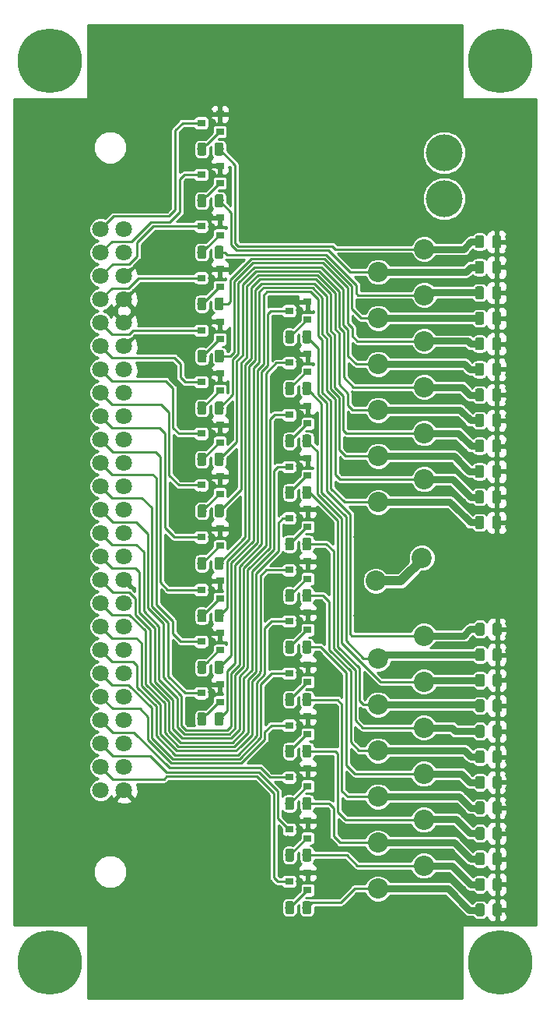
<source format=gtl>
G04 #@! TF.GenerationSoftware,KiCad,Pcbnew,5.0.2-bee76a0~70~ubuntu18.04.1*
G04 #@! TF.CreationDate,2019-06-11T19:18:52-05:00*
G04 #@! TF.ProjectId,ADAPTER_BOARD,41444150-5445-4525-9f42-4f4152442e6b,rev?*
G04 #@! TF.SameCoordinates,Original*
G04 #@! TF.FileFunction,Copper,L1,Top*
G04 #@! TF.FilePolarity,Positive*
%FSLAX46Y46*%
G04 Gerber Fmt 4.6, Leading zero omitted, Abs format (unit mm)*
G04 Created by KiCad (PCBNEW 5.0.2-bee76a0~70~ubuntu18.04.1) date Tue 11 Jun 2019 07:18:52 PM CDT*
%MOMM*%
%LPD*%
G01*
G04 APERTURE LIST*
G04 #@! TA.AperFunction,ComponentPad*
%ADD10C,1.800000*%
G04 #@! TD*
G04 #@! TA.AperFunction,ComponentPad*
%ADD11C,2.200000*%
G04 #@! TD*
G04 #@! TA.AperFunction,Conductor*
%ADD12C,0.100000*%
G04 #@! TD*
G04 #@! TA.AperFunction,SMDPad,CuDef*
%ADD13C,0.975000*%
G04 #@! TD*
G04 #@! TA.AperFunction,SMDPad,CuDef*
%ADD14R,0.900000X0.800000*%
G04 #@! TD*
G04 #@! TA.AperFunction,ComponentPad*
%ADD15C,4.000000*%
G04 #@! TD*
G04 #@! TA.AperFunction,ComponentPad*
%ADD16C,7.000000*%
G04 #@! TD*
G04 #@! TA.AperFunction,ViaPad*
%ADD17C,0.800000*%
G04 #@! TD*
G04 #@! TA.AperFunction,ViaPad*
%ADD18C,1.000000*%
G04 #@! TD*
G04 #@! TA.AperFunction,Conductor*
%ADD19C,0.250000*%
G04 #@! TD*
G04 #@! TA.AperFunction,Conductor*
%ADD20C,1.000000*%
G04 #@! TD*
G04 #@! TA.AperFunction,Conductor*
%ADD21C,0.750000*%
G04 #@! TD*
G04 #@! TA.AperFunction,Conductor*
%ADD22C,0.254000*%
G04 #@! TD*
G04 APERTURE END LIST*
D10*
G04 #@! TO.P,BOARD1,2*
G04 #@! TO.N,GND*
X63070000Y-45300000D03*
G04 #@! TO.P,BOARD1,1*
G04 #@! TO.N,/B01*
X60530000Y-45300000D03*
G04 #@! TO.P,BOARD1,4*
G04 #@! TO.N,GND*
X63070000Y-47840000D03*
G04 #@! TO.P,BOARD1,3*
G04 #@! TO.N,/B02*
X60530000Y-47840000D03*
G04 #@! TO.P,BOARD1,6*
G04 #@! TO.N,GND*
X63070000Y-50380000D03*
G04 #@! TO.P,BOARD1,5*
G04 #@! TO.N,/B03*
X60530000Y-50380000D03*
G04 #@! TO.P,BOARD1,8*
G04 #@! TO.N,GND*
X63070000Y-52920000D03*
G04 #@! TO.P,BOARD1,7*
G04 #@! TO.N,/B04*
X60530000Y-52920000D03*
G04 #@! TO.P,BOARD1,10*
G04 #@! TO.N,GND*
X63070000Y-55460000D03*
G04 #@! TO.P,BOARD1,9*
G04 #@! TO.N,/B05*
X60530000Y-55460000D03*
G04 #@! TO.P,BOARD1,12*
G04 #@! TO.N,GND*
X63070000Y-58000000D03*
G04 #@! TO.P,BOARD1,11*
G04 #@! TO.N,/B06*
X60530000Y-58000000D03*
G04 #@! TO.P,BOARD1,14*
G04 #@! TO.N,GND*
X63070000Y-60540000D03*
G04 #@! TO.P,BOARD1,13*
G04 #@! TO.N,/B07*
X60530000Y-60540000D03*
G04 #@! TO.P,BOARD1,16*
G04 #@! TO.N,GND*
X63070000Y-63080000D03*
G04 #@! TO.P,BOARD1,15*
G04 #@! TO.N,/B08*
X60530000Y-63080000D03*
G04 #@! TO.P,BOARD1,18*
G04 #@! TO.N,GND*
X63070000Y-65620000D03*
G04 #@! TO.P,BOARD1,17*
G04 #@! TO.N,/B09*
X60530000Y-65620000D03*
G04 #@! TO.P,BOARD1,20*
G04 #@! TO.N,GND*
X63070000Y-68160000D03*
G04 #@! TO.P,BOARD1,19*
G04 #@! TO.N,/B10*
X60530000Y-68160000D03*
G04 #@! TO.P,BOARD1,22*
G04 #@! TO.N,GND*
X63070000Y-70700000D03*
G04 #@! TO.P,BOARD1,21*
G04 #@! TO.N,/B11*
X60530000Y-70700000D03*
G04 #@! TO.P,BOARD1,24*
G04 #@! TO.N,GND*
X63070000Y-73240000D03*
G04 #@! TO.P,BOARD1,23*
G04 #@! TO.N,/B12*
X60530000Y-73240000D03*
G04 #@! TO.P,BOARD1,26*
G04 #@! TO.N,GND*
X63070000Y-75780000D03*
G04 #@! TO.P,BOARD1,25*
G04 #@! TO.N,/B13*
X60530000Y-75780000D03*
G04 #@! TO.P,BOARD1,28*
G04 #@! TO.N,GND*
X63070000Y-78320000D03*
G04 #@! TO.P,BOARD1,27*
G04 #@! TO.N,/B14*
X60530000Y-78320000D03*
G04 #@! TO.P,BOARD1,30*
G04 #@! TO.N,GND*
X63070000Y-80860000D03*
G04 #@! TO.P,BOARD1,29*
G04 #@! TO.N,/B15*
X60530000Y-80860000D03*
G04 #@! TO.P,BOARD1,32*
G04 #@! TO.N,GND*
X63070000Y-83400000D03*
G04 #@! TO.P,BOARD1,31*
G04 #@! TO.N,/B16*
X60530000Y-83400000D03*
G04 #@! TO.P,BOARD1,34*
G04 #@! TO.N,GND*
X63070000Y-85940000D03*
G04 #@! TO.P,BOARD1,33*
G04 #@! TO.N,/B17*
X60530000Y-85940000D03*
G04 #@! TO.P,BOARD1,36*
G04 #@! TO.N,GND*
X63070000Y-88480000D03*
G04 #@! TO.P,BOARD1,35*
G04 #@! TO.N,/B18*
X60530000Y-88480000D03*
G04 #@! TO.P,BOARD1,38*
G04 #@! TO.N,GND*
X63070000Y-91020000D03*
G04 #@! TO.P,BOARD1,37*
G04 #@! TO.N,/B19*
X60530000Y-91020000D03*
G04 #@! TO.P,BOARD1,40*
G04 #@! TO.N,GND*
X63070000Y-93560000D03*
G04 #@! TO.P,BOARD1,39*
G04 #@! TO.N,/B20*
X60530000Y-93560000D03*
G04 #@! TO.P,BOARD1,42*
G04 #@! TO.N,GND*
X63070000Y-96100000D03*
G04 #@! TO.P,BOARD1,41*
G04 #@! TO.N,/B21*
X60530000Y-96100000D03*
G04 #@! TO.P,BOARD1,44*
G04 #@! TO.N,GND*
X63070000Y-98640000D03*
G04 #@! TO.P,BOARD1,43*
G04 #@! TO.N,/B22*
X60530000Y-98640000D03*
G04 #@! TO.P,BOARD1,46*
G04 #@! TO.N,GND*
X63070000Y-101180000D03*
G04 #@! TO.P,BOARD1,45*
G04 #@! TO.N,/B23*
X60530000Y-101180000D03*
G04 #@! TO.P,BOARD1,48*
G04 #@! TO.N,GND*
X63070000Y-103720000D03*
G04 #@! TO.P,BOARD1,47*
G04 #@! TO.N,/B24*
X60530000Y-103720000D03*
G04 #@! TO.P,BOARD1,50*
G04 #@! TO.N,GND*
X63070000Y-106260000D03*
G04 #@! TO.P,BOARD1,49*
G04 #@! TO.N,Net-(BOARD1-Pad49)*
X60530000Y-106260000D03*
G04 #@! TD*
D11*
G04 #@! TO.P,PLC1-12,1*
G04 #@! TO.N,/P12*
X90750000Y-74950000D03*
G04 #@! TO.P,PLC1-12,3*
G04 #@! TO.N,/P10*
X90750000Y-69950000D03*
G04 #@! TO.P,PLC1-12,5*
G04 #@! TO.N,/P08*
X90750000Y-64950000D03*
G04 #@! TO.P,PLC1-12,7*
G04 #@! TO.N,/P06*
X90750000Y-59950000D03*
G04 #@! TO.P,PLC1-12,9*
G04 #@! TO.N,/P04*
X90750000Y-54950000D03*
G04 #@! TO.P,PLC1-12,11*
G04 #@! TO.N,/P02*
X90750000Y-49950000D03*
G04 #@! TO.P,PLC1-12,2*
G04 #@! TO.N,/P11*
X95750000Y-72450000D03*
G04 #@! TO.P,PLC1-12,4*
G04 #@! TO.N,/P09*
X95750000Y-67450000D03*
G04 #@! TO.P,PLC1-12,6*
G04 #@! TO.N,/P07*
X95750000Y-62450000D03*
G04 #@! TO.P,PLC1-12,8*
G04 #@! TO.N,/P05*
X95750000Y-57450000D03*
G04 #@! TO.P,PLC1-12,10*
G04 #@! TO.N,/P03*
X95750000Y-52450000D03*
G04 #@! TO.P,PLC1-12,12*
G04 #@! TO.N,/P01*
X95750000Y-47450000D03*
G04 #@! TD*
G04 #@! TO.P,PLC13-14,1*
G04 #@! TO.N,/P24*
X90700000Y-116950000D03*
G04 #@! TO.P,PLC13-14,3*
G04 #@! TO.N,/P22*
X90700000Y-111950000D03*
G04 #@! TO.P,PLC13-14,5*
G04 #@! TO.N,/P20*
X90700000Y-106950000D03*
G04 #@! TO.P,PLC13-14,7*
G04 #@! TO.N,/P18*
X90700000Y-101950000D03*
G04 #@! TO.P,PLC13-14,9*
G04 #@! TO.N,/P16*
X90700000Y-96950000D03*
G04 #@! TO.P,PLC13-14,11*
G04 #@! TO.N,/P14*
X90700000Y-91950000D03*
G04 #@! TO.P,PLC13-14,2*
G04 #@! TO.N,/P23*
X95700000Y-114450000D03*
G04 #@! TO.P,PLC13-14,4*
G04 #@! TO.N,/P21*
X95700000Y-109450000D03*
G04 #@! TO.P,PLC13-14,6*
G04 #@! TO.N,/P19*
X95700000Y-104450000D03*
G04 #@! TO.P,PLC13-14,8*
G04 #@! TO.N,/P17*
X95700000Y-99450000D03*
G04 #@! TO.P,PLC13-14,10*
G04 #@! TO.N,/P15*
X95700000Y-94450000D03*
G04 #@! TO.P,PLC13-14,12*
G04 #@! TO.N,/P13*
X95700000Y-89450000D03*
G04 #@! TD*
G04 #@! TO.P,PLC24,1*
G04 #@! TO.N,/24V*
X90470000Y-83500000D03*
G04 #@! TO.P,PLC24,2*
X95470000Y-81000000D03*
G04 #@! TD*
D12*
G04 #@! TO.N,/P09*
G04 #@! TO.C,R18*
G36*
X73685142Y-80901174D02*
X73708803Y-80904684D01*
X73732007Y-80910496D01*
X73754529Y-80918554D01*
X73776153Y-80928782D01*
X73796670Y-80941079D01*
X73815883Y-80955329D01*
X73833607Y-80971393D01*
X73849671Y-80989117D01*
X73863921Y-81008330D01*
X73876218Y-81028847D01*
X73886446Y-81050471D01*
X73894504Y-81072993D01*
X73900316Y-81096197D01*
X73903826Y-81119858D01*
X73905000Y-81143750D01*
X73905000Y-82056250D01*
X73903826Y-82080142D01*
X73900316Y-82103803D01*
X73894504Y-82127007D01*
X73886446Y-82149529D01*
X73876218Y-82171153D01*
X73863921Y-82191670D01*
X73849671Y-82210883D01*
X73833607Y-82228607D01*
X73815883Y-82244671D01*
X73796670Y-82258921D01*
X73776153Y-82271218D01*
X73754529Y-82281446D01*
X73732007Y-82289504D01*
X73708803Y-82295316D01*
X73685142Y-82298826D01*
X73661250Y-82300000D01*
X73173750Y-82300000D01*
X73149858Y-82298826D01*
X73126197Y-82295316D01*
X73102993Y-82289504D01*
X73080471Y-82281446D01*
X73058847Y-82271218D01*
X73038330Y-82258921D01*
X73019117Y-82244671D01*
X73001393Y-82228607D01*
X72985329Y-82210883D01*
X72971079Y-82191670D01*
X72958782Y-82171153D01*
X72948554Y-82149529D01*
X72940496Y-82127007D01*
X72934684Y-82103803D01*
X72931174Y-82080142D01*
X72930000Y-82056250D01*
X72930000Y-81143750D01*
X72931174Y-81119858D01*
X72934684Y-81096197D01*
X72940496Y-81072993D01*
X72948554Y-81050471D01*
X72958782Y-81028847D01*
X72971079Y-81008330D01*
X72985329Y-80989117D01*
X73001393Y-80971393D01*
X73019117Y-80955329D01*
X73038330Y-80941079D01*
X73058847Y-80928782D01*
X73080471Y-80918554D01*
X73102993Y-80910496D01*
X73126197Y-80904684D01*
X73149858Y-80901174D01*
X73173750Y-80900000D01*
X73661250Y-80900000D01*
X73685142Y-80901174D01*
X73685142Y-80901174D01*
G37*
D13*
G04 #@! TD*
G04 #@! TO.P,R18,2*
G04 #@! TO.N,/P09*
X73417500Y-81600000D03*
D12*
G04 #@! TO.N,Net-(Q9-Pad1)*
G04 #@! TO.C,R18*
G36*
X71810142Y-80901174D02*
X71833803Y-80904684D01*
X71857007Y-80910496D01*
X71879529Y-80918554D01*
X71901153Y-80928782D01*
X71921670Y-80941079D01*
X71940883Y-80955329D01*
X71958607Y-80971393D01*
X71974671Y-80989117D01*
X71988921Y-81008330D01*
X72001218Y-81028847D01*
X72011446Y-81050471D01*
X72019504Y-81072993D01*
X72025316Y-81096197D01*
X72028826Y-81119858D01*
X72030000Y-81143750D01*
X72030000Y-82056250D01*
X72028826Y-82080142D01*
X72025316Y-82103803D01*
X72019504Y-82127007D01*
X72011446Y-82149529D01*
X72001218Y-82171153D01*
X71988921Y-82191670D01*
X71974671Y-82210883D01*
X71958607Y-82228607D01*
X71940883Y-82244671D01*
X71921670Y-82258921D01*
X71901153Y-82271218D01*
X71879529Y-82281446D01*
X71857007Y-82289504D01*
X71833803Y-82295316D01*
X71810142Y-82298826D01*
X71786250Y-82300000D01*
X71298750Y-82300000D01*
X71274858Y-82298826D01*
X71251197Y-82295316D01*
X71227993Y-82289504D01*
X71205471Y-82281446D01*
X71183847Y-82271218D01*
X71163330Y-82258921D01*
X71144117Y-82244671D01*
X71126393Y-82228607D01*
X71110329Y-82210883D01*
X71096079Y-82191670D01*
X71083782Y-82171153D01*
X71073554Y-82149529D01*
X71065496Y-82127007D01*
X71059684Y-82103803D01*
X71056174Y-82080142D01*
X71055000Y-82056250D01*
X71055000Y-81143750D01*
X71056174Y-81119858D01*
X71059684Y-81096197D01*
X71065496Y-81072993D01*
X71073554Y-81050471D01*
X71083782Y-81028847D01*
X71096079Y-81008330D01*
X71110329Y-80989117D01*
X71126393Y-80971393D01*
X71144117Y-80955329D01*
X71163330Y-80941079D01*
X71183847Y-80928782D01*
X71205471Y-80918554D01*
X71227993Y-80910496D01*
X71251197Y-80904684D01*
X71274858Y-80901174D01*
X71298750Y-80900000D01*
X71786250Y-80900000D01*
X71810142Y-80901174D01*
X71810142Y-80901174D01*
G37*
D13*
G04 #@! TD*
G04 #@! TO.P,R18,1*
G04 #@! TO.N,Net-(Q9-Pad1)*
X71542500Y-81600000D03*
D14*
G04 #@! TO.P,Q5,3*
G04 #@! TO.N,/B05*
X71500000Y-56300000D03*
G04 #@! TO.P,Q5,2*
G04 #@! TO.N,GND*
X73500000Y-55350000D03*
G04 #@! TO.P,Q5,1*
G04 #@! TO.N,Net-(Q5-Pad1)*
X73500000Y-57250000D03*
G04 #@! TD*
D15*
G04 #@! TO.P,VDC24,2*
G04 #@! TO.N,/24V*
X97890000Y-36980000D03*
G04 #@! TO.P,VDC24,1*
X97890000Y-41980000D03*
G04 #@! TD*
D16*
G04 #@! TO.P,REF\002A\002A,1*
G04 #@! TO.N,N/C*
X104000000Y-125000000D03*
G04 #@! TD*
G04 #@! TO.P,REF\002A\002A,1*
G04 #@! TO.N,N/C*
X55000000Y-125000000D03*
G04 #@! TD*
G04 #@! TO.P,REF\002A\002A,1*
G04 #@! TO.N,N/C*
X104000000Y-27000000D03*
G04 #@! TD*
D14*
G04 #@! TO.P,Q1,3*
G04 #@! TO.N,/B01*
X71500000Y-33750000D03*
G04 #@! TO.P,Q1,2*
G04 #@! TO.N,GND*
X73500000Y-32800000D03*
G04 #@! TO.P,Q1,1*
G04 #@! TO.N,Net-(Q1-Pad1)*
X73500000Y-34700000D03*
G04 #@! TD*
G04 #@! TO.P,Q2,1*
G04 #@! TO.N,Net-(Q2-Pad1)*
X73500000Y-40313042D03*
G04 #@! TO.P,Q2,2*
G04 #@! TO.N,GND*
X73500000Y-38413042D03*
G04 #@! TO.P,Q2,3*
G04 #@! TO.N,/B02*
X71500000Y-39363042D03*
G04 #@! TD*
G04 #@! TO.P,Q3,3*
G04 #@! TO.N,/B03*
X71500000Y-44976084D03*
G04 #@! TO.P,Q3,2*
G04 #@! TO.N,GND*
X73500000Y-44026084D03*
G04 #@! TO.P,Q3,1*
G04 #@! TO.N,Net-(Q3-Pad1)*
X73500000Y-45926084D03*
G04 #@! TD*
G04 #@! TO.P,Q4,1*
G04 #@! TO.N,Net-(Q4-Pad1)*
X73500000Y-51539126D03*
G04 #@! TO.P,Q4,2*
G04 #@! TO.N,GND*
X73500000Y-49639126D03*
G04 #@! TO.P,Q4,3*
G04 #@! TO.N,/B04*
X71500000Y-50589126D03*
G04 #@! TD*
G04 #@! TO.P,Q6,1*
G04 #@! TO.N,Net-(Q6-Pad1)*
X73500000Y-62850000D03*
G04 #@! TO.P,Q6,2*
G04 #@! TO.N,GND*
X73500000Y-60950000D03*
G04 #@! TO.P,Q6,3*
G04 #@! TO.N,/B06*
X71500000Y-61900000D03*
G04 #@! TD*
G04 #@! TO.P,Q7,3*
G04 #@! TO.N,/B07*
X71500000Y-67500000D03*
G04 #@! TO.P,Q7,2*
G04 #@! TO.N,GND*
X73500000Y-66550000D03*
G04 #@! TO.P,Q7,1*
G04 #@! TO.N,Net-(Q7-Pad1)*
X73500000Y-68450000D03*
G04 #@! TD*
G04 #@! TO.P,Q8,1*
G04 #@! TO.N,Net-(Q8-Pad1)*
X73500000Y-74050000D03*
G04 #@! TO.P,Q8,2*
G04 #@! TO.N,GND*
X73500000Y-72150000D03*
G04 #@! TO.P,Q8,3*
G04 #@! TO.N,/B08*
X71500000Y-73100000D03*
G04 #@! TD*
G04 #@! TO.P,Q9,3*
G04 #@! TO.N,/B09*
X71500000Y-78754336D03*
G04 #@! TO.P,Q9,2*
G04 #@! TO.N,GND*
X73500000Y-77804336D03*
G04 #@! TO.P,Q9,1*
G04 #@! TO.N,Net-(Q9-Pad1)*
X73500000Y-79704336D03*
G04 #@! TD*
G04 #@! TO.P,Q10,1*
G04 #@! TO.N,Net-(Q10-Pad1)*
X73500000Y-85417378D03*
G04 #@! TO.P,Q10,2*
G04 #@! TO.N,GND*
X73500000Y-83517378D03*
G04 #@! TO.P,Q10,3*
G04 #@! TO.N,/B10*
X71500000Y-84467378D03*
G04 #@! TD*
G04 #@! TO.P,Q11,3*
G04 #@! TO.N,/B11*
X71500000Y-90100000D03*
G04 #@! TO.P,Q11,2*
G04 #@! TO.N,GND*
X73500000Y-89150000D03*
G04 #@! TO.P,Q11,1*
G04 #@! TO.N,Net-(Q11-Pad1)*
X73500000Y-91050000D03*
G04 #@! TD*
G04 #@! TO.P,Q12,3*
G04 #@! TO.N,/B12*
X71500000Y-95693462D03*
G04 #@! TO.P,Q12,2*
G04 #@! TO.N,GND*
X73500000Y-94743462D03*
G04 #@! TO.P,Q12,1*
G04 #@! TO.N,Net-(Q12-Pad1)*
X73500000Y-96643462D03*
G04 #@! TD*
G04 #@! TO.P,Q13,1*
G04 #@! TO.N,Net-(Q13-Pad1)*
X83050000Y-55100000D03*
G04 #@! TO.P,Q13,2*
G04 #@! TO.N,GND*
X83050000Y-53200000D03*
G04 #@! TO.P,Q13,3*
G04 #@! TO.N,/B13*
X81050000Y-54150000D03*
G04 #@! TD*
G04 #@! TO.P,Q14,3*
G04 #@! TO.N,/B14*
X81050000Y-59805764D03*
G04 #@! TO.P,Q14,2*
G04 #@! TO.N,GND*
X83050000Y-58855764D03*
G04 #@! TO.P,Q14,1*
G04 #@! TO.N,Net-(Q14-Pad1)*
X83050000Y-60755764D03*
G04 #@! TD*
G04 #@! TO.P,Q15,1*
G04 #@! TO.N,Net-(Q15-Pad1)*
X83050000Y-66411528D03*
G04 #@! TO.P,Q15,2*
G04 #@! TO.N,GND*
X83050000Y-64511528D03*
G04 #@! TO.P,Q15,3*
G04 #@! TO.N,/B15*
X81050000Y-65461528D03*
G04 #@! TD*
G04 #@! TO.P,Q16,1*
G04 #@! TO.N,Net-(Q16-Pad1)*
X83050000Y-72067292D03*
G04 #@! TO.P,Q16,2*
G04 #@! TO.N,GND*
X83050000Y-70167292D03*
G04 #@! TO.P,Q16,3*
G04 #@! TO.N,/B16*
X81050000Y-71117292D03*
G04 #@! TD*
G04 #@! TO.P,Q17,3*
G04 #@! TO.N,/B17*
X81050000Y-76673056D03*
G04 #@! TO.P,Q17,2*
G04 #@! TO.N,GND*
X83050000Y-75723056D03*
G04 #@! TO.P,Q17,1*
G04 #@! TO.N,Net-(Q17-Pad1)*
X83050000Y-77623056D03*
G04 #@! TD*
G04 #@! TO.P,Q18,1*
G04 #@! TO.N,Net-(Q18-Pad1)*
X83050000Y-83278820D03*
G04 #@! TO.P,Q18,2*
G04 #@! TO.N,GND*
X83050000Y-81378820D03*
G04 #@! TO.P,Q18,3*
G04 #@! TO.N,/B18*
X81050000Y-82328820D03*
G04 #@! TD*
G04 #@! TO.P,Q19,1*
G04 #@! TO.N,Net-(Q19-Pad1)*
X83050000Y-88834584D03*
G04 #@! TO.P,Q19,2*
G04 #@! TO.N,GND*
X83050000Y-86934584D03*
G04 #@! TO.P,Q19,3*
G04 #@! TO.N,/B19*
X81050000Y-87884584D03*
G04 #@! TD*
G04 #@! TO.P,Q20,3*
G04 #@! TO.N,/B20*
X81050000Y-93540348D03*
G04 #@! TO.P,Q20,2*
G04 #@! TO.N,GND*
X83050000Y-92590348D03*
G04 #@! TO.P,Q20,1*
G04 #@! TO.N,Net-(Q20-Pad1)*
X83050000Y-94490348D03*
G04 #@! TD*
G04 #@! TO.P,Q21,1*
G04 #@! TO.N,Net-(Q21-Pad1)*
X83050000Y-100146112D03*
G04 #@! TO.P,Q21,2*
G04 #@! TO.N,GND*
X83050000Y-98246112D03*
G04 #@! TO.P,Q21,3*
G04 #@! TO.N,/B21*
X81050000Y-99196112D03*
G04 #@! TD*
G04 #@! TO.P,Q22,3*
G04 #@! TO.N,/B22*
X81050000Y-104851876D03*
G04 #@! TO.P,Q22,2*
G04 #@! TO.N,GND*
X83050000Y-103901876D03*
G04 #@! TO.P,Q22,1*
G04 #@! TO.N,Net-(Q22-Pad1)*
X83050000Y-105801876D03*
G04 #@! TD*
G04 #@! TO.P,Q23,1*
G04 #@! TO.N,Net-(Q23-Pad1)*
X83050000Y-111457640D03*
G04 #@! TO.P,Q23,2*
G04 #@! TO.N,GND*
X83050000Y-109557640D03*
G04 #@! TO.P,Q23,3*
G04 #@! TO.N,/B23*
X81050000Y-110507640D03*
G04 #@! TD*
G04 #@! TO.P,Q24,3*
G04 #@! TO.N,/B24*
X81050000Y-116163404D03*
G04 #@! TO.P,Q24,2*
G04 #@! TO.N,GND*
X83050000Y-115213404D03*
G04 #@! TO.P,Q24,1*
G04 #@! TO.N,Net-(Q24-Pad1)*
X83050000Y-117113404D03*
G04 #@! TD*
D12*
G04 #@! TO.N,/P01*
G04 #@! TO.C,R1*
G36*
X102030142Y-45961174D02*
X102053803Y-45964684D01*
X102077007Y-45970496D01*
X102099529Y-45978554D01*
X102121153Y-45988782D01*
X102141670Y-46001079D01*
X102160883Y-46015329D01*
X102178607Y-46031393D01*
X102194671Y-46049117D01*
X102208921Y-46068330D01*
X102221218Y-46088847D01*
X102231446Y-46110471D01*
X102239504Y-46132993D01*
X102245316Y-46156197D01*
X102248826Y-46179858D01*
X102250000Y-46203750D01*
X102250000Y-47116250D01*
X102248826Y-47140142D01*
X102245316Y-47163803D01*
X102239504Y-47187007D01*
X102231446Y-47209529D01*
X102221218Y-47231153D01*
X102208921Y-47251670D01*
X102194671Y-47270883D01*
X102178607Y-47288607D01*
X102160883Y-47304671D01*
X102141670Y-47318921D01*
X102121153Y-47331218D01*
X102099529Y-47341446D01*
X102077007Y-47349504D01*
X102053803Y-47355316D01*
X102030142Y-47358826D01*
X102006250Y-47360000D01*
X101518750Y-47360000D01*
X101494858Y-47358826D01*
X101471197Y-47355316D01*
X101447993Y-47349504D01*
X101425471Y-47341446D01*
X101403847Y-47331218D01*
X101383330Y-47318921D01*
X101364117Y-47304671D01*
X101346393Y-47288607D01*
X101330329Y-47270883D01*
X101316079Y-47251670D01*
X101303782Y-47231153D01*
X101293554Y-47209529D01*
X101285496Y-47187007D01*
X101279684Y-47163803D01*
X101276174Y-47140142D01*
X101275000Y-47116250D01*
X101275000Y-46203750D01*
X101276174Y-46179858D01*
X101279684Y-46156197D01*
X101285496Y-46132993D01*
X101293554Y-46110471D01*
X101303782Y-46088847D01*
X101316079Y-46068330D01*
X101330329Y-46049117D01*
X101346393Y-46031393D01*
X101364117Y-46015329D01*
X101383330Y-46001079D01*
X101403847Y-45988782D01*
X101425471Y-45978554D01*
X101447993Y-45970496D01*
X101471197Y-45964684D01*
X101494858Y-45961174D01*
X101518750Y-45960000D01*
X102006250Y-45960000D01*
X102030142Y-45961174D01*
X102030142Y-45961174D01*
G37*
D13*
G04 #@! TD*
G04 #@! TO.P,R1,1*
G04 #@! TO.N,/P01*
X101762500Y-46660000D03*
D12*
G04 #@! TO.N,GND*
G04 #@! TO.C,R1*
G36*
X103905142Y-45961174D02*
X103928803Y-45964684D01*
X103952007Y-45970496D01*
X103974529Y-45978554D01*
X103996153Y-45988782D01*
X104016670Y-46001079D01*
X104035883Y-46015329D01*
X104053607Y-46031393D01*
X104069671Y-46049117D01*
X104083921Y-46068330D01*
X104096218Y-46088847D01*
X104106446Y-46110471D01*
X104114504Y-46132993D01*
X104120316Y-46156197D01*
X104123826Y-46179858D01*
X104125000Y-46203750D01*
X104125000Y-47116250D01*
X104123826Y-47140142D01*
X104120316Y-47163803D01*
X104114504Y-47187007D01*
X104106446Y-47209529D01*
X104096218Y-47231153D01*
X104083921Y-47251670D01*
X104069671Y-47270883D01*
X104053607Y-47288607D01*
X104035883Y-47304671D01*
X104016670Y-47318921D01*
X103996153Y-47331218D01*
X103974529Y-47341446D01*
X103952007Y-47349504D01*
X103928803Y-47355316D01*
X103905142Y-47358826D01*
X103881250Y-47360000D01*
X103393750Y-47360000D01*
X103369858Y-47358826D01*
X103346197Y-47355316D01*
X103322993Y-47349504D01*
X103300471Y-47341446D01*
X103278847Y-47331218D01*
X103258330Y-47318921D01*
X103239117Y-47304671D01*
X103221393Y-47288607D01*
X103205329Y-47270883D01*
X103191079Y-47251670D01*
X103178782Y-47231153D01*
X103168554Y-47209529D01*
X103160496Y-47187007D01*
X103154684Y-47163803D01*
X103151174Y-47140142D01*
X103150000Y-47116250D01*
X103150000Y-46203750D01*
X103151174Y-46179858D01*
X103154684Y-46156197D01*
X103160496Y-46132993D01*
X103168554Y-46110471D01*
X103178782Y-46088847D01*
X103191079Y-46068330D01*
X103205329Y-46049117D01*
X103221393Y-46031393D01*
X103239117Y-46015329D01*
X103258330Y-46001079D01*
X103278847Y-45988782D01*
X103300471Y-45978554D01*
X103322993Y-45970496D01*
X103346197Y-45964684D01*
X103369858Y-45961174D01*
X103393750Y-45960000D01*
X103881250Y-45960000D01*
X103905142Y-45961174D01*
X103905142Y-45961174D01*
G37*
D13*
G04 #@! TD*
G04 #@! TO.P,R1,2*
G04 #@! TO.N,GND*
X103637500Y-46660000D03*
D12*
G04 #@! TO.N,/P01*
G04 #@! TO.C,R2*
G36*
X73685142Y-35901174D02*
X73708803Y-35904684D01*
X73732007Y-35910496D01*
X73754529Y-35918554D01*
X73776153Y-35928782D01*
X73796670Y-35941079D01*
X73815883Y-35955329D01*
X73833607Y-35971393D01*
X73849671Y-35989117D01*
X73863921Y-36008330D01*
X73876218Y-36028847D01*
X73886446Y-36050471D01*
X73894504Y-36072993D01*
X73900316Y-36096197D01*
X73903826Y-36119858D01*
X73905000Y-36143750D01*
X73905000Y-37056250D01*
X73903826Y-37080142D01*
X73900316Y-37103803D01*
X73894504Y-37127007D01*
X73886446Y-37149529D01*
X73876218Y-37171153D01*
X73863921Y-37191670D01*
X73849671Y-37210883D01*
X73833607Y-37228607D01*
X73815883Y-37244671D01*
X73796670Y-37258921D01*
X73776153Y-37271218D01*
X73754529Y-37281446D01*
X73732007Y-37289504D01*
X73708803Y-37295316D01*
X73685142Y-37298826D01*
X73661250Y-37300000D01*
X73173750Y-37300000D01*
X73149858Y-37298826D01*
X73126197Y-37295316D01*
X73102993Y-37289504D01*
X73080471Y-37281446D01*
X73058847Y-37271218D01*
X73038330Y-37258921D01*
X73019117Y-37244671D01*
X73001393Y-37228607D01*
X72985329Y-37210883D01*
X72971079Y-37191670D01*
X72958782Y-37171153D01*
X72948554Y-37149529D01*
X72940496Y-37127007D01*
X72934684Y-37103803D01*
X72931174Y-37080142D01*
X72930000Y-37056250D01*
X72930000Y-36143750D01*
X72931174Y-36119858D01*
X72934684Y-36096197D01*
X72940496Y-36072993D01*
X72948554Y-36050471D01*
X72958782Y-36028847D01*
X72971079Y-36008330D01*
X72985329Y-35989117D01*
X73001393Y-35971393D01*
X73019117Y-35955329D01*
X73038330Y-35941079D01*
X73058847Y-35928782D01*
X73080471Y-35918554D01*
X73102993Y-35910496D01*
X73126197Y-35904684D01*
X73149858Y-35901174D01*
X73173750Y-35900000D01*
X73661250Y-35900000D01*
X73685142Y-35901174D01*
X73685142Y-35901174D01*
G37*
D13*
G04 #@! TD*
G04 #@! TO.P,R2,2*
G04 #@! TO.N,/P01*
X73417500Y-36600000D03*
D12*
G04 #@! TO.N,Net-(Q1-Pad1)*
G04 #@! TO.C,R2*
G36*
X71810142Y-35901174D02*
X71833803Y-35904684D01*
X71857007Y-35910496D01*
X71879529Y-35918554D01*
X71901153Y-35928782D01*
X71921670Y-35941079D01*
X71940883Y-35955329D01*
X71958607Y-35971393D01*
X71974671Y-35989117D01*
X71988921Y-36008330D01*
X72001218Y-36028847D01*
X72011446Y-36050471D01*
X72019504Y-36072993D01*
X72025316Y-36096197D01*
X72028826Y-36119858D01*
X72030000Y-36143750D01*
X72030000Y-37056250D01*
X72028826Y-37080142D01*
X72025316Y-37103803D01*
X72019504Y-37127007D01*
X72011446Y-37149529D01*
X72001218Y-37171153D01*
X71988921Y-37191670D01*
X71974671Y-37210883D01*
X71958607Y-37228607D01*
X71940883Y-37244671D01*
X71921670Y-37258921D01*
X71901153Y-37271218D01*
X71879529Y-37281446D01*
X71857007Y-37289504D01*
X71833803Y-37295316D01*
X71810142Y-37298826D01*
X71786250Y-37300000D01*
X71298750Y-37300000D01*
X71274858Y-37298826D01*
X71251197Y-37295316D01*
X71227993Y-37289504D01*
X71205471Y-37281446D01*
X71183847Y-37271218D01*
X71163330Y-37258921D01*
X71144117Y-37244671D01*
X71126393Y-37228607D01*
X71110329Y-37210883D01*
X71096079Y-37191670D01*
X71083782Y-37171153D01*
X71073554Y-37149529D01*
X71065496Y-37127007D01*
X71059684Y-37103803D01*
X71056174Y-37080142D01*
X71055000Y-37056250D01*
X71055000Y-36143750D01*
X71056174Y-36119858D01*
X71059684Y-36096197D01*
X71065496Y-36072993D01*
X71073554Y-36050471D01*
X71083782Y-36028847D01*
X71096079Y-36008330D01*
X71110329Y-35989117D01*
X71126393Y-35971393D01*
X71144117Y-35955329D01*
X71163330Y-35941079D01*
X71183847Y-35928782D01*
X71205471Y-35918554D01*
X71227993Y-35910496D01*
X71251197Y-35904684D01*
X71274858Y-35901174D01*
X71298750Y-35900000D01*
X71786250Y-35900000D01*
X71810142Y-35901174D01*
X71810142Y-35901174D01*
G37*
D13*
G04 #@! TD*
G04 #@! TO.P,R2,1*
G04 #@! TO.N,Net-(Q1-Pad1)*
X71542500Y-36600000D03*
D12*
G04 #@! TO.N,/P02*
G04 #@! TO.C,R3*
G36*
X102030142Y-48733901D02*
X102053803Y-48737411D01*
X102077007Y-48743223D01*
X102099529Y-48751281D01*
X102121153Y-48761509D01*
X102141670Y-48773806D01*
X102160883Y-48788056D01*
X102178607Y-48804120D01*
X102194671Y-48821844D01*
X102208921Y-48841057D01*
X102221218Y-48861574D01*
X102231446Y-48883198D01*
X102239504Y-48905720D01*
X102245316Y-48928924D01*
X102248826Y-48952585D01*
X102250000Y-48976477D01*
X102250000Y-49888977D01*
X102248826Y-49912869D01*
X102245316Y-49936530D01*
X102239504Y-49959734D01*
X102231446Y-49982256D01*
X102221218Y-50003880D01*
X102208921Y-50024397D01*
X102194671Y-50043610D01*
X102178607Y-50061334D01*
X102160883Y-50077398D01*
X102141670Y-50091648D01*
X102121153Y-50103945D01*
X102099529Y-50114173D01*
X102077007Y-50122231D01*
X102053803Y-50128043D01*
X102030142Y-50131553D01*
X102006250Y-50132727D01*
X101518750Y-50132727D01*
X101494858Y-50131553D01*
X101471197Y-50128043D01*
X101447993Y-50122231D01*
X101425471Y-50114173D01*
X101403847Y-50103945D01*
X101383330Y-50091648D01*
X101364117Y-50077398D01*
X101346393Y-50061334D01*
X101330329Y-50043610D01*
X101316079Y-50024397D01*
X101303782Y-50003880D01*
X101293554Y-49982256D01*
X101285496Y-49959734D01*
X101279684Y-49936530D01*
X101276174Y-49912869D01*
X101275000Y-49888977D01*
X101275000Y-48976477D01*
X101276174Y-48952585D01*
X101279684Y-48928924D01*
X101285496Y-48905720D01*
X101293554Y-48883198D01*
X101303782Y-48861574D01*
X101316079Y-48841057D01*
X101330329Y-48821844D01*
X101346393Y-48804120D01*
X101364117Y-48788056D01*
X101383330Y-48773806D01*
X101403847Y-48761509D01*
X101425471Y-48751281D01*
X101447993Y-48743223D01*
X101471197Y-48737411D01*
X101494858Y-48733901D01*
X101518750Y-48732727D01*
X102006250Y-48732727D01*
X102030142Y-48733901D01*
X102030142Y-48733901D01*
G37*
D13*
G04 #@! TD*
G04 #@! TO.P,R3,1*
G04 #@! TO.N,/P02*
X101762500Y-49432727D03*
D12*
G04 #@! TO.N,GND*
G04 #@! TO.C,R3*
G36*
X103905142Y-48733901D02*
X103928803Y-48737411D01*
X103952007Y-48743223D01*
X103974529Y-48751281D01*
X103996153Y-48761509D01*
X104016670Y-48773806D01*
X104035883Y-48788056D01*
X104053607Y-48804120D01*
X104069671Y-48821844D01*
X104083921Y-48841057D01*
X104096218Y-48861574D01*
X104106446Y-48883198D01*
X104114504Y-48905720D01*
X104120316Y-48928924D01*
X104123826Y-48952585D01*
X104125000Y-48976477D01*
X104125000Y-49888977D01*
X104123826Y-49912869D01*
X104120316Y-49936530D01*
X104114504Y-49959734D01*
X104106446Y-49982256D01*
X104096218Y-50003880D01*
X104083921Y-50024397D01*
X104069671Y-50043610D01*
X104053607Y-50061334D01*
X104035883Y-50077398D01*
X104016670Y-50091648D01*
X103996153Y-50103945D01*
X103974529Y-50114173D01*
X103952007Y-50122231D01*
X103928803Y-50128043D01*
X103905142Y-50131553D01*
X103881250Y-50132727D01*
X103393750Y-50132727D01*
X103369858Y-50131553D01*
X103346197Y-50128043D01*
X103322993Y-50122231D01*
X103300471Y-50114173D01*
X103278847Y-50103945D01*
X103258330Y-50091648D01*
X103239117Y-50077398D01*
X103221393Y-50061334D01*
X103205329Y-50043610D01*
X103191079Y-50024397D01*
X103178782Y-50003880D01*
X103168554Y-49982256D01*
X103160496Y-49959734D01*
X103154684Y-49936530D01*
X103151174Y-49912869D01*
X103150000Y-49888977D01*
X103150000Y-48976477D01*
X103151174Y-48952585D01*
X103154684Y-48928924D01*
X103160496Y-48905720D01*
X103168554Y-48883198D01*
X103178782Y-48861574D01*
X103191079Y-48841057D01*
X103205329Y-48821844D01*
X103221393Y-48804120D01*
X103239117Y-48788056D01*
X103258330Y-48773806D01*
X103278847Y-48761509D01*
X103300471Y-48751281D01*
X103322993Y-48743223D01*
X103346197Y-48737411D01*
X103369858Y-48733901D01*
X103393750Y-48732727D01*
X103881250Y-48732727D01*
X103905142Y-48733901D01*
X103905142Y-48733901D01*
G37*
D13*
G04 #@! TD*
G04 #@! TO.P,R3,2*
G04 #@! TO.N,GND*
X103637500Y-49432727D03*
D12*
G04 #@! TO.N,/P02*
G04 #@! TO.C,R4*
G36*
X73685142Y-41501174D02*
X73708803Y-41504684D01*
X73732007Y-41510496D01*
X73754529Y-41518554D01*
X73776153Y-41528782D01*
X73796670Y-41541079D01*
X73815883Y-41555329D01*
X73833607Y-41571393D01*
X73849671Y-41589117D01*
X73863921Y-41608330D01*
X73876218Y-41628847D01*
X73886446Y-41650471D01*
X73894504Y-41672993D01*
X73900316Y-41696197D01*
X73903826Y-41719858D01*
X73905000Y-41743750D01*
X73905000Y-42656250D01*
X73903826Y-42680142D01*
X73900316Y-42703803D01*
X73894504Y-42727007D01*
X73886446Y-42749529D01*
X73876218Y-42771153D01*
X73863921Y-42791670D01*
X73849671Y-42810883D01*
X73833607Y-42828607D01*
X73815883Y-42844671D01*
X73796670Y-42858921D01*
X73776153Y-42871218D01*
X73754529Y-42881446D01*
X73732007Y-42889504D01*
X73708803Y-42895316D01*
X73685142Y-42898826D01*
X73661250Y-42900000D01*
X73173750Y-42900000D01*
X73149858Y-42898826D01*
X73126197Y-42895316D01*
X73102993Y-42889504D01*
X73080471Y-42881446D01*
X73058847Y-42871218D01*
X73038330Y-42858921D01*
X73019117Y-42844671D01*
X73001393Y-42828607D01*
X72985329Y-42810883D01*
X72971079Y-42791670D01*
X72958782Y-42771153D01*
X72948554Y-42749529D01*
X72940496Y-42727007D01*
X72934684Y-42703803D01*
X72931174Y-42680142D01*
X72930000Y-42656250D01*
X72930000Y-41743750D01*
X72931174Y-41719858D01*
X72934684Y-41696197D01*
X72940496Y-41672993D01*
X72948554Y-41650471D01*
X72958782Y-41628847D01*
X72971079Y-41608330D01*
X72985329Y-41589117D01*
X73001393Y-41571393D01*
X73019117Y-41555329D01*
X73038330Y-41541079D01*
X73058847Y-41528782D01*
X73080471Y-41518554D01*
X73102993Y-41510496D01*
X73126197Y-41504684D01*
X73149858Y-41501174D01*
X73173750Y-41500000D01*
X73661250Y-41500000D01*
X73685142Y-41501174D01*
X73685142Y-41501174D01*
G37*
D13*
G04 #@! TD*
G04 #@! TO.P,R4,2*
G04 #@! TO.N,/P02*
X73417500Y-42200000D03*
D12*
G04 #@! TO.N,Net-(Q2-Pad1)*
G04 #@! TO.C,R4*
G36*
X71810142Y-41501174D02*
X71833803Y-41504684D01*
X71857007Y-41510496D01*
X71879529Y-41518554D01*
X71901153Y-41528782D01*
X71921670Y-41541079D01*
X71940883Y-41555329D01*
X71958607Y-41571393D01*
X71974671Y-41589117D01*
X71988921Y-41608330D01*
X72001218Y-41628847D01*
X72011446Y-41650471D01*
X72019504Y-41672993D01*
X72025316Y-41696197D01*
X72028826Y-41719858D01*
X72030000Y-41743750D01*
X72030000Y-42656250D01*
X72028826Y-42680142D01*
X72025316Y-42703803D01*
X72019504Y-42727007D01*
X72011446Y-42749529D01*
X72001218Y-42771153D01*
X71988921Y-42791670D01*
X71974671Y-42810883D01*
X71958607Y-42828607D01*
X71940883Y-42844671D01*
X71921670Y-42858921D01*
X71901153Y-42871218D01*
X71879529Y-42881446D01*
X71857007Y-42889504D01*
X71833803Y-42895316D01*
X71810142Y-42898826D01*
X71786250Y-42900000D01*
X71298750Y-42900000D01*
X71274858Y-42898826D01*
X71251197Y-42895316D01*
X71227993Y-42889504D01*
X71205471Y-42881446D01*
X71183847Y-42871218D01*
X71163330Y-42858921D01*
X71144117Y-42844671D01*
X71126393Y-42828607D01*
X71110329Y-42810883D01*
X71096079Y-42791670D01*
X71083782Y-42771153D01*
X71073554Y-42749529D01*
X71065496Y-42727007D01*
X71059684Y-42703803D01*
X71056174Y-42680142D01*
X71055000Y-42656250D01*
X71055000Y-41743750D01*
X71056174Y-41719858D01*
X71059684Y-41696197D01*
X71065496Y-41672993D01*
X71073554Y-41650471D01*
X71083782Y-41628847D01*
X71096079Y-41608330D01*
X71110329Y-41589117D01*
X71126393Y-41571393D01*
X71144117Y-41555329D01*
X71163330Y-41541079D01*
X71183847Y-41528782D01*
X71205471Y-41518554D01*
X71227993Y-41510496D01*
X71251197Y-41504684D01*
X71274858Y-41501174D01*
X71298750Y-41500000D01*
X71786250Y-41500000D01*
X71810142Y-41501174D01*
X71810142Y-41501174D01*
G37*
D13*
G04 #@! TD*
G04 #@! TO.P,R4,1*
G04 #@! TO.N,Net-(Q2-Pad1)*
X71542500Y-42200000D03*
D12*
G04 #@! TO.N,/P03*
G04 #@! TO.C,R5*
G36*
X102030142Y-51506628D02*
X102053803Y-51510138D01*
X102077007Y-51515950D01*
X102099529Y-51524008D01*
X102121153Y-51534236D01*
X102141670Y-51546533D01*
X102160883Y-51560783D01*
X102178607Y-51576847D01*
X102194671Y-51594571D01*
X102208921Y-51613784D01*
X102221218Y-51634301D01*
X102231446Y-51655925D01*
X102239504Y-51678447D01*
X102245316Y-51701651D01*
X102248826Y-51725312D01*
X102250000Y-51749204D01*
X102250000Y-52661704D01*
X102248826Y-52685596D01*
X102245316Y-52709257D01*
X102239504Y-52732461D01*
X102231446Y-52754983D01*
X102221218Y-52776607D01*
X102208921Y-52797124D01*
X102194671Y-52816337D01*
X102178607Y-52834061D01*
X102160883Y-52850125D01*
X102141670Y-52864375D01*
X102121153Y-52876672D01*
X102099529Y-52886900D01*
X102077007Y-52894958D01*
X102053803Y-52900770D01*
X102030142Y-52904280D01*
X102006250Y-52905454D01*
X101518750Y-52905454D01*
X101494858Y-52904280D01*
X101471197Y-52900770D01*
X101447993Y-52894958D01*
X101425471Y-52886900D01*
X101403847Y-52876672D01*
X101383330Y-52864375D01*
X101364117Y-52850125D01*
X101346393Y-52834061D01*
X101330329Y-52816337D01*
X101316079Y-52797124D01*
X101303782Y-52776607D01*
X101293554Y-52754983D01*
X101285496Y-52732461D01*
X101279684Y-52709257D01*
X101276174Y-52685596D01*
X101275000Y-52661704D01*
X101275000Y-51749204D01*
X101276174Y-51725312D01*
X101279684Y-51701651D01*
X101285496Y-51678447D01*
X101293554Y-51655925D01*
X101303782Y-51634301D01*
X101316079Y-51613784D01*
X101330329Y-51594571D01*
X101346393Y-51576847D01*
X101364117Y-51560783D01*
X101383330Y-51546533D01*
X101403847Y-51534236D01*
X101425471Y-51524008D01*
X101447993Y-51515950D01*
X101471197Y-51510138D01*
X101494858Y-51506628D01*
X101518750Y-51505454D01*
X102006250Y-51505454D01*
X102030142Y-51506628D01*
X102030142Y-51506628D01*
G37*
D13*
G04 #@! TD*
G04 #@! TO.P,R5,1*
G04 #@! TO.N,/P03*
X101762500Y-52205454D03*
D12*
G04 #@! TO.N,GND*
G04 #@! TO.C,R5*
G36*
X103905142Y-51506628D02*
X103928803Y-51510138D01*
X103952007Y-51515950D01*
X103974529Y-51524008D01*
X103996153Y-51534236D01*
X104016670Y-51546533D01*
X104035883Y-51560783D01*
X104053607Y-51576847D01*
X104069671Y-51594571D01*
X104083921Y-51613784D01*
X104096218Y-51634301D01*
X104106446Y-51655925D01*
X104114504Y-51678447D01*
X104120316Y-51701651D01*
X104123826Y-51725312D01*
X104125000Y-51749204D01*
X104125000Y-52661704D01*
X104123826Y-52685596D01*
X104120316Y-52709257D01*
X104114504Y-52732461D01*
X104106446Y-52754983D01*
X104096218Y-52776607D01*
X104083921Y-52797124D01*
X104069671Y-52816337D01*
X104053607Y-52834061D01*
X104035883Y-52850125D01*
X104016670Y-52864375D01*
X103996153Y-52876672D01*
X103974529Y-52886900D01*
X103952007Y-52894958D01*
X103928803Y-52900770D01*
X103905142Y-52904280D01*
X103881250Y-52905454D01*
X103393750Y-52905454D01*
X103369858Y-52904280D01*
X103346197Y-52900770D01*
X103322993Y-52894958D01*
X103300471Y-52886900D01*
X103278847Y-52876672D01*
X103258330Y-52864375D01*
X103239117Y-52850125D01*
X103221393Y-52834061D01*
X103205329Y-52816337D01*
X103191079Y-52797124D01*
X103178782Y-52776607D01*
X103168554Y-52754983D01*
X103160496Y-52732461D01*
X103154684Y-52709257D01*
X103151174Y-52685596D01*
X103150000Y-52661704D01*
X103150000Y-51749204D01*
X103151174Y-51725312D01*
X103154684Y-51701651D01*
X103160496Y-51678447D01*
X103168554Y-51655925D01*
X103178782Y-51634301D01*
X103191079Y-51613784D01*
X103205329Y-51594571D01*
X103221393Y-51576847D01*
X103239117Y-51560783D01*
X103258330Y-51546533D01*
X103278847Y-51534236D01*
X103300471Y-51524008D01*
X103322993Y-51515950D01*
X103346197Y-51510138D01*
X103369858Y-51506628D01*
X103393750Y-51505454D01*
X103881250Y-51505454D01*
X103905142Y-51506628D01*
X103905142Y-51506628D01*
G37*
D13*
G04 #@! TD*
G04 #@! TO.P,R5,2*
G04 #@! TO.N,GND*
X103637500Y-52205454D03*
D12*
G04 #@! TO.N,Net-(Q3-Pad1)*
G04 #@! TO.C,R6*
G36*
X71810142Y-47101174D02*
X71833803Y-47104684D01*
X71857007Y-47110496D01*
X71879529Y-47118554D01*
X71901153Y-47128782D01*
X71921670Y-47141079D01*
X71940883Y-47155329D01*
X71958607Y-47171393D01*
X71974671Y-47189117D01*
X71988921Y-47208330D01*
X72001218Y-47228847D01*
X72011446Y-47250471D01*
X72019504Y-47272993D01*
X72025316Y-47296197D01*
X72028826Y-47319858D01*
X72030000Y-47343750D01*
X72030000Y-48256250D01*
X72028826Y-48280142D01*
X72025316Y-48303803D01*
X72019504Y-48327007D01*
X72011446Y-48349529D01*
X72001218Y-48371153D01*
X71988921Y-48391670D01*
X71974671Y-48410883D01*
X71958607Y-48428607D01*
X71940883Y-48444671D01*
X71921670Y-48458921D01*
X71901153Y-48471218D01*
X71879529Y-48481446D01*
X71857007Y-48489504D01*
X71833803Y-48495316D01*
X71810142Y-48498826D01*
X71786250Y-48500000D01*
X71298750Y-48500000D01*
X71274858Y-48498826D01*
X71251197Y-48495316D01*
X71227993Y-48489504D01*
X71205471Y-48481446D01*
X71183847Y-48471218D01*
X71163330Y-48458921D01*
X71144117Y-48444671D01*
X71126393Y-48428607D01*
X71110329Y-48410883D01*
X71096079Y-48391670D01*
X71083782Y-48371153D01*
X71073554Y-48349529D01*
X71065496Y-48327007D01*
X71059684Y-48303803D01*
X71056174Y-48280142D01*
X71055000Y-48256250D01*
X71055000Y-47343750D01*
X71056174Y-47319858D01*
X71059684Y-47296197D01*
X71065496Y-47272993D01*
X71073554Y-47250471D01*
X71083782Y-47228847D01*
X71096079Y-47208330D01*
X71110329Y-47189117D01*
X71126393Y-47171393D01*
X71144117Y-47155329D01*
X71163330Y-47141079D01*
X71183847Y-47128782D01*
X71205471Y-47118554D01*
X71227993Y-47110496D01*
X71251197Y-47104684D01*
X71274858Y-47101174D01*
X71298750Y-47100000D01*
X71786250Y-47100000D01*
X71810142Y-47101174D01*
X71810142Y-47101174D01*
G37*
D13*
G04 #@! TD*
G04 #@! TO.P,R6,1*
G04 #@! TO.N,Net-(Q3-Pad1)*
X71542500Y-47800000D03*
D12*
G04 #@! TO.N,/P03*
G04 #@! TO.C,R6*
G36*
X73685142Y-47101174D02*
X73708803Y-47104684D01*
X73732007Y-47110496D01*
X73754529Y-47118554D01*
X73776153Y-47128782D01*
X73796670Y-47141079D01*
X73815883Y-47155329D01*
X73833607Y-47171393D01*
X73849671Y-47189117D01*
X73863921Y-47208330D01*
X73876218Y-47228847D01*
X73886446Y-47250471D01*
X73894504Y-47272993D01*
X73900316Y-47296197D01*
X73903826Y-47319858D01*
X73905000Y-47343750D01*
X73905000Y-48256250D01*
X73903826Y-48280142D01*
X73900316Y-48303803D01*
X73894504Y-48327007D01*
X73886446Y-48349529D01*
X73876218Y-48371153D01*
X73863921Y-48391670D01*
X73849671Y-48410883D01*
X73833607Y-48428607D01*
X73815883Y-48444671D01*
X73796670Y-48458921D01*
X73776153Y-48471218D01*
X73754529Y-48481446D01*
X73732007Y-48489504D01*
X73708803Y-48495316D01*
X73685142Y-48498826D01*
X73661250Y-48500000D01*
X73173750Y-48500000D01*
X73149858Y-48498826D01*
X73126197Y-48495316D01*
X73102993Y-48489504D01*
X73080471Y-48481446D01*
X73058847Y-48471218D01*
X73038330Y-48458921D01*
X73019117Y-48444671D01*
X73001393Y-48428607D01*
X72985329Y-48410883D01*
X72971079Y-48391670D01*
X72958782Y-48371153D01*
X72948554Y-48349529D01*
X72940496Y-48327007D01*
X72934684Y-48303803D01*
X72931174Y-48280142D01*
X72930000Y-48256250D01*
X72930000Y-47343750D01*
X72931174Y-47319858D01*
X72934684Y-47296197D01*
X72940496Y-47272993D01*
X72948554Y-47250471D01*
X72958782Y-47228847D01*
X72971079Y-47208330D01*
X72985329Y-47189117D01*
X73001393Y-47171393D01*
X73019117Y-47155329D01*
X73038330Y-47141079D01*
X73058847Y-47128782D01*
X73080471Y-47118554D01*
X73102993Y-47110496D01*
X73126197Y-47104684D01*
X73149858Y-47101174D01*
X73173750Y-47100000D01*
X73661250Y-47100000D01*
X73685142Y-47101174D01*
X73685142Y-47101174D01*
G37*
D13*
G04 #@! TD*
G04 #@! TO.P,R6,2*
G04 #@! TO.N,/P03*
X73417500Y-47800000D03*
D12*
G04 #@! TO.N,GND*
G04 #@! TO.C,R7*
G36*
X103905142Y-54279355D02*
X103928803Y-54282865D01*
X103952007Y-54288677D01*
X103974529Y-54296735D01*
X103996153Y-54306963D01*
X104016670Y-54319260D01*
X104035883Y-54333510D01*
X104053607Y-54349574D01*
X104069671Y-54367298D01*
X104083921Y-54386511D01*
X104096218Y-54407028D01*
X104106446Y-54428652D01*
X104114504Y-54451174D01*
X104120316Y-54474378D01*
X104123826Y-54498039D01*
X104125000Y-54521931D01*
X104125000Y-55434431D01*
X104123826Y-55458323D01*
X104120316Y-55481984D01*
X104114504Y-55505188D01*
X104106446Y-55527710D01*
X104096218Y-55549334D01*
X104083921Y-55569851D01*
X104069671Y-55589064D01*
X104053607Y-55606788D01*
X104035883Y-55622852D01*
X104016670Y-55637102D01*
X103996153Y-55649399D01*
X103974529Y-55659627D01*
X103952007Y-55667685D01*
X103928803Y-55673497D01*
X103905142Y-55677007D01*
X103881250Y-55678181D01*
X103393750Y-55678181D01*
X103369858Y-55677007D01*
X103346197Y-55673497D01*
X103322993Y-55667685D01*
X103300471Y-55659627D01*
X103278847Y-55649399D01*
X103258330Y-55637102D01*
X103239117Y-55622852D01*
X103221393Y-55606788D01*
X103205329Y-55589064D01*
X103191079Y-55569851D01*
X103178782Y-55549334D01*
X103168554Y-55527710D01*
X103160496Y-55505188D01*
X103154684Y-55481984D01*
X103151174Y-55458323D01*
X103150000Y-55434431D01*
X103150000Y-54521931D01*
X103151174Y-54498039D01*
X103154684Y-54474378D01*
X103160496Y-54451174D01*
X103168554Y-54428652D01*
X103178782Y-54407028D01*
X103191079Y-54386511D01*
X103205329Y-54367298D01*
X103221393Y-54349574D01*
X103239117Y-54333510D01*
X103258330Y-54319260D01*
X103278847Y-54306963D01*
X103300471Y-54296735D01*
X103322993Y-54288677D01*
X103346197Y-54282865D01*
X103369858Y-54279355D01*
X103393750Y-54278181D01*
X103881250Y-54278181D01*
X103905142Y-54279355D01*
X103905142Y-54279355D01*
G37*
D13*
G04 #@! TD*
G04 #@! TO.P,R7,2*
G04 #@! TO.N,GND*
X103637500Y-54978181D03*
D12*
G04 #@! TO.N,/P04*
G04 #@! TO.C,R7*
G36*
X102030142Y-54279355D02*
X102053803Y-54282865D01*
X102077007Y-54288677D01*
X102099529Y-54296735D01*
X102121153Y-54306963D01*
X102141670Y-54319260D01*
X102160883Y-54333510D01*
X102178607Y-54349574D01*
X102194671Y-54367298D01*
X102208921Y-54386511D01*
X102221218Y-54407028D01*
X102231446Y-54428652D01*
X102239504Y-54451174D01*
X102245316Y-54474378D01*
X102248826Y-54498039D01*
X102250000Y-54521931D01*
X102250000Y-55434431D01*
X102248826Y-55458323D01*
X102245316Y-55481984D01*
X102239504Y-55505188D01*
X102231446Y-55527710D01*
X102221218Y-55549334D01*
X102208921Y-55569851D01*
X102194671Y-55589064D01*
X102178607Y-55606788D01*
X102160883Y-55622852D01*
X102141670Y-55637102D01*
X102121153Y-55649399D01*
X102099529Y-55659627D01*
X102077007Y-55667685D01*
X102053803Y-55673497D01*
X102030142Y-55677007D01*
X102006250Y-55678181D01*
X101518750Y-55678181D01*
X101494858Y-55677007D01*
X101471197Y-55673497D01*
X101447993Y-55667685D01*
X101425471Y-55659627D01*
X101403847Y-55649399D01*
X101383330Y-55637102D01*
X101364117Y-55622852D01*
X101346393Y-55606788D01*
X101330329Y-55589064D01*
X101316079Y-55569851D01*
X101303782Y-55549334D01*
X101293554Y-55527710D01*
X101285496Y-55505188D01*
X101279684Y-55481984D01*
X101276174Y-55458323D01*
X101275000Y-55434431D01*
X101275000Y-54521931D01*
X101276174Y-54498039D01*
X101279684Y-54474378D01*
X101285496Y-54451174D01*
X101293554Y-54428652D01*
X101303782Y-54407028D01*
X101316079Y-54386511D01*
X101330329Y-54367298D01*
X101346393Y-54349574D01*
X101364117Y-54333510D01*
X101383330Y-54319260D01*
X101403847Y-54306963D01*
X101425471Y-54296735D01*
X101447993Y-54288677D01*
X101471197Y-54282865D01*
X101494858Y-54279355D01*
X101518750Y-54278181D01*
X102006250Y-54278181D01*
X102030142Y-54279355D01*
X102030142Y-54279355D01*
G37*
D13*
G04 #@! TD*
G04 #@! TO.P,R7,1*
G04 #@! TO.N,/P04*
X101762500Y-54978181D03*
D12*
G04 #@! TO.N,Net-(Q4-Pad1)*
G04 #@! TO.C,R8*
G36*
X71810142Y-52701174D02*
X71833803Y-52704684D01*
X71857007Y-52710496D01*
X71879529Y-52718554D01*
X71901153Y-52728782D01*
X71921670Y-52741079D01*
X71940883Y-52755329D01*
X71958607Y-52771393D01*
X71974671Y-52789117D01*
X71988921Y-52808330D01*
X72001218Y-52828847D01*
X72011446Y-52850471D01*
X72019504Y-52872993D01*
X72025316Y-52896197D01*
X72028826Y-52919858D01*
X72030000Y-52943750D01*
X72030000Y-53856250D01*
X72028826Y-53880142D01*
X72025316Y-53903803D01*
X72019504Y-53927007D01*
X72011446Y-53949529D01*
X72001218Y-53971153D01*
X71988921Y-53991670D01*
X71974671Y-54010883D01*
X71958607Y-54028607D01*
X71940883Y-54044671D01*
X71921670Y-54058921D01*
X71901153Y-54071218D01*
X71879529Y-54081446D01*
X71857007Y-54089504D01*
X71833803Y-54095316D01*
X71810142Y-54098826D01*
X71786250Y-54100000D01*
X71298750Y-54100000D01*
X71274858Y-54098826D01*
X71251197Y-54095316D01*
X71227993Y-54089504D01*
X71205471Y-54081446D01*
X71183847Y-54071218D01*
X71163330Y-54058921D01*
X71144117Y-54044671D01*
X71126393Y-54028607D01*
X71110329Y-54010883D01*
X71096079Y-53991670D01*
X71083782Y-53971153D01*
X71073554Y-53949529D01*
X71065496Y-53927007D01*
X71059684Y-53903803D01*
X71056174Y-53880142D01*
X71055000Y-53856250D01*
X71055000Y-52943750D01*
X71056174Y-52919858D01*
X71059684Y-52896197D01*
X71065496Y-52872993D01*
X71073554Y-52850471D01*
X71083782Y-52828847D01*
X71096079Y-52808330D01*
X71110329Y-52789117D01*
X71126393Y-52771393D01*
X71144117Y-52755329D01*
X71163330Y-52741079D01*
X71183847Y-52728782D01*
X71205471Y-52718554D01*
X71227993Y-52710496D01*
X71251197Y-52704684D01*
X71274858Y-52701174D01*
X71298750Y-52700000D01*
X71786250Y-52700000D01*
X71810142Y-52701174D01*
X71810142Y-52701174D01*
G37*
D13*
G04 #@! TD*
G04 #@! TO.P,R8,1*
G04 #@! TO.N,Net-(Q4-Pad1)*
X71542500Y-53400000D03*
D12*
G04 #@! TO.N,/P04*
G04 #@! TO.C,R8*
G36*
X73685142Y-52701174D02*
X73708803Y-52704684D01*
X73732007Y-52710496D01*
X73754529Y-52718554D01*
X73776153Y-52728782D01*
X73796670Y-52741079D01*
X73815883Y-52755329D01*
X73833607Y-52771393D01*
X73849671Y-52789117D01*
X73863921Y-52808330D01*
X73876218Y-52828847D01*
X73886446Y-52850471D01*
X73894504Y-52872993D01*
X73900316Y-52896197D01*
X73903826Y-52919858D01*
X73905000Y-52943750D01*
X73905000Y-53856250D01*
X73903826Y-53880142D01*
X73900316Y-53903803D01*
X73894504Y-53927007D01*
X73886446Y-53949529D01*
X73876218Y-53971153D01*
X73863921Y-53991670D01*
X73849671Y-54010883D01*
X73833607Y-54028607D01*
X73815883Y-54044671D01*
X73796670Y-54058921D01*
X73776153Y-54071218D01*
X73754529Y-54081446D01*
X73732007Y-54089504D01*
X73708803Y-54095316D01*
X73685142Y-54098826D01*
X73661250Y-54100000D01*
X73173750Y-54100000D01*
X73149858Y-54098826D01*
X73126197Y-54095316D01*
X73102993Y-54089504D01*
X73080471Y-54081446D01*
X73058847Y-54071218D01*
X73038330Y-54058921D01*
X73019117Y-54044671D01*
X73001393Y-54028607D01*
X72985329Y-54010883D01*
X72971079Y-53991670D01*
X72958782Y-53971153D01*
X72948554Y-53949529D01*
X72940496Y-53927007D01*
X72934684Y-53903803D01*
X72931174Y-53880142D01*
X72930000Y-53856250D01*
X72930000Y-52943750D01*
X72931174Y-52919858D01*
X72934684Y-52896197D01*
X72940496Y-52872993D01*
X72948554Y-52850471D01*
X72958782Y-52828847D01*
X72971079Y-52808330D01*
X72985329Y-52789117D01*
X73001393Y-52771393D01*
X73019117Y-52755329D01*
X73038330Y-52741079D01*
X73058847Y-52728782D01*
X73080471Y-52718554D01*
X73102993Y-52710496D01*
X73126197Y-52704684D01*
X73149858Y-52701174D01*
X73173750Y-52700000D01*
X73661250Y-52700000D01*
X73685142Y-52701174D01*
X73685142Y-52701174D01*
G37*
D13*
G04 #@! TD*
G04 #@! TO.P,R8,2*
G04 #@! TO.N,/P04*
X73417500Y-53400000D03*
D12*
G04 #@! TO.N,GND*
G04 #@! TO.C,R9*
G36*
X103905142Y-57052082D02*
X103928803Y-57055592D01*
X103952007Y-57061404D01*
X103974529Y-57069462D01*
X103996153Y-57079690D01*
X104016670Y-57091987D01*
X104035883Y-57106237D01*
X104053607Y-57122301D01*
X104069671Y-57140025D01*
X104083921Y-57159238D01*
X104096218Y-57179755D01*
X104106446Y-57201379D01*
X104114504Y-57223901D01*
X104120316Y-57247105D01*
X104123826Y-57270766D01*
X104125000Y-57294658D01*
X104125000Y-58207158D01*
X104123826Y-58231050D01*
X104120316Y-58254711D01*
X104114504Y-58277915D01*
X104106446Y-58300437D01*
X104096218Y-58322061D01*
X104083921Y-58342578D01*
X104069671Y-58361791D01*
X104053607Y-58379515D01*
X104035883Y-58395579D01*
X104016670Y-58409829D01*
X103996153Y-58422126D01*
X103974529Y-58432354D01*
X103952007Y-58440412D01*
X103928803Y-58446224D01*
X103905142Y-58449734D01*
X103881250Y-58450908D01*
X103393750Y-58450908D01*
X103369858Y-58449734D01*
X103346197Y-58446224D01*
X103322993Y-58440412D01*
X103300471Y-58432354D01*
X103278847Y-58422126D01*
X103258330Y-58409829D01*
X103239117Y-58395579D01*
X103221393Y-58379515D01*
X103205329Y-58361791D01*
X103191079Y-58342578D01*
X103178782Y-58322061D01*
X103168554Y-58300437D01*
X103160496Y-58277915D01*
X103154684Y-58254711D01*
X103151174Y-58231050D01*
X103150000Y-58207158D01*
X103150000Y-57294658D01*
X103151174Y-57270766D01*
X103154684Y-57247105D01*
X103160496Y-57223901D01*
X103168554Y-57201379D01*
X103178782Y-57179755D01*
X103191079Y-57159238D01*
X103205329Y-57140025D01*
X103221393Y-57122301D01*
X103239117Y-57106237D01*
X103258330Y-57091987D01*
X103278847Y-57079690D01*
X103300471Y-57069462D01*
X103322993Y-57061404D01*
X103346197Y-57055592D01*
X103369858Y-57052082D01*
X103393750Y-57050908D01*
X103881250Y-57050908D01*
X103905142Y-57052082D01*
X103905142Y-57052082D01*
G37*
D13*
G04 #@! TD*
G04 #@! TO.P,R9,2*
G04 #@! TO.N,GND*
X103637500Y-57750908D03*
D12*
G04 #@! TO.N,/P05*
G04 #@! TO.C,R9*
G36*
X102030142Y-57052082D02*
X102053803Y-57055592D01*
X102077007Y-57061404D01*
X102099529Y-57069462D01*
X102121153Y-57079690D01*
X102141670Y-57091987D01*
X102160883Y-57106237D01*
X102178607Y-57122301D01*
X102194671Y-57140025D01*
X102208921Y-57159238D01*
X102221218Y-57179755D01*
X102231446Y-57201379D01*
X102239504Y-57223901D01*
X102245316Y-57247105D01*
X102248826Y-57270766D01*
X102250000Y-57294658D01*
X102250000Y-58207158D01*
X102248826Y-58231050D01*
X102245316Y-58254711D01*
X102239504Y-58277915D01*
X102231446Y-58300437D01*
X102221218Y-58322061D01*
X102208921Y-58342578D01*
X102194671Y-58361791D01*
X102178607Y-58379515D01*
X102160883Y-58395579D01*
X102141670Y-58409829D01*
X102121153Y-58422126D01*
X102099529Y-58432354D01*
X102077007Y-58440412D01*
X102053803Y-58446224D01*
X102030142Y-58449734D01*
X102006250Y-58450908D01*
X101518750Y-58450908D01*
X101494858Y-58449734D01*
X101471197Y-58446224D01*
X101447993Y-58440412D01*
X101425471Y-58432354D01*
X101403847Y-58422126D01*
X101383330Y-58409829D01*
X101364117Y-58395579D01*
X101346393Y-58379515D01*
X101330329Y-58361791D01*
X101316079Y-58342578D01*
X101303782Y-58322061D01*
X101293554Y-58300437D01*
X101285496Y-58277915D01*
X101279684Y-58254711D01*
X101276174Y-58231050D01*
X101275000Y-58207158D01*
X101275000Y-57294658D01*
X101276174Y-57270766D01*
X101279684Y-57247105D01*
X101285496Y-57223901D01*
X101293554Y-57201379D01*
X101303782Y-57179755D01*
X101316079Y-57159238D01*
X101330329Y-57140025D01*
X101346393Y-57122301D01*
X101364117Y-57106237D01*
X101383330Y-57091987D01*
X101403847Y-57079690D01*
X101425471Y-57069462D01*
X101447993Y-57061404D01*
X101471197Y-57055592D01*
X101494858Y-57052082D01*
X101518750Y-57050908D01*
X102006250Y-57050908D01*
X102030142Y-57052082D01*
X102030142Y-57052082D01*
G37*
D13*
G04 #@! TD*
G04 #@! TO.P,R9,1*
G04 #@! TO.N,/P05*
X101762500Y-57750908D03*
D12*
G04 #@! TO.N,Net-(Q5-Pad1)*
G04 #@! TO.C,R10*
G36*
X71830142Y-58401174D02*
X71853803Y-58404684D01*
X71877007Y-58410496D01*
X71899529Y-58418554D01*
X71921153Y-58428782D01*
X71941670Y-58441079D01*
X71960883Y-58455329D01*
X71978607Y-58471393D01*
X71994671Y-58489117D01*
X72008921Y-58508330D01*
X72021218Y-58528847D01*
X72031446Y-58550471D01*
X72039504Y-58572993D01*
X72045316Y-58596197D01*
X72048826Y-58619858D01*
X72050000Y-58643750D01*
X72050000Y-59556250D01*
X72048826Y-59580142D01*
X72045316Y-59603803D01*
X72039504Y-59627007D01*
X72031446Y-59649529D01*
X72021218Y-59671153D01*
X72008921Y-59691670D01*
X71994671Y-59710883D01*
X71978607Y-59728607D01*
X71960883Y-59744671D01*
X71941670Y-59758921D01*
X71921153Y-59771218D01*
X71899529Y-59781446D01*
X71877007Y-59789504D01*
X71853803Y-59795316D01*
X71830142Y-59798826D01*
X71806250Y-59800000D01*
X71318750Y-59800000D01*
X71294858Y-59798826D01*
X71271197Y-59795316D01*
X71247993Y-59789504D01*
X71225471Y-59781446D01*
X71203847Y-59771218D01*
X71183330Y-59758921D01*
X71164117Y-59744671D01*
X71146393Y-59728607D01*
X71130329Y-59710883D01*
X71116079Y-59691670D01*
X71103782Y-59671153D01*
X71093554Y-59649529D01*
X71085496Y-59627007D01*
X71079684Y-59603803D01*
X71076174Y-59580142D01*
X71075000Y-59556250D01*
X71075000Y-58643750D01*
X71076174Y-58619858D01*
X71079684Y-58596197D01*
X71085496Y-58572993D01*
X71093554Y-58550471D01*
X71103782Y-58528847D01*
X71116079Y-58508330D01*
X71130329Y-58489117D01*
X71146393Y-58471393D01*
X71164117Y-58455329D01*
X71183330Y-58441079D01*
X71203847Y-58428782D01*
X71225471Y-58418554D01*
X71247993Y-58410496D01*
X71271197Y-58404684D01*
X71294858Y-58401174D01*
X71318750Y-58400000D01*
X71806250Y-58400000D01*
X71830142Y-58401174D01*
X71830142Y-58401174D01*
G37*
D13*
G04 #@! TD*
G04 #@! TO.P,R10,1*
G04 #@! TO.N,Net-(Q5-Pad1)*
X71562500Y-59100000D03*
D12*
G04 #@! TO.N,/P05*
G04 #@! TO.C,R10*
G36*
X73705142Y-58401174D02*
X73728803Y-58404684D01*
X73752007Y-58410496D01*
X73774529Y-58418554D01*
X73796153Y-58428782D01*
X73816670Y-58441079D01*
X73835883Y-58455329D01*
X73853607Y-58471393D01*
X73869671Y-58489117D01*
X73883921Y-58508330D01*
X73896218Y-58528847D01*
X73906446Y-58550471D01*
X73914504Y-58572993D01*
X73920316Y-58596197D01*
X73923826Y-58619858D01*
X73925000Y-58643750D01*
X73925000Y-59556250D01*
X73923826Y-59580142D01*
X73920316Y-59603803D01*
X73914504Y-59627007D01*
X73906446Y-59649529D01*
X73896218Y-59671153D01*
X73883921Y-59691670D01*
X73869671Y-59710883D01*
X73853607Y-59728607D01*
X73835883Y-59744671D01*
X73816670Y-59758921D01*
X73796153Y-59771218D01*
X73774529Y-59781446D01*
X73752007Y-59789504D01*
X73728803Y-59795316D01*
X73705142Y-59798826D01*
X73681250Y-59800000D01*
X73193750Y-59800000D01*
X73169858Y-59798826D01*
X73146197Y-59795316D01*
X73122993Y-59789504D01*
X73100471Y-59781446D01*
X73078847Y-59771218D01*
X73058330Y-59758921D01*
X73039117Y-59744671D01*
X73021393Y-59728607D01*
X73005329Y-59710883D01*
X72991079Y-59691670D01*
X72978782Y-59671153D01*
X72968554Y-59649529D01*
X72960496Y-59627007D01*
X72954684Y-59603803D01*
X72951174Y-59580142D01*
X72950000Y-59556250D01*
X72950000Y-58643750D01*
X72951174Y-58619858D01*
X72954684Y-58596197D01*
X72960496Y-58572993D01*
X72968554Y-58550471D01*
X72978782Y-58528847D01*
X72991079Y-58508330D01*
X73005329Y-58489117D01*
X73021393Y-58471393D01*
X73039117Y-58455329D01*
X73058330Y-58441079D01*
X73078847Y-58428782D01*
X73100471Y-58418554D01*
X73122993Y-58410496D01*
X73146197Y-58404684D01*
X73169858Y-58401174D01*
X73193750Y-58400000D01*
X73681250Y-58400000D01*
X73705142Y-58401174D01*
X73705142Y-58401174D01*
G37*
D13*
G04 #@! TD*
G04 #@! TO.P,R10,2*
G04 #@! TO.N,/P05*
X73437500Y-59100000D03*
D12*
G04 #@! TO.N,GND*
G04 #@! TO.C,R11*
G36*
X103905142Y-59824809D02*
X103928803Y-59828319D01*
X103952007Y-59834131D01*
X103974529Y-59842189D01*
X103996153Y-59852417D01*
X104016670Y-59864714D01*
X104035883Y-59878964D01*
X104053607Y-59895028D01*
X104069671Y-59912752D01*
X104083921Y-59931965D01*
X104096218Y-59952482D01*
X104106446Y-59974106D01*
X104114504Y-59996628D01*
X104120316Y-60019832D01*
X104123826Y-60043493D01*
X104125000Y-60067385D01*
X104125000Y-60979885D01*
X104123826Y-61003777D01*
X104120316Y-61027438D01*
X104114504Y-61050642D01*
X104106446Y-61073164D01*
X104096218Y-61094788D01*
X104083921Y-61115305D01*
X104069671Y-61134518D01*
X104053607Y-61152242D01*
X104035883Y-61168306D01*
X104016670Y-61182556D01*
X103996153Y-61194853D01*
X103974529Y-61205081D01*
X103952007Y-61213139D01*
X103928803Y-61218951D01*
X103905142Y-61222461D01*
X103881250Y-61223635D01*
X103393750Y-61223635D01*
X103369858Y-61222461D01*
X103346197Y-61218951D01*
X103322993Y-61213139D01*
X103300471Y-61205081D01*
X103278847Y-61194853D01*
X103258330Y-61182556D01*
X103239117Y-61168306D01*
X103221393Y-61152242D01*
X103205329Y-61134518D01*
X103191079Y-61115305D01*
X103178782Y-61094788D01*
X103168554Y-61073164D01*
X103160496Y-61050642D01*
X103154684Y-61027438D01*
X103151174Y-61003777D01*
X103150000Y-60979885D01*
X103150000Y-60067385D01*
X103151174Y-60043493D01*
X103154684Y-60019832D01*
X103160496Y-59996628D01*
X103168554Y-59974106D01*
X103178782Y-59952482D01*
X103191079Y-59931965D01*
X103205329Y-59912752D01*
X103221393Y-59895028D01*
X103239117Y-59878964D01*
X103258330Y-59864714D01*
X103278847Y-59852417D01*
X103300471Y-59842189D01*
X103322993Y-59834131D01*
X103346197Y-59828319D01*
X103369858Y-59824809D01*
X103393750Y-59823635D01*
X103881250Y-59823635D01*
X103905142Y-59824809D01*
X103905142Y-59824809D01*
G37*
D13*
G04 #@! TD*
G04 #@! TO.P,R11,2*
G04 #@! TO.N,GND*
X103637500Y-60523635D03*
D12*
G04 #@! TO.N,/P06*
G04 #@! TO.C,R11*
G36*
X102030142Y-59824809D02*
X102053803Y-59828319D01*
X102077007Y-59834131D01*
X102099529Y-59842189D01*
X102121153Y-59852417D01*
X102141670Y-59864714D01*
X102160883Y-59878964D01*
X102178607Y-59895028D01*
X102194671Y-59912752D01*
X102208921Y-59931965D01*
X102221218Y-59952482D01*
X102231446Y-59974106D01*
X102239504Y-59996628D01*
X102245316Y-60019832D01*
X102248826Y-60043493D01*
X102250000Y-60067385D01*
X102250000Y-60979885D01*
X102248826Y-61003777D01*
X102245316Y-61027438D01*
X102239504Y-61050642D01*
X102231446Y-61073164D01*
X102221218Y-61094788D01*
X102208921Y-61115305D01*
X102194671Y-61134518D01*
X102178607Y-61152242D01*
X102160883Y-61168306D01*
X102141670Y-61182556D01*
X102121153Y-61194853D01*
X102099529Y-61205081D01*
X102077007Y-61213139D01*
X102053803Y-61218951D01*
X102030142Y-61222461D01*
X102006250Y-61223635D01*
X101518750Y-61223635D01*
X101494858Y-61222461D01*
X101471197Y-61218951D01*
X101447993Y-61213139D01*
X101425471Y-61205081D01*
X101403847Y-61194853D01*
X101383330Y-61182556D01*
X101364117Y-61168306D01*
X101346393Y-61152242D01*
X101330329Y-61134518D01*
X101316079Y-61115305D01*
X101303782Y-61094788D01*
X101293554Y-61073164D01*
X101285496Y-61050642D01*
X101279684Y-61027438D01*
X101276174Y-61003777D01*
X101275000Y-60979885D01*
X101275000Y-60067385D01*
X101276174Y-60043493D01*
X101279684Y-60019832D01*
X101285496Y-59996628D01*
X101293554Y-59974106D01*
X101303782Y-59952482D01*
X101316079Y-59931965D01*
X101330329Y-59912752D01*
X101346393Y-59895028D01*
X101364117Y-59878964D01*
X101383330Y-59864714D01*
X101403847Y-59852417D01*
X101425471Y-59842189D01*
X101447993Y-59834131D01*
X101471197Y-59828319D01*
X101494858Y-59824809D01*
X101518750Y-59823635D01*
X102006250Y-59823635D01*
X102030142Y-59824809D01*
X102030142Y-59824809D01*
G37*
D13*
G04 #@! TD*
G04 #@! TO.P,R11,1*
G04 #@! TO.N,/P06*
X101762500Y-60523635D03*
D12*
G04 #@! TO.N,Net-(Q6-Pad1)*
G04 #@! TO.C,R12*
G36*
X71810142Y-64022905D02*
X71833803Y-64026415D01*
X71857007Y-64032227D01*
X71879529Y-64040285D01*
X71901153Y-64050513D01*
X71921670Y-64062810D01*
X71940883Y-64077060D01*
X71958607Y-64093124D01*
X71974671Y-64110848D01*
X71988921Y-64130061D01*
X72001218Y-64150578D01*
X72011446Y-64172202D01*
X72019504Y-64194724D01*
X72025316Y-64217928D01*
X72028826Y-64241589D01*
X72030000Y-64265481D01*
X72030000Y-65177981D01*
X72028826Y-65201873D01*
X72025316Y-65225534D01*
X72019504Y-65248738D01*
X72011446Y-65271260D01*
X72001218Y-65292884D01*
X71988921Y-65313401D01*
X71974671Y-65332614D01*
X71958607Y-65350338D01*
X71940883Y-65366402D01*
X71921670Y-65380652D01*
X71901153Y-65392949D01*
X71879529Y-65403177D01*
X71857007Y-65411235D01*
X71833803Y-65417047D01*
X71810142Y-65420557D01*
X71786250Y-65421731D01*
X71298750Y-65421731D01*
X71274858Y-65420557D01*
X71251197Y-65417047D01*
X71227993Y-65411235D01*
X71205471Y-65403177D01*
X71183847Y-65392949D01*
X71163330Y-65380652D01*
X71144117Y-65366402D01*
X71126393Y-65350338D01*
X71110329Y-65332614D01*
X71096079Y-65313401D01*
X71083782Y-65292884D01*
X71073554Y-65271260D01*
X71065496Y-65248738D01*
X71059684Y-65225534D01*
X71056174Y-65201873D01*
X71055000Y-65177981D01*
X71055000Y-64265481D01*
X71056174Y-64241589D01*
X71059684Y-64217928D01*
X71065496Y-64194724D01*
X71073554Y-64172202D01*
X71083782Y-64150578D01*
X71096079Y-64130061D01*
X71110329Y-64110848D01*
X71126393Y-64093124D01*
X71144117Y-64077060D01*
X71163330Y-64062810D01*
X71183847Y-64050513D01*
X71205471Y-64040285D01*
X71227993Y-64032227D01*
X71251197Y-64026415D01*
X71274858Y-64022905D01*
X71298750Y-64021731D01*
X71786250Y-64021731D01*
X71810142Y-64022905D01*
X71810142Y-64022905D01*
G37*
D13*
G04 #@! TD*
G04 #@! TO.P,R12,1*
G04 #@! TO.N,Net-(Q6-Pad1)*
X71542500Y-64721731D03*
D12*
G04 #@! TO.N,/P06*
G04 #@! TO.C,R12*
G36*
X73685142Y-64022905D02*
X73708803Y-64026415D01*
X73732007Y-64032227D01*
X73754529Y-64040285D01*
X73776153Y-64050513D01*
X73796670Y-64062810D01*
X73815883Y-64077060D01*
X73833607Y-64093124D01*
X73849671Y-64110848D01*
X73863921Y-64130061D01*
X73876218Y-64150578D01*
X73886446Y-64172202D01*
X73894504Y-64194724D01*
X73900316Y-64217928D01*
X73903826Y-64241589D01*
X73905000Y-64265481D01*
X73905000Y-65177981D01*
X73903826Y-65201873D01*
X73900316Y-65225534D01*
X73894504Y-65248738D01*
X73886446Y-65271260D01*
X73876218Y-65292884D01*
X73863921Y-65313401D01*
X73849671Y-65332614D01*
X73833607Y-65350338D01*
X73815883Y-65366402D01*
X73796670Y-65380652D01*
X73776153Y-65392949D01*
X73754529Y-65403177D01*
X73732007Y-65411235D01*
X73708803Y-65417047D01*
X73685142Y-65420557D01*
X73661250Y-65421731D01*
X73173750Y-65421731D01*
X73149858Y-65420557D01*
X73126197Y-65417047D01*
X73102993Y-65411235D01*
X73080471Y-65403177D01*
X73058847Y-65392949D01*
X73038330Y-65380652D01*
X73019117Y-65366402D01*
X73001393Y-65350338D01*
X72985329Y-65332614D01*
X72971079Y-65313401D01*
X72958782Y-65292884D01*
X72948554Y-65271260D01*
X72940496Y-65248738D01*
X72934684Y-65225534D01*
X72931174Y-65201873D01*
X72930000Y-65177981D01*
X72930000Y-64265481D01*
X72931174Y-64241589D01*
X72934684Y-64217928D01*
X72940496Y-64194724D01*
X72948554Y-64172202D01*
X72958782Y-64150578D01*
X72971079Y-64130061D01*
X72985329Y-64110848D01*
X73001393Y-64093124D01*
X73019117Y-64077060D01*
X73038330Y-64062810D01*
X73058847Y-64050513D01*
X73080471Y-64040285D01*
X73102993Y-64032227D01*
X73126197Y-64026415D01*
X73149858Y-64022905D01*
X73173750Y-64021731D01*
X73661250Y-64021731D01*
X73685142Y-64022905D01*
X73685142Y-64022905D01*
G37*
D13*
G04 #@! TD*
G04 #@! TO.P,R12,2*
G04 #@! TO.N,/P06*
X73417500Y-64721731D03*
D12*
G04 #@! TO.N,GND*
G04 #@! TO.C,R13*
G36*
X103905142Y-62597536D02*
X103928803Y-62601046D01*
X103952007Y-62606858D01*
X103974529Y-62614916D01*
X103996153Y-62625144D01*
X104016670Y-62637441D01*
X104035883Y-62651691D01*
X104053607Y-62667755D01*
X104069671Y-62685479D01*
X104083921Y-62704692D01*
X104096218Y-62725209D01*
X104106446Y-62746833D01*
X104114504Y-62769355D01*
X104120316Y-62792559D01*
X104123826Y-62816220D01*
X104125000Y-62840112D01*
X104125000Y-63752612D01*
X104123826Y-63776504D01*
X104120316Y-63800165D01*
X104114504Y-63823369D01*
X104106446Y-63845891D01*
X104096218Y-63867515D01*
X104083921Y-63888032D01*
X104069671Y-63907245D01*
X104053607Y-63924969D01*
X104035883Y-63941033D01*
X104016670Y-63955283D01*
X103996153Y-63967580D01*
X103974529Y-63977808D01*
X103952007Y-63985866D01*
X103928803Y-63991678D01*
X103905142Y-63995188D01*
X103881250Y-63996362D01*
X103393750Y-63996362D01*
X103369858Y-63995188D01*
X103346197Y-63991678D01*
X103322993Y-63985866D01*
X103300471Y-63977808D01*
X103278847Y-63967580D01*
X103258330Y-63955283D01*
X103239117Y-63941033D01*
X103221393Y-63924969D01*
X103205329Y-63907245D01*
X103191079Y-63888032D01*
X103178782Y-63867515D01*
X103168554Y-63845891D01*
X103160496Y-63823369D01*
X103154684Y-63800165D01*
X103151174Y-63776504D01*
X103150000Y-63752612D01*
X103150000Y-62840112D01*
X103151174Y-62816220D01*
X103154684Y-62792559D01*
X103160496Y-62769355D01*
X103168554Y-62746833D01*
X103178782Y-62725209D01*
X103191079Y-62704692D01*
X103205329Y-62685479D01*
X103221393Y-62667755D01*
X103239117Y-62651691D01*
X103258330Y-62637441D01*
X103278847Y-62625144D01*
X103300471Y-62614916D01*
X103322993Y-62606858D01*
X103346197Y-62601046D01*
X103369858Y-62597536D01*
X103393750Y-62596362D01*
X103881250Y-62596362D01*
X103905142Y-62597536D01*
X103905142Y-62597536D01*
G37*
D13*
G04 #@! TD*
G04 #@! TO.P,R13,2*
G04 #@! TO.N,GND*
X103637500Y-63296362D03*
D12*
G04 #@! TO.N,/P07*
G04 #@! TO.C,R13*
G36*
X102030142Y-62597536D02*
X102053803Y-62601046D01*
X102077007Y-62606858D01*
X102099529Y-62614916D01*
X102121153Y-62625144D01*
X102141670Y-62637441D01*
X102160883Y-62651691D01*
X102178607Y-62667755D01*
X102194671Y-62685479D01*
X102208921Y-62704692D01*
X102221218Y-62725209D01*
X102231446Y-62746833D01*
X102239504Y-62769355D01*
X102245316Y-62792559D01*
X102248826Y-62816220D01*
X102250000Y-62840112D01*
X102250000Y-63752612D01*
X102248826Y-63776504D01*
X102245316Y-63800165D01*
X102239504Y-63823369D01*
X102231446Y-63845891D01*
X102221218Y-63867515D01*
X102208921Y-63888032D01*
X102194671Y-63907245D01*
X102178607Y-63924969D01*
X102160883Y-63941033D01*
X102141670Y-63955283D01*
X102121153Y-63967580D01*
X102099529Y-63977808D01*
X102077007Y-63985866D01*
X102053803Y-63991678D01*
X102030142Y-63995188D01*
X102006250Y-63996362D01*
X101518750Y-63996362D01*
X101494858Y-63995188D01*
X101471197Y-63991678D01*
X101447993Y-63985866D01*
X101425471Y-63977808D01*
X101403847Y-63967580D01*
X101383330Y-63955283D01*
X101364117Y-63941033D01*
X101346393Y-63924969D01*
X101330329Y-63907245D01*
X101316079Y-63888032D01*
X101303782Y-63867515D01*
X101293554Y-63845891D01*
X101285496Y-63823369D01*
X101279684Y-63800165D01*
X101276174Y-63776504D01*
X101275000Y-63752612D01*
X101275000Y-62840112D01*
X101276174Y-62816220D01*
X101279684Y-62792559D01*
X101285496Y-62769355D01*
X101293554Y-62746833D01*
X101303782Y-62725209D01*
X101316079Y-62704692D01*
X101330329Y-62685479D01*
X101346393Y-62667755D01*
X101364117Y-62651691D01*
X101383330Y-62637441D01*
X101403847Y-62625144D01*
X101425471Y-62614916D01*
X101447993Y-62606858D01*
X101471197Y-62601046D01*
X101494858Y-62597536D01*
X101518750Y-62596362D01*
X102006250Y-62596362D01*
X102030142Y-62597536D01*
X102030142Y-62597536D01*
G37*
D13*
G04 #@! TD*
G04 #@! TO.P,R13,1*
G04 #@! TO.N,/P07*
X101762500Y-63296362D03*
D12*
G04 #@! TO.N,/P07*
G04 #@! TO.C,R14*
G36*
X73685142Y-69601174D02*
X73708803Y-69604684D01*
X73732007Y-69610496D01*
X73754529Y-69618554D01*
X73776153Y-69628782D01*
X73796670Y-69641079D01*
X73815883Y-69655329D01*
X73833607Y-69671393D01*
X73849671Y-69689117D01*
X73863921Y-69708330D01*
X73876218Y-69728847D01*
X73886446Y-69750471D01*
X73894504Y-69772993D01*
X73900316Y-69796197D01*
X73903826Y-69819858D01*
X73905000Y-69843750D01*
X73905000Y-70756250D01*
X73903826Y-70780142D01*
X73900316Y-70803803D01*
X73894504Y-70827007D01*
X73886446Y-70849529D01*
X73876218Y-70871153D01*
X73863921Y-70891670D01*
X73849671Y-70910883D01*
X73833607Y-70928607D01*
X73815883Y-70944671D01*
X73796670Y-70958921D01*
X73776153Y-70971218D01*
X73754529Y-70981446D01*
X73732007Y-70989504D01*
X73708803Y-70995316D01*
X73685142Y-70998826D01*
X73661250Y-71000000D01*
X73173750Y-71000000D01*
X73149858Y-70998826D01*
X73126197Y-70995316D01*
X73102993Y-70989504D01*
X73080471Y-70981446D01*
X73058847Y-70971218D01*
X73038330Y-70958921D01*
X73019117Y-70944671D01*
X73001393Y-70928607D01*
X72985329Y-70910883D01*
X72971079Y-70891670D01*
X72958782Y-70871153D01*
X72948554Y-70849529D01*
X72940496Y-70827007D01*
X72934684Y-70803803D01*
X72931174Y-70780142D01*
X72930000Y-70756250D01*
X72930000Y-69843750D01*
X72931174Y-69819858D01*
X72934684Y-69796197D01*
X72940496Y-69772993D01*
X72948554Y-69750471D01*
X72958782Y-69728847D01*
X72971079Y-69708330D01*
X72985329Y-69689117D01*
X73001393Y-69671393D01*
X73019117Y-69655329D01*
X73038330Y-69641079D01*
X73058847Y-69628782D01*
X73080471Y-69618554D01*
X73102993Y-69610496D01*
X73126197Y-69604684D01*
X73149858Y-69601174D01*
X73173750Y-69600000D01*
X73661250Y-69600000D01*
X73685142Y-69601174D01*
X73685142Y-69601174D01*
G37*
D13*
G04 #@! TD*
G04 #@! TO.P,R14,2*
G04 #@! TO.N,/P07*
X73417500Y-70300000D03*
D12*
G04 #@! TO.N,Net-(Q7-Pad1)*
G04 #@! TO.C,R14*
G36*
X71810142Y-69601174D02*
X71833803Y-69604684D01*
X71857007Y-69610496D01*
X71879529Y-69618554D01*
X71901153Y-69628782D01*
X71921670Y-69641079D01*
X71940883Y-69655329D01*
X71958607Y-69671393D01*
X71974671Y-69689117D01*
X71988921Y-69708330D01*
X72001218Y-69728847D01*
X72011446Y-69750471D01*
X72019504Y-69772993D01*
X72025316Y-69796197D01*
X72028826Y-69819858D01*
X72030000Y-69843750D01*
X72030000Y-70756250D01*
X72028826Y-70780142D01*
X72025316Y-70803803D01*
X72019504Y-70827007D01*
X72011446Y-70849529D01*
X72001218Y-70871153D01*
X71988921Y-70891670D01*
X71974671Y-70910883D01*
X71958607Y-70928607D01*
X71940883Y-70944671D01*
X71921670Y-70958921D01*
X71901153Y-70971218D01*
X71879529Y-70981446D01*
X71857007Y-70989504D01*
X71833803Y-70995316D01*
X71810142Y-70998826D01*
X71786250Y-71000000D01*
X71298750Y-71000000D01*
X71274858Y-70998826D01*
X71251197Y-70995316D01*
X71227993Y-70989504D01*
X71205471Y-70981446D01*
X71183847Y-70971218D01*
X71163330Y-70958921D01*
X71144117Y-70944671D01*
X71126393Y-70928607D01*
X71110329Y-70910883D01*
X71096079Y-70891670D01*
X71083782Y-70871153D01*
X71073554Y-70849529D01*
X71065496Y-70827007D01*
X71059684Y-70803803D01*
X71056174Y-70780142D01*
X71055000Y-70756250D01*
X71055000Y-69843750D01*
X71056174Y-69819858D01*
X71059684Y-69796197D01*
X71065496Y-69772993D01*
X71073554Y-69750471D01*
X71083782Y-69728847D01*
X71096079Y-69708330D01*
X71110329Y-69689117D01*
X71126393Y-69671393D01*
X71144117Y-69655329D01*
X71163330Y-69641079D01*
X71183847Y-69628782D01*
X71205471Y-69618554D01*
X71227993Y-69610496D01*
X71251197Y-69604684D01*
X71274858Y-69601174D01*
X71298750Y-69600000D01*
X71786250Y-69600000D01*
X71810142Y-69601174D01*
X71810142Y-69601174D01*
G37*
D13*
G04 #@! TD*
G04 #@! TO.P,R14,1*
G04 #@! TO.N,Net-(Q7-Pad1)*
X71542500Y-70300000D03*
D12*
G04 #@! TO.N,GND*
G04 #@! TO.C,R15*
G36*
X103905142Y-65370263D02*
X103928803Y-65373773D01*
X103952007Y-65379585D01*
X103974529Y-65387643D01*
X103996153Y-65397871D01*
X104016670Y-65410168D01*
X104035883Y-65424418D01*
X104053607Y-65440482D01*
X104069671Y-65458206D01*
X104083921Y-65477419D01*
X104096218Y-65497936D01*
X104106446Y-65519560D01*
X104114504Y-65542082D01*
X104120316Y-65565286D01*
X104123826Y-65588947D01*
X104125000Y-65612839D01*
X104125000Y-66525339D01*
X104123826Y-66549231D01*
X104120316Y-66572892D01*
X104114504Y-66596096D01*
X104106446Y-66618618D01*
X104096218Y-66640242D01*
X104083921Y-66660759D01*
X104069671Y-66679972D01*
X104053607Y-66697696D01*
X104035883Y-66713760D01*
X104016670Y-66728010D01*
X103996153Y-66740307D01*
X103974529Y-66750535D01*
X103952007Y-66758593D01*
X103928803Y-66764405D01*
X103905142Y-66767915D01*
X103881250Y-66769089D01*
X103393750Y-66769089D01*
X103369858Y-66767915D01*
X103346197Y-66764405D01*
X103322993Y-66758593D01*
X103300471Y-66750535D01*
X103278847Y-66740307D01*
X103258330Y-66728010D01*
X103239117Y-66713760D01*
X103221393Y-66697696D01*
X103205329Y-66679972D01*
X103191079Y-66660759D01*
X103178782Y-66640242D01*
X103168554Y-66618618D01*
X103160496Y-66596096D01*
X103154684Y-66572892D01*
X103151174Y-66549231D01*
X103150000Y-66525339D01*
X103150000Y-65612839D01*
X103151174Y-65588947D01*
X103154684Y-65565286D01*
X103160496Y-65542082D01*
X103168554Y-65519560D01*
X103178782Y-65497936D01*
X103191079Y-65477419D01*
X103205329Y-65458206D01*
X103221393Y-65440482D01*
X103239117Y-65424418D01*
X103258330Y-65410168D01*
X103278847Y-65397871D01*
X103300471Y-65387643D01*
X103322993Y-65379585D01*
X103346197Y-65373773D01*
X103369858Y-65370263D01*
X103393750Y-65369089D01*
X103881250Y-65369089D01*
X103905142Y-65370263D01*
X103905142Y-65370263D01*
G37*
D13*
G04 #@! TD*
G04 #@! TO.P,R15,2*
G04 #@! TO.N,GND*
X103637500Y-66069089D03*
D12*
G04 #@! TO.N,/P08*
G04 #@! TO.C,R15*
G36*
X102030142Y-65370263D02*
X102053803Y-65373773D01*
X102077007Y-65379585D01*
X102099529Y-65387643D01*
X102121153Y-65397871D01*
X102141670Y-65410168D01*
X102160883Y-65424418D01*
X102178607Y-65440482D01*
X102194671Y-65458206D01*
X102208921Y-65477419D01*
X102221218Y-65497936D01*
X102231446Y-65519560D01*
X102239504Y-65542082D01*
X102245316Y-65565286D01*
X102248826Y-65588947D01*
X102250000Y-65612839D01*
X102250000Y-66525339D01*
X102248826Y-66549231D01*
X102245316Y-66572892D01*
X102239504Y-66596096D01*
X102231446Y-66618618D01*
X102221218Y-66640242D01*
X102208921Y-66660759D01*
X102194671Y-66679972D01*
X102178607Y-66697696D01*
X102160883Y-66713760D01*
X102141670Y-66728010D01*
X102121153Y-66740307D01*
X102099529Y-66750535D01*
X102077007Y-66758593D01*
X102053803Y-66764405D01*
X102030142Y-66767915D01*
X102006250Y-66769089D01*
X101518750Y-66769089D01*
X101494858Y-66767915D01*
X101471197Y-66764405D01*
X101447993Y-66758593D01*
X101425471Y-66750535D01*
X101403847Y-66740307D01*
X101383330Y-66728010D01*
X101364117Y-66713760D01*
X101346393Y-66697696D01*
X101330329Y-66679972D01*
X101316079Y-66660759D01*
X101303782Y-66640242D01*
X101293554Y-66618618D01*
X101285496Y-66596096D01*
X101279684Y-66572892D01*
X101276174Y-66549231D01*
X101275000Y-66525339D01*
X101275000Y-65612839D01*
X101276174Y-65588947D01*
X101279684Y-65565286D01*
X101285496Y-65542082D01*
X101293554Y-65519560D01*
X101303782Y-65497936D01*
X101316079Y-65477419D01*
X101330329Y-65458206D01*
X101346393Y-65440482D01*
X101364117Y-65424418D01*
X101383330Y-65410168D01*
X101403847Y-65397871D01*
X101425471Y-65387643D01*
X101447993Y-65379585D01*
X101471197Y-65373773D01*
X101494858Y-65370263D01*
X101518750Y-65369089D01*
X102006250Y-65369089D01*
X102030142Y-65370263D01*
X102030142Y-65370263D01*
G37*
D13*
G04 #@! TD*
G04 #@! TO.P,R15,1*
G04 #@! TO.N,/P08*
X101762500Y-66069089D03*
D12*
G04 #@! TO.N,/P08*
G04 #@! TO.C,R16*
G36*
X73705142Y-75201174D02*
X73728803Y-75204684D01*
X73752007Y-75210496D01*
X73774529Y-75218554D01*
X73796153Y-75228782D01*
X73816670Y-75241079D01*
X73835883Y-75255329D01*
X73853607Y-75271393D01*
X73869671Y-75289117D01*
X73883921Y-75308330D01*
X73896218Y-75328847D01*
X73906446Y-75350471D01*
X73914504Y-75372993D01*
X73920316Y-75396197D01*
X73923826Y-75419858D01*
X73925000Y-75443750D01*
X73925000Y-76356250D01*
X73923826Y-76380142D01*
X73920316Y-76403803D01*
X73914504Y-76427007D01*
X73906446Y-76449529D01*
X73896218Y-76471153D01*
X73883921Y-76491670D01*
X73869671Y-76510883D01*
X73853607Y-76528607D01*
X73835883Y-76544671D01*
X73816670Y-76558921D01*
X73796153Y-76571218D01*
X73774529Y-76581446D01*
X73752007Y-76589504D01*
X73728803Y-76595316D01*
X73705142Y-76598826D01*
X73681250Y-76600000D01*
X73193750Y-76600000D01*
X73169858Y-76598826D01*
X73146197Y-76595316D01*
X73122993Y-76589504D01*
X73100471Y-76581446D01*
X73078847Y-76571218D01*
X73058330Y-76558921D01*
X73039117Y-76544671D01*
X73021393Y-76528607D01*
X73005329Y-76510883D01*
X72991079Y-76491670D01*
X72978782Y-76471153D01*
X72968554Y-76449529D01*
X72960496Y-76427007D01*
X72954684Y-76403803D01*
X72951174Y-76380142D01*
X72950000Y-76356250D01*
X72950000Y-75443750D01*
X72951174Y-75419858D01*
X72954684Y-75396197D01*
X72960496Y-75372993D01*
X72968554Y-75350471D01*
X72978782Y-75328847D01*
X72991079Y-75308330D01*
X73005329Y-75289117D01*
X73021393Y-75271393D01*
X73039117Y-75255329D01*
X73058330Y-75241079D01*
X73078847Y-75228782D01*
X73100471Y-75218554D01*
X73122993Y-75210496D01*
X73146197Y-75204684D01*
X73169858Y-75201174D01*
X73193750Y-75200000D01*
X73681250Y-75200000D01*
X73705142Y-75201174D01*
X73705142Y-75201174D01*
G37*
D13*
G04 #@! TD*
G04 #@! TO.P,R16,2*
G04 #@! TO.N,/P08*
X73437500Y-75900000D03*
D12*
G04 #@! TO.N,Net-(Q8-Pad1)*
G04 #@! TO.C,R16*
G36*
X71830142Y-75201174D02*
X71853803Y-75204684D01*
X71877007Y-75210496D01*
X71899529Y-75218554D01*
X71921153Y-75228782D01*
X71941670Y-75241079D01*
X71960883Y-75255329D01*
X71978607Y-75271393D01*
X71994671Y-75289117D01*
X72008921Y-75308330D01*
X72021218Y-75328847D01*
X72031446Y-75350471D01*
X72039504Y-75372993D01*
X72045316Y-75396197D01*
X72048826Y-75419858D01*
X72050000Y-75443750D01*
X72050000Y-76356250D01*
X72048826Y-76380142D01*
X72045316Y-76403803D01*
X72039504Y-76427007D01*
X72031446Y-76449529D01*
X72021218Y-76471153D01*
X72008921Y-76491670D01*
X71994671Y-76510883D01*
X71978607Y-76528607D01*
X71960883Y-76544671D01*
X71941670Y-76558921D01*
X71921153Y-76571218D01*
X71899529Y-76581446D01*
X71877007Y-76589504D01*
X71853803Y-76595316D01*
X71830142Y-76598826D01*
X71806250Y-76600000D01*
X71318750Y-76600000D01*
X71294858Y-76598826D01*
X71271197Y-76595316D01*
X71247993Y-76589504D01*
X71225471Y-76581446D01*
X71203847Y-76571218D01*
X71183330Y-76558921D01*
X71164117Y-76544671D01*
X71146393Y-76528607D01*
X71130329Y-76510883D01*
X71116079Y-76491670D01*
X71103782Y-76471153D01*
X71093554Y-76449529D01*
X71085496Y-76427007D01*
X71079684Y-76403803D01*
X71076174Y-76380142D01*
X71075000Y-76356250D01*
X71075000Y-75443750D01*
X71076174Y-75419858D01*
X71079684Y-75396197D01*
X71085496Y-75372993D01*
X71093554Y-75350471D01*
X71103782Y-75328847D01*
X71116079Y-75308330D01*
X71130329Y-75289117D01*
X71146393Y-75271393D01*
X71164117Y-75255329D01*
X71183330Y-75241079D01*
X71203847Y-75228782D01*
X71225471Y-75218554D01*
X71247993Y-75210496D01*
X71271197Y-75204684D01*
X71294858Y-75201174D01*
X71318750Y-75200000D01*
X71806250Y-75200000D01*
X71830142Y-75201174D01*
X71830142Y-75201174D01*
G37*
D13*
G04 #@! TD*
G04 #@! TO.P,R16,1*
G04 #@! TO.N,Net-(Q8-Pad1)*
X71562500Y-75900000D03*
D12*
G04 #@! TO.N,/P09*
G04 #@! TO.C,R17*
G36*
X102030142Y-68142990D02*
X102053803Y-68146500D01*
X102077007Y-68152312D01*
X102099529Y-68160370D01*
X102121153Y-68170598D01*
X102141670Y-68182895D01*
X102160883Y-68197145D01*
X102178607Y-68213209D01*
X102194671Y-68230933D01*
X102208921Y-68250146D01*
X102221218Y-68270663D01*
X102231446Y-68292287D01*
X102239504Y-68314809D01*
X102245316Y-68338013D01*
X102248826Y-68361674D01*
X102250000Y-68385566D01*
X102250000Y-69298066D01*
X102248826Y-69321958D01*
X102245316Y-69345619D01*
X102239504Y-69368823D01*
X102231446Y-69391345D01*
X102221218Y-69412969D01*
X102208921Y-69433486D01*
X102194671Y-69452699D01*
X102178607Y-69470423D01*
X102160883Y-69486487D01*
X102141670Y-69500737D01*
X102121153Y-69513034D01*
X102099529Y-69523262D01*
X102077007Y-69531320D01*
X102053803Y-69537132D01*
X102030142Y-69540642D01*
X102006250Y-69541816D01*
X101518750Y-69541816D01*
X101494858Y-69540642D01*
X101471197Y-69537132D01*
X101447993Y-69531320D01*
X101425471Y-69523262D01*
X101403847Y-69513034D01*
X101383330Y-69500737D01*
X101364117Y-69486487D01*
X101346393Y-69470423D01*
X101330329Y-69452699D01*
X101316079Y-69433486D01*
X101303782Y-69412969D01*
X101293554Y-69391345D01*
X101285496Y-69368823D01*
X101279684Y-69345619D01*
X101276174Y-69321958D01*
X101275000Y-69298066D01*
X101275000Y-68385566D01*
X101276174Y-68361674D01*
X101279684Y-68338013D01*
X101285496Y-68314809D01*
X101293554Y-68292287D01*
X101303782Y-68270663D01*
X101316079Y-68250146D01*
X101330329Y-68230933D01*
X101346393Y-68213209D01*
X101364117Y-68197145D01*
X101383330Y-68182895D01*
X101403847Y-68170598D01*
X101425471Y-68160370D01*
X101447993Y-68152312D01*
X101471197Y-68146500D01*
X101494858Y-68142990D01*
X101518750Y-68141816D01*
X102006250Y-68141816D01*
X102030142Y-68142990D01*
X102030142Y-68142990D01*
G37*
D13*
G04 #@! TD*
G04 #@! TO.P,R17,1*
G04 #@! TO.N,/P09*
X101762500Y-68841816D03*
D12*
G04 #@! TO.N,GND*
G04 #@! TO.C,R17*
G36*
X103905142Y-68142990D02*
X103928803Y-68146500D01*
X103952007Y-68152312D01*
X103974529Y-68160370D01*
X103996153Y-68170598D01*
X104016670Y-68182895D01*
X104035883Y-68197145D01*
X104053607Y-68213209D01*
X104069671Y-68230933D01*
X104083921Y-68250146D01*
X104096218Y-68270663D01*
X104106446Y-68292287D01*
X104114504Y-68314809D01*
X104120316Y-68338013D01*
X104123826Y-68361674D01*
X104125000Y-68385566D01*
X104125000Y-69298066D01*
X104123826Y-69321958D01*
X104120316Y-69345619D01*
X104114504Y-69368823D01*
X104106446Y-69391345D01*
X104096218Y-69412969D01*
X104083921Y-69433486D01*
X104069671Y-69452699D01*
X104053607Y-69470423D01*
X104035883Y-69486487D01*
X104016670Y-69500737D01*
X103996153Y-69513034D01*
X103974529Y-69523262D01*
X103952007Y-69531320D01*
X103928803Y-69537132D01*
X103905142Y-69540642D01*
X103881250Y-69541816D01*
X103393750Y-69541816D01*
X103369858Y-69540642D01*
X103346197Y-69537132D01*
X103322993Y-69531320D01*
X103300471Y-69523262D01*
X103278847Y-69513034D01*
X103258330Y-69500737D01*
X103239117Y-69486487D01*
X103221393Y-69470423D01*
X103205329Y-69452699D01*
X103191079Y-69433486D01*
X103178782Y-69412969D01*
X103168554Y-69391345D01*
X103160496Y-69368823D01*
X103154684Y-69345619D01*
X103151174Y-69321958D01*
X103150000Y-69298066D01*
X103150000Y-68385566D01*
X103151174Y-68361674D01*
X103154684Y-68338013D01*
X103160496Y-68314809D01*
X103168554Y-68292287D01*
X103178782Y-68270663D01*
X103191079Y-68250146D01*
X103205329Y-68230933D01*
X103221393Y-68213209D01*
X103239117Y-68197145D01*
X103258330Y-68182895D01*
X103278847Y-68170598D01*
X103300471Y-68160370D01*
X103322993Y-68152312D01*
X103346197Y-68146500D01*
X103369858Y-68142990D01*
X103393750Y-68141816D01*
X103881250Y-68141816D01*
X103905142Y-68142990D01*
X103905142Y-68142990D01*
G37*
D13*
G04 #@! TD*
G04 #@! TO.P,R17,2*
G04 #@! TO.N,GND*
X103637500Y-68841816D03*
D12*
G04 #@! TO.N,GND*
G04 #@! TO.C,R19*
G36*
X103905142Y-70915717D02*
X103928803Y-70919227D01*
X103952007Y-70925039D01*
X103974529Y-70933097D01*
X103996153Y-70943325D01*
X104016670Y-70955622D01*
X104035883Y-70969872D01*
X104053607Y-70985936D01*
X104069671Y-71003660D01*
X104083921Y-71022873D01*
X104096218Y-71043390D01*
X104106446Y-71065014D01*
X104114504Y-71087536D01*
X104120316Y-71110740D01*
X104123826Y-71134401D01*
X104125000Y-71158293D01*
X104125000Y-72070793D01*
X104123826Y-72094685D01*
X104120316Y-72118346D01*
X104114504Y-72141550D01*
X104106446Y-72164072D01*
X104096218Y-72185696D01*
X104083921Y-72206213D01*
X104069671Y-72225426D01*
X104053607Y-72243150D01*
X104035883Y-72259214D01*
X104016670Y-72273464D01*
X103996153Y-72285761D01*
X103974529Y-72295989D01*
X103952007Y-72304047D01*
X103928803Y-72309859D01*
X103905142Y-72313369D01*
X103881250Y-72314543D01*
X103393750Y-72314543D01*
X103369858Y-72313369D01*
X103346197Y-72309859D01*
X103322993Y-72304047D01*
X103300471Y-72295989D01*
X103278847Y-72285761D01*
X103258330Y-72273464D01*
X103239117Y-72259214D01*
X103221393Y-72243150D01*
X103205329Y-72225426D01*
X103191079Y-72206213D01*
X103178782Y-72185696D01*
X103168554Y-72164072D01*
X103160496Y-72141550D01*
X103154684Y-72118346D01*
X103151174Y-72094685D01*
X103150000Y-72070793D01*
X103150000Y-71158293D01*
X103151174Y-71134401D01*
X103154684Y-71110740D01*
X103160496Y-71087536D01*
X103168554Y-71065014D01*
X103178782Y-71043390D01*
X103191079Y-71022873D01*
X103205329Y-71003660D01*
X103221393Y-70985936D01*
X103239117Y-70969872D01*
X103258330Y-70955622D01*
X103278847Y-70943325D01*
X103300471Y-70933097D01*
X103322993Y-70925039D01*
X103346197Y-70919227D01*
X103369858Y-70915717D01*
X103393750Y-70914543D01*
X103881250Y-70914543D01*
X103905142Y-70915717D01*
X103905142Y-70915717D01*
G37*
D13*
G04 #@! TD*
G04 #@! TO.P,R19,2*
G04 #@! TO.N,GND*
X103637500Y-71614543D03*
D12*
G04 #@! TO.N,/P10*
G04 #@! TO.C,R19*
G36*
X102030142Y-70915717D02*
X102053803Y-70919227D01*
X102077007Y-70925039D01*
X102099529Y-70933097D01*
X102121153Y-70943325D01*
X102141670Y-70955622D01*
X102160883Y-70969872D01*
X102178607Y-70985936D01*
X102194671Y-71003660D01*
X102208921Y-71022873D01*
X102221218Y-71043390D01*
X102231446Y-71065014D01*
X102239504Y-71087536D01*
X102245316Y-71110740D01*
X102248826Y-71134401D01*
X102250000Y-71158293D01*
X102250000Y-72070793D01*
X102248826Y-72094685D01*
X102245316Y-72118346D01*
X102239504Y-72141550D01*
X102231446Y-72164072D01*
X102221218Y-72185696D01*
X102208921Y-72206213D01*
X102194671Y-72225426D01*
X102178607Y-72243150D01*
X102160883Y-72259214D01*
X102141670Y-72273464D01*
X102121153Y-72285761D01*
X102099529Y-72295989D01*
X102077007Y-72304047D01*
X102053803Y-72309859D01*
X102030142Y-72313369D01*
X102006250Y-72314543D01*
X101518750Y-72314543D01*
X101494858Y-72313369D01*
X101471197Y-72309859D01*
X101447993Y-72304047D01*
X101425471Y-72295989D01*
X101403847Y-72285761D01*
X101383330Y-72273464D01*
X101364117Y-72259214D01*
X101346393Y-72243150D01*
X101330329Y-72225426D01*
X101316079Y-72206213D01*
X101303782Y-72185696D01*
X101293554Y-72164072D01*
X101285496Y-72141550D01*
X101279684Y-72118346D01*
X101276174Y-72094685D01*
X101275000Y-72070793D01*
X101275000Y-71158293D01*
X101276174Y-71134401D01*
X101279684Y-71110740D01*
X101285496Y-71087536D01*
X101293554Y-71065014D01*
X101303782Y-71043390D01*
X101316079Y-71022873D01*
X101330329Y-71003660D01*
X101346393Y-70985936D01*
X101364117Y-70969872D01*
X101383330Y-70955622D01*
X101403847Y-70943325D01*
X101425471Y-70933097D01*
X101447993Y-70925039D01*
X101471197Y-70919227D01*
X101494858Y-70915717D01*
X101518750Y-70914543D01*
X102006250Y-70914543D01*
X102030142Y-70915717D01*
X102030142Y-70915717D01*
G37*
D13*
G04 #@! TD*
G04 #@! TO.P,R19,1*
G04 #@! TO.N,/P10*
X101762500Y-71614543D03*
D12*
G04 #@! TO.N,Net-(Q10-Pad1)*
G04 #@! TO.C,R20*
G36*
X71810142Y-86601174D02*
X71833803Y-86604684D01*
X71857007Y-86610496D01*
X71879529Y-86618554D01*
X71901153Y-86628782D01*
X71921670Y-86641079D01*
X71940883Y-86655329D01*
X71958607Y-86671393D01*
X71974671Y-86689117D01*
X71988921Y-86708330D01*
X72001218Y-86728847D01*
X72011446Y-86750471D01*
X72019504Y-86772993D01*
X72025316Y-86796197D01*
X72028826Y-86819858D01*
X72030000Y-86843750D01*
X72030000Y-87756250D01*
X72028826Y-87780142D01*
X72025316Y-87803803D01*
X72019504Y-87827007D01*
X72011446Y-87849529D01*
X72001218Y-87871153D01*
X71988921Y-87891670D01*
X71974671Y-87910883D01*
X71958607Y-87928607D01*
X71940883Y-87944671D01*
X71921670Y-87958921D01*
X71901153Y-87971218D01*
X71879529Y-87981446D01*
X71857007Y-87989504D01*
X71833803Y-87995316D01*
X71810142Y-87998826D01*
X71786250Y-88000000D01*
X71298750Y-88000000D01*
X71274858Y-87998826D01*
X71251197Y-87995316D01*
X71227993Y-87989504D01*
X71205471Y-87981446D01*
X71183847Y-87971218D01*
X71163330Y-87958921D01*
X71144117Y-87944671D01*
X71126393Y-87928607D01*
X71110329Y-87910883D01*
X71096079Y-87891670D01*
X71083782Y-87871153D01*
X71073554Y-87849529D01*
X71065496Y-87827007D01*
X71059684Y-87803803D01*
X71056174Y-87780142D01*
X71055000Y-87756250D01*
X71055000Y-86843750D01*
X71056174Y-86819858D01*
X71059684Y-86796197D01*
X71065496Y-86772993D01*
X71073554Y-86750471D01*
X71083782Y-86728847D01*
X71096079Y-86708330D01*
X71110329Y-86689117D01*
X71126393Y-86671393D01*
X71144117Y-86655329D01*
X71163330Y-86641079D01*
X71183847Y-86628782D01*
X71205471Y-86618554D01*
X71227993Y-86610496D01*
X71251197Y-86604684D01*
X71274858Y-86601174D01*
X71298750Y-86600000D01*
X71786250Y-86600000D01*
X71810142Y-86601174D01*
X71810142Y-86601174D01*
G37*
D13*
G04 #@! TD*
G04 #@! TO.P,R20,1*
G04 #@! TO.N,Net-(Q10-Pad1)*
X71542500Y-87300000D03*
D12*
G04 #@! TO.N,/P10*
G04 #@! TO.C,R20*
G36*
X73685142Y-86601174D02*
X73708803Y-86604684D01*
X73732007Y-86610496D01*
X73754529Y-86618554D01*
X73776153Y-86628782D01*
X73796670Y-86641079D01*
X73815883Y-86655329D01*
X73833607Y-86671393D01*
X73849671Y-86689117D01*
X73863921Y-86708330D01*
X73876218Y-86728847D01*
X73886446Y-86750471D01*
X73894504Y-86772993D01*
X73900316Y-86796197D01*
X73903826Y-86819858D01*
X73905000Y-86843750D01*
X73905000Y-87756250D01*
X73903826Y-87780142D01*
X73900316Y-87803803D01*
X73894504Y-87827007D01*
X73886446Y-87849529D01*
X73876218Y-87871153D01*
X73863921Y-87891670D01*
X73849671Y-87910883D01*
X73833607Y-87928607D01*
X73815883Y-87944671D01*
X73796670Y-87958921D01*
X73776153Y-87971218D01*
X73754529Y-87981446D01*
X73732007Y-87989504D01*
X73708803Y-87995316D01*
X73685142Y-87998826D01*
X73661250Y-88000000D01*
X73173750Y-88000000D01*
X73149858Y-87998826D01*
X73126197Y-87995316D01*
X73102993Y-87989504D01*
X73080471Y-87981446D01*
X73058847Y-87971218D01*
X73038330Y-87958921D01*
X73019117Y-87944671D01*
X73001393Y-87928607D01*
X72985329Y-87910883D01*
X72971079Y-87891670D01*
X72958782Y-87871153D01*
X72948554Y-87849529D01*
X72940496Y-87827007D01*
X72934684Y-87803803D01*
X72931174Y-87780142D01*
X72930000Y-87756250D01*
X72930000Y-86843750D01*
X72931174Y-86819858D01*
X72934684Y-86796197D01*
X72940496Y-86772993D01*
X72948554Y-86750471D01*
X72958782Y-86728847D01*
X72971079Y-86708330D01*
X72985329Y-86689117D01*
X73001393Y-86671393D01*
X73019117Y-86655329D01*
X73038330Y-86641079D01*
X73058847Y-86628782D01*
X73080471Y-86618554D01*
X73102993Y-86610496D01*
X73126197Y-86604684D01*
X73149858Y-86601174D01*
X73173750Y-86600000D01*
X73661250Y-86600000D01*
X73685142Y-86601174D01*
X73685142Y-86601174D01*
G37*
D13*
G04 #@! TD*
G04 #@! TO.P,R20,2*
G04 #@! TO.N,/P10*
X73417500Y-87300000D03*
D12*
G04 #@! TO.N,GND*
G04 #@! TO.C,R21*
G36*
X103905142Y-73688444D02*
X103928803Y-73691954D01*
X103952007Y-73697766D01*
X103974529Y-73705824D01*
X103996153Y-73716052D01*
X104016670Y-73728349D01*
X104035883Y-73742599D01*
X104053607Y-73758663D01*
X104069671Y-73776387D01*
X104083921Y-73795600D01*
X104096218Y-73816117D01*
X104106446Y-73837741D01*
X104114504Y-73860263D01*
X104120316Y-73883467D01*
X104123826Y-73907128D01*
X104125000Y-73931020D01*
X104125000Y-74843520D01*
X104123826Y-74867412D01*
X104120316Y-74891073D01*
X104114504Y-74914277D01*
X104106446Y-74936799D01*
X104096218Y-74958423D01*
X104083921Y-74978940D01*
X104069671Y-74998153D01*
X104053607Y-75015877D01*
X104035883Y-75031941D01*
X104016670Y-75046191D01*
X103996153Y-75058488D01*
X103974529Y-75068716D01*
X103952007Y-75076774D01*
X103928803Y-75082586D01*
X103905142Y-75086096D01*
X103881250Y-75087270D01*
X103393750Y-75087270D01*
X103369858Y-75086096D01*
X103346197Y-75082586D01*
X103322993Y-75076774D01*
X103300471Y-75068716D01*
X103278847Y-75058488D01*
X103258330Y-75046191D01*
X103239117Y-75031941D01*
X103221393Y-75015877D01*
X103205329Y-74998153D01*
X103191079Y-74978940D01*
X103178782Y-74958423D01*
X103168554Y-74936799D01*
X103160496Y-74914277D01*
X103154684Y-74891073D01*
X103151174Y-74867412D01*
X103150000Y-74843520D01*
X103150000Y-73931020D01*
X103151174Y-73907128D01*
X103154684Y-73883467D01*
X103160496Y-73860263D01*
X103168554Y-73837741D01*
X103178782Y-73816117D01*
X103191079Y-73795600D01*
X103205329Y-73776387D01*
X103221393Y-73758663D01*
X103239117Y-73742599D01*
X103258330Y-73728349D01*
X103278847Y-73716052D01*
X103300471Y-73705824D01*
X103322993Y-73697766D01*
X103346197Y-73691954D01*
X103369858Y-73688444D01*
X103393750Y-73687270D01*
X103881250Y-73687270D01*
X103905142Y-73688444D01*
X103905142Y-73688444D01*
G37*
D13*
G04 #@! TD*
G04 #@! TO.P,R21,2*
G04 #@! TO.N,GND*
X103637500Y-74387270D03*
D12*
G04 #@! TO.N,/P11*
G04 #@! TO.C,R21*
G36*
X102030142Y-73688444D02*
X102053803Y-73691954D01*
X102077007Y-73697766D01*
X102099529Y-73705824D01*
X102121153Y-73716052D01*
X102141670Y-73728349D01*
X102160883Y-73742599D01*
X102178607Y-73758663D01*
X102194671Y-73776387D01*
X102208921Y-73795600D01*
X102221218Y-73816117D01*
X102231446Y-73837741D01*
X102239504Y-73860263D01*
X102245316Y-73883467D01*
X102248826Y-73907128D01*
X102250000Y-73931020D01*
X102250000Y-74843520D01*
X102248826Y-74867412D01*
X102245316Y-74891073D01*
X102239504Y-74914277D01*
X102231446Y-74936799D01*
X102221218Y-74958423D01*
X102208921Y-74978940D01*
X102194671Y-74998153D01*
X102178607Y-75015877D01*
X102160883Y-75031941D01*
X102141670Y-75046191D01*
X102121153Y-75058488D01*
X102099529Y-75068716D01*
X102077007Y-75076774D01*
X102053803Y-75082586D01*
X102030142Y-75086096D01*
X102006250Y-75087270D01*
X101518750Y-75087270D01*
X101494858Y-75086096D01*
X101471197Y-75082586D01*
X101447993Y-75076774D01*
X101425471Y-75068716D01*
X101403847Y-75058488D01*
X101383330Y-75046191D01*
X101364117Y-75031941D01*
X101346393Y-75015877D01*
X101330329Y-74998153D01*
X101316079Y-74978940D01*
X101303782Y-74958423D01*
X101293554Y-74936799D01*
X101285496Y-74914277D01*
X101279684Y-74891073D01*
X101276174Y-74867412D01*
X101275000Y-74843520D01*
X101275000Y-73931020D01*
X101276174Y-73907128D01*
X101279684Y-73883467D01*
X101285496Y-73860263D01*
X101293554Y-73837741D01*
X101303782Y-73816117D01*
X101316079Y-73795600D01*
X101330329Y-73776387D01*
X101346393Y-73758663D01*
X101364117Y-73742599D01*
X101383330Y-73728349D01*
X101403847Y-73716052D01*
X101425471Y-73705824D01*
X101447993Y-73697766D01*
X101471197Y-73691954D01*
X101494858Y-73688444D01*
X101518750Y-73687270D01*
X102006250Y-73687270D01*
X102030142Y-73688444D01*
X102030142Y-73688444D01*
G37*
D13*
G04 #@! TD*
G04 #@! TO.P,R21,1*
G04 #@! TO.N,/P11*
X101762500Y-74387270D03*
D12*
G04 #@! TO.N,Net-(Q11-Pad1)*
G04 #@! TO.C,R22*
G36*
X71810142Y-92201174D02*
X71833803Y-92204684D01*
X71857007Y-92210496D01*
X71879529Y-92218554D01*
X71901153Y-92228782D01*
X71921670Y-92241079D01*
X71940883Y-92255329D01*
X71958607Y-92271393D01*
X71974671Y-92289117D01*
X71988921Y-92308330D01*
X72001218Y-92328847D01*
X72011446Y-92350471D01*
X72019504Y-92372993D01*
X72025316Y-92396197D01*
X72028826Y-92419858D01*
X72030000Y-92443750D01*
X72030000Y-93356250D01*
X72028826Y-93380142D01*
X72025316Y-93403803D01*
X72019504Y-93427007D01*
X72011446Y-93449529D01*
X72001218Y-93471153D01*
X71988921Y-93491670D01*
X71974671Y-93510883D01*
X71958607Y-93528607D01*
X71940883Y-93544671D01*
X71921670Y-93558921D01*
X71901153Y-93571218D01*
X71879529Y-93581446D01*
X71857007Y-93589504D01*
X71833803Y-93595316D01*
X71810142Y-93598826D01*
X71786250Y-93600000D01*
X71298750Y-93600000D01*
X71274858Y-93598826D01*
X71251197Y-93595316D01*
X71227993Y-93589504D01*
X71205471Y-93581446D01*
X71183847Y-93571218D01*
X71163330Y-93558921D01*
X71144117Y-93544671D01*
X71126393Y-93528607D01*
X71110329Y-93510883D01*
X71096079Y-93491670D01*
X71083782Y-93471153D01*
X71073554Y-93449529D01*
X71065496Y-93427007D01*
X71059684Y-93403803D01*
X71056174Y-93380142D01*
X71055000Y-93356250D01*
X71055000Y-92443750D01*
X71056174Y-92419858D01*
X71059684Y-92396197D01*
X71065496Y-92372993D01*
X71073554Y-92350471D01*
X71083782Y-92328847D01*
X71096079Y-92308330D01*
X71110329Y-92289117D01*
X71126393Y-92271393D01*
X71144117Y-92255329D01*
X71163330Y-92241079D01*
X71183847Y-92228782D01*
X71205471Y-92218554D01*
X71227993Y-92210496D01*
X71251197Y-92204684D01*
X71274858Y-92201174D01*
X71298750Y-92200000D01*
X71786250Y-92200000D01*
X71810142Y-92201174D01*
X71810142Y-92201174D01*
G37*
D13*
G04 #@! TD*
G04 #@! TO.P,R22,1*
G04 #@! TO.N,Net-(Q11-Pad1)*
X71542500Y-92900000D03*
D12*
G04 #@! TO.N,/P11*
G04 #@! TO.C,R22*
G36*
X73685142Y-92201174D02*
X73708803Y-92204684D01*
X73732007Y-92210496D01*
X73754529Y-92218554D01*
X73776153Y-92228782D01*
X73796670Y-92241079D01*
X73815883Y-92255329D01*
X73833607Y-92271393D01*
X73849671Y-92289117D01*
X73863921Y-92308330D01*
X73876218Y-92328847D01*
X73886446Y-92350471D01*
X73894504Y-92372993D01*
X73900316Y-92396197D01*
X73903826Y-92419858D01*
X73905000Y-92443750D01*
X73905000Y-93356250D01*
X73903826Y-93380142D01*
X73900316Y-93403803D01*
X73894504Y-93427007D01*
X73886446Y-93449529D01*
X73876218Y-93471153D01*
X73863921Y-93491670D01*
X73849671Y-93510883D01*
X73833607Y-93528607D01*
X73815883Y-93544671D01*
X73796670Y-93558921D01*
X73776153Y-93571218D01*
X73754529Y-93581446D01*
X73732007Y-93589504D01*
X73708803Y-93595316D01*
X73685142Y-93598826D01*
X73661250Y-93600000D01*
X73173750Y-93600000D01*
X73149858Y-93598826D01*
X73126197Y-93595316D01*
X73102993Y-93589504D01*
X73080471Y-93581446D01*
X73058847Y-93571218D01*
X73038330Y-93558921D01*
X73019117Y-93544671D01*
X73001393Y-93528607D01*
X72985329Y-93510883D01*
X72971079Y-93491670D01*
X72958782Y-93471153D01*
X72948554Y-93449529D01*
X72940496Y-93427007D01*
X72934684Y-93403803D01*
X72931174Y-93380142D01*
X72930000Y-93356250D01*
X72930000Y-92443750D01*
X72931174Y-92419858D01*
X72934684Y-92396197D01*
X72940496Y-92372993D01*
X72948554Y-92350471D01*
X72958782Y-92328847D01*
X72971079Y-92308330D01*
X72985329Y-92289117D01*
X73001393Y-92271393D01*
X73019117Y-92255329D01*
X73038330Y-92241079D01*
X73058847Y-92228782D01*
X73080471Y-92218554D01*
X73102993Y-92210496D01*
X73126197Y-92204684D01*
X73149858Y-92201174D01*
X73173750Y-92200000D01*
X73661250Y-92200000D01*
X73685142Y-92201174D01*
X73685142Y-92201174D01*
G37*
D13*
G04 #@! TD*
G04 #@! TO.P,R22,2*
G04 #@! TO.N,/P11*
X73417500Y-92900000D03*
D12*
G04 #@! TO.N,/P12*
G04 #@! TO.C,R23*
G36*
X102030142Y-76461174D02*
X102053803Y-76464684D01*
X102077007Y-76470496D01*
X102099529Y-76478554D01*
X102121153Y-76488782D01*
X102141670Y-76501079D01*
X102160883Y-76515329D01*
X102178607Y-76531393D01*
X102194671Y-76549117D01*
X102208921Y-76568330D01*
X102221218Y-76588847D01*
X102231446Y-76610471D01*
X102239504Y-76632993D01*
X102245316Y-76656197D01*
X102248826Y-76679858D01*
X102250000Y-76703750D01*
X102250000Y-77616250D01*
X102248826Y-77640142D01*
X102245316Y-77663803D01*
X102239504Y-77687007D01*
X102231446Y-77709529D01*
X102221218Y-77731153D01*
X102208921Y-77751670D01*
X102194671Y-77770883D01*
X102178607Y-77788607D01*
X102160883Y-77804671D01*
X102141670Y-77818921D01*
X102121153Y-77831218D01*
X102099529Y-77841446D01*
X102077007Y-77849504D01*
X102053803Y-77855316D01*
X102030142Y-77858826D01*
X102006250Y-77860000D01*
X101518750Y-77860000D01*
X101494858Y-77858826D01*
X101471197Y-77855316D01*
X101447993Y-77849504D01*
X101425471Y-77841446D01*
X101403847Y-77831218D01*
X101383330Y-77818921D01*
X101364117Y-77804671D01*
X101346393Y-77788607D01*
X101330329Y-77770883D01*
X101316079Y-77751670D01*
X101303782Y-77731153D01*
X101293554Y-77709529D01*
X101285496Y-77687007D01*
X101279684Y-77663803D01*
X101276174Y-77640142D01*
X101275000Y-77616250D01*
X101275000Y-76703750D01*
X101276174Y-76679858D01*
X101279684Y-76656197D01*
X101285496Y-76632993D01*
X101293554Y-76610471D01*
X101303782Y-76588847D01*
X101316079Y-76568330D01*
X101330329Y-76549117D01*
X101346393Y-76531393D01*
X101364117Y-76515329D01*
X101383330Y-76501079D01*
X101403847Y-76488782D01*
X101425471Y-76478554D01*
X101447993Y-76470496D01*
X101471197Y-76464684D01*
X101494858Y-76461174D01*
X101518750Y-76460000D01*
X102006250Y-76460000D01*
X102030142Y-76461174D01*
X102030142Y-76461174D01*
G37*
D13*
G04 #@! TD*
G04 #@! TO.P,R23,1*
G04 #@! TO.N,/P12*
X101762500Y-77160000D03*
D12*
G04 #@! TO.N,GND*
G04 #@! TO.C,R23*
G36*
X103905142Y-76461174D02*
X103928803Y-76464684D01*
X103952007Y-76470496D01*
X103974529Y-76478554D01*
X103996153Y-76488782D01*
X104016670Y-76501079D01*
X104035883Y-76515329D01*
X104053607Y-76531393D01*
X104069671Y-76549117D01*
X104083921Y-76568330D01*
X104096218Y-76588847D01*
X104106446Y-76610471D01*
X104114504Y-76632993D01*
X104120316Y-76656197D01*
X104123826Y-76679858D01*
X104125000Y-76703750D01*
X104125000Y-77616250D01*
X104123826Y-77640142D01*
X104120316Y-77663803D01*
X104114504Y-77687007D01*
X104106446Y-77709529D01*
X104096218Y-77731153D01*
X104083921Y-77751670D01*
X104069671Y-77770883D01*
X104053607Y-77788607D01*
X104035883Y-77804671D01*
X104016670Y-77818921D01*
X103996153Y-77831218D01*
X103974529Y-77841446D01*
X103952007Y-77849504D01*
X103928803Y-77855316D01*
X103905142Y-77858826D01*
X103881250Y-77860000D01*
X103393750Y-77860000D01*
X103369858Y-77858826D01*
X103346197Y-77855316D01*
X103322993Y-77849504D01*
X103300471Y-77841446D01*
X103278847Y-77831218D01*
X103258330Y-77818921D01*
X103239117Y-77804671D01*
X103221393Y-77788607D01*
X103205329Y-77770883D01*
X103191079Y-77751670D01*
X103178782Y-77731153D01*
X103168554Y-77709529D01*
X103160496Y-77687007D01*
X103154684Y-77663803D01*
X103151174Y-77640142D01*
X103150000Y-77616250D01*
X103150000Y-76703750D01*
X103151174Y-76679858D01*
X103154684Y-76656197D01*
X103160496Y-76632993D01*
X103168554Y-76610471D01*
X103178782Y-76588847D01*
X103191079Y-76568330D01*
X103205329Y-76549117D01*
X103221393Y-76531393D01*
X103239117Y-76515329D01*
X103258330Y-76501079D01*
X103278847Y-76488782D01*
X103300471Y-76478554D01*
X103322993Y-76470496D01*
X103346197Y-76464684D01*
X103369858Y-76461174D01*
X103393750Y-76460000D01*
X103881250Y-76460000D01*
X103905142Y-76461174D01*
X103905142Y-76461174D01*
G37*
D13*
G04 #@! TD*
G04 #@! TO.P,R23,2*
G04 #@! TO.N,GND*
X103637500Y-77160000D03*
D12*
G04 #@! TO.N,/P12*
G04 #@! TO.C,R24*
G36*
X73685142Y-97801174D02*
X73708803Y-97804684D01*
X73732007Y-97810496D01*
X73754529Y-97818554D01*
X73776153Y-97828782D01*
X73796670Y-97841079D01*
X73815883Y-97855329D01*
X73833607Y-97871393D01*
X73849671Y-97889117D01*
X73863921Y-97908330D01*
X73876218Y-97928847D01*
X73886446Y-97950471D01*
X73894504Y-97972993D01*
X73900316Y-97996197D01*
X73903826Y-98019858D01*
X73905000Y-98043750D01*
X73905000Y-98956250D01*
X73903826Y-98980142D01*
X73900316Y-99003803D01*
X73894504Y-99027007D01*
X73886446Y-99049529D01*
X73876218Y-99071153D01*
X73863921Y-99091670D01*
X73849671Y-99110883D01*
X73833607Y-99128607D01*
X73815883Y-99144671D01*
X73796670Y-99158921D01*
X73776153Y-99171218D01*
X73754529Y-99181446D01*
X73732007Y-99189504D01*
X73708803Y-99195316D01*
X73685142Y-99198826D01*
X73661250Y-99200000D01*
X73173750Y-99200000D01*
X73149858Y-99198826D01*
X73126197Y-99195316D01*
X73102993Y-99189504D01*
X73080471Y-99181446D01*
X73058847Y-99171218D01*
X73038330Y-99158921D01*
X73019117Y-99144671D01*
X73001393Y-99128607D01*
X72985329Y-99110883D01*
X72971079Y-99091670D01*
X72958782Y-99071153D01*
X72948554Y-99049529D01*
X72940496Y-99027007D01*
X72934684Y-99003803D01*
X72931174Y-98980142D01*
X72930000Y-98956250D01*
X72930000Y-98043750D01*
X72931174Y-98019858D01*
X72934684Y-97996197D01*
X72940496Y-97972993D01*
X72948554Y-97950471D01*
X72958782Y-97928847D01*
X72971079Y-97908330D01*
X72985329Y-97889117D01*
X73001393Y-97871393D01*
X73019117Y-97855329D01*
X73038330Y-97841079D01*
X73058847Y-97828782D01*
X73080471Y-97818554D01*
X73102993Y-97810496D01*
X73126197Y-97804684D01*
X73149858Y-97801174D01*
X73173750Y-97800000D01*
X73661250Y-97800000D01*
X73685142Y-97801174D01*
X73685142Y-97801174D01*
G37*
D13*
G04 #@! TD*
G04 #@! TO.P,R24,2*
G04 #@! TO.N,/P12*
X73417500Y-98500000D03*
D12*
G04 #@! TO.N,Net-(Q12-Pad1)*
G04 #@! TO.C,R24*
G36*
X71810142Y-97801174D02*
X71833803Y-97804684D01*
X71857007Y-97810496D01*
X71879529Y-97818554D01*
X71901153Y-97828782D01*
X71921670Y-97841079D01*
X71940883Y-97855329D01*
X71958607Y-97871393D01*
X71974671Y-97889117D01*
X71988921Y-97908330D01*
X72001218Y-97928847D01*
X72011446Y-97950471D01*
X72019504Y-97972993D01*
X72025316Y-97996197D01*
X72028826Y-98019858D01*
X72030000Y-98043750D01*
X72030000Y-98956250D01*
X72028826Y-98980142D01*
X72025316Y-99003803D01*
X72019504Y-99027007D01*
X72011446Y-99049529D01*
X72001218Y-99071153D01*
X71988921Y-99091670D01*
X71974671Y-99110883D01*
X71958607Y-99128607D01*
X71940883Y-99144671D01*
X71921670Y-99158921D01*
X71901153Y-99171218D01*
X71879529Y-99181446D01*
X71857007Y-99189504D01*
X71833803Y-99195316D01*
X71810142Y-99198826D01*
X71786250Y-99200000D01*
X71298750Y-99200000D01*
X71274858Y-99198826D01*
X71251197Y-99195316D01*
X71227993Y-99189504D01*
X71205471Y-99181446D01*
X71183847Y-99171218D01*
X71163330Y-99158921D01*
X71144117Y-99144671D01*
X71126393Y-99128607D01*
X71110329Y-99110883D01*
X71096079Y-99091670D01*
X71083782Y-99071153D01*
X71073554Y-99049529D01*
X71065496Y-99027007D01*
X71059684Y-99003803D01*
X71056174Y-98980142D01*
X71055000Y-98956250D01*
X71055000Y-98043750D01*
X71056174Y-98019858D01*
X71059684Y-97996197D01*
X71065496Y-97972993D01*
X71073554Y-97950471D01*
X71083782Y-97928847D01*
X71096079Y-97908330D01*
X71110329Y-97889117D01*
X71126393Y-97871393D01*
X71144117Y-97855329D01*
X71163330Y-97841079D01*
X71183847Y-97828782D01*
X71205471Y-97818554D01*
X71227993Y-97810496D01*
X71251197Y-97804684D01*
X71274858Y-97801174D01*
X71298750Y-97800000D01*
X71786250Y-97800000D01*
X71810142Y-97801174D01*
X71810142Y-97801174D01*
G37*
D13*
G04 #@! TD*
G04 #@! TO.P,R24,1*
G04 #@! TO.N,Net-(Q12-Pad1)*
X71542500Y-98500000D03*
D12*
G04 #@! TO.N,GND*
G04 #@! TO.C,R25*
G36*
X103955142Y-88051174D02*
X103978803Y-88054684D01*
X104002007Y-88060496D01*
X104024529Y-88068554D01*
X104046153Y-88078782D01*
X104066670Y-88091079D01*
X104085883Y-88105329D01*
X104103607Y-88121393D01*
X104119671Y-88139117D01*
X104133921Y-88158330D01*
X104146218Y-88178847D01*
X104156446Y-88200471D01*
X104164504Y-88222993D01*
X104170316Y-88246197D01*
X104173826Y-88269858D01*
X104175000Y-88293750D01*
X104175000Y-89206250D01*
X104173826Y-89230142D01*
X104170316Y-89253803D01*
X104164504Y-89277007D01*
X104156446Y-89299529D01*
X104146218Y-89321153D01*
X104133921Y-89341670D01*
X104119671Y-89360883D01*
X104103607Y-89378607D01*
X104085883Y-89394671D01*
X104066670Y-89408921D01*
X104046153Y-89421218D01*
X104024529Y-89431446D01*
X104002007Y-89439504D01*
X103978803Y-89445316D01*
X103955142Y-89448826D01*
X103931250Y-89450000D01*
X103443750Y-89450000D01*
X103419858Y-89448826D01*
X103396197Y-89445316D01*
X103372993Y-89439504D01*
X103350471Y-89431446D01*
X103328847Y-89421218D01*
X103308330Y-89408921D01*
X103289117Y-89394671D01*
X103271393Y-89378607D01*
X103255329Y-89360883D01*
X103241079Y-89341670D01*
X103228782Y-89321153D01*
X103218554Y-89299529D01*
X103210496Y-89277007D01*
X103204684Y-89253803D01*
X103201174Y-89230142D01*
X103200000Y-89206250D01*
X103200000Y-88293750D01*
X103201174Y-88269858D01*
X103204684Y-88246197D01*
X103210496Y-88222993D01*
X103218554Y-88200471D01*
X103228782Y-88178847D01*
X103241079Y-88158330D01*
X103255329Y-88139117D01*
X103271393Y-88121393D01*
X103289117Y-88105329D01*
X103308330Y-88091079D01*
X103328847Y-88078782D01*
X103350471Y-88068554D01*
X103372993Y-88060496D01*
X103396197Y-88054684D01*
X103419858Y-88051174D01*
X103443750Y-88050000D01*
X103931250Y-88050000D01*
X103955142Y-88051174D01*
X103955142Y-88051174D01*
G37*
D13*
G04 #@! TD*
G04 #@! TO.P,R25,2*
G04 #@! TO.N,GND*
X103687500Y-88750000D03*
D12*
G04 #@! TO.N,/P13*
G04 #@! TO.C,R25*
G36*
X102080142Y-88051174D02*
X102103803Y-88054684D01*
X102127007Y-88060496D01*
X102149529Y-88068554D01*
X102171153Y-88078782D01*
X102191670Y-88091079D01*
X102210883Y-88105329D01*
X102228607Y-88121393D01*
X102244671Y-88139117D01*
X102258921Y-88158330D01*
X102271218Y-88178847D01*
X102281446Y-88200471D01*
X102289504Y-88222993D01*
X102295316Y-88246197D01*
X102298826Y-88269858D01*
X102300000Y-88293750D01*
X102300000Y-89206250D01*
X102298826Y-89230142D01*
X102295316Y-89253803D01*
X102289504Y-89277007D01*
X102281446Y-89299529D01*
X102271218Y-89321153D01*
X102258921Y-89341670D01*
X102244671Y-89360883D01*
X102228607Y-89378607D01*
X102210883Y-89394671D01*
X102191670Y-89408921D01*
X102171153Y-89421218D01*
X102149529Y-89431446D01*
X102127007Y-89439504D01*
X102103803Y-89445316D01*
X102080142Y-89448826D01*
X102056250Y-89450000D01*
X101568750Y-89450000D01*
X101544858Y-89448826D01*
X101521197Y-89445316D01*
X101497993Y-89439504D01*
X101475471Y-89431446D01*
X101453847Y-89421218D01*
X101433330Y-89408921D01*
X101414117Y-89394671D01*
X101396393Y-89378607D01*
X101380329Y-89360883D01*
X101366079Y-89341670D01*
X101353782Y-89321153D01*
X101343554Y-89299529D01*
X101335496Y-89277007D01*
X101329684Y-89253803D01*
X101326174Y-89230142D01*
X101325000Y-89206250D01*
X101325000Y-88293750D01*
X101326174Y-88269858D01*
X101329684Y-88246197D01*
X101335496Y-88222993D01*
X101343554Y-88200471D01*
X101353782Y-88178847D01*
X101366079Y-88158330D01*
X101380329Y-88139117D01*
X101396393Y-88121393D01*
X101414117Y-88105329D01*
X101433330Y-88091079D01*
X101453847Y-88078782D01*
X101475471Y-88068554D01*
X101497993Y-88060496D01*
X101521197Y-88054684D01*
X101544858Y-88051174D01*
X101568750Y-88050000D01*
X102056250Y-88050000D01*
X102080142Y-88051174D01*
X102080142Y-88051174D01*
G37*
D13*
G04 #@! TD*
G04 #@! TO.P,R25,1*
G04 #@! TO.N,/P13*
X101812500Y-88750000D03*
D12*
G04 #@! TO.N,Net-(Q13-Pad1)*
G04 #@! TO.C,R26*
G36*
X81360142Y-56301174D02*
X81383803Y-56304684D01*
X81407007Y-56310496D01*
X81429529Y-56318554D01*
X81451153Y-56328782D01*
X81471670Y-56341079D01*
X81490883Y-56355329D01*
X81508607Y-56371393D01*
X81524671Y-56389117D01*
X81538921Y-56408330D01*
X81551218Y-56428847D01*
X81561446Y-56450471D01*
X81569504Y-56472993D01*
X81575316Y-56496197D01*
X81578826Y-56519858D01*
X81580000Y-56543750D01*
X81580000Y-57456250D01*
X81578826Y-57480142D01*
X81575316Y-57503803D01*
X81569504Y-57527007D01*
X81561446Y-57549529D01*
X81551218Y-57571153D01*
X81538921Y-57591670D01*
X81524671Y-57610883D01*
X81508607Y-57628607D01*
X81490883Y-57644671D01*
X81471670Y-57658921D01*
X81451153Y-57671218D01*
X81429529Y-57681446D01*
X81407007Y-57689504D01*
X81383803Y-57695316D01*
X81360142Y-57698826D01*
X81336250Y-57700000D01*
X80848750Y-57700000D01*
X80824858Y-57698826D01*
X80801197Y-57695316D01*
X80777993Y-57689504D01*
X80755471Y-57681446D01*
X80733847Y-57671218D01*
X80713330Y-57658921D01*
X80694117Y-57644671D01*
X80676393Y-57628607D01*
X80660329Y-57610883D01*
X80646079Y-57591670D01*
X80633782Y-57571153D01*
X80623554Y-57549529D01*
X80615496Y-57527007D01*
X80609684Y-57503803D01*
X80606174Y-57480142D01*
X80605000Y-57456250D01*
X80605000Y-56543750D01*
X80606174Y-56519858D01*
X80609684Y-56496197D01*
X80615496Y-56472993D01*
X80623554Y-56450471D01*
X80633782Y-56428847D01*
X80646079Y-56408330D01*
X80660329Y-56389117D01*
X80676393Y-56371393D01*
X80694117Y-56355329D01*
X80713330Y-56341079D01*
X80733847Y-56328782D01*
X80755471Y-56318554D01*
X80777993Y-56310496D01*
X80801197Y-56304684D01*
X80824858Y-56301174D01*
X80848750Y-56300000D01*
X81336250Y-56300000D01*
X81360142Y-56301174D01*
X81360142Y-56301174D01*
G37*
D13*
G04 #@! TD*
G04 #@! TO.P,R26,1*
G04 #@! TO.N,Net-(Q13-Pad1)*
X81092500Y-57000000D03*
D12*
G04 #@! TO.N,/P13*
G04 #@! TO.C,R26*
G36*
X83235142Y-56301174D02*
X83258803Y-56304684D01*
X83282007Y-56310496D01*
X83304529Y-56318554D01*
X83326153Y-56328782D01*
X83346670Y-56341079D01*
X83365883Y-56355329D01*
X83383607Y-56371393D01*
X83399671Y-56389117D01*
X83413921Y-56408330D01*
X83426218Y-56428847D01*
X83436446Y-56450471D01*
X83444504Y-56472993D01*
X83450316Y-56496197D01*
X83453826Y-56519858D01*
X83455000Y-56543750D01*
X83455000Y-57456250D01*
X83453826Y-57480142D01*
X83450316Y-57503803D01*
X83444504Y-57527007D01*
X83436446Y-57549529D01*
X83426218Y-57571153D01*
X83413921Y-57591670D01*
X83399671Y-57610883D01*
X83383607Y-57628607D01*
X83365883Y-57644671D01*
X83346670Y-57658921D01*
X83326153Y-57671218D01*
X83304529Y-57681446D01*
X83282007Y-57689504D01*
X83258803Y-57695316D01*
X83235142Y-57698826D01*
X83211250Y-57700000D01*
X82723750Y-57700000D01*
X82699858Y-57698826D01*
X82676197Y-57695316D01*
X82652993Y-57689504D01*
X82630471Y-57681446D01*
X82608847Y-57671218D01*
X82588330Y-57658921D01*
X82569117Y-57644671D01*
X82551393Y-57628607D01*
X82535329Y-57610883D01*
X82521079Y-57591670D01*
X82508782Y-57571153D01*
X82498554Y-57549529D01*
X82490496Y-57527007D01*
X82484684Y-57503803D01*
X82481174Y-57480142D01*
X82480000Y-57456250D01*
X82480000Y-56543750D01*
X82481174Y-56519858D01*
X82484684Y-56496197D01*
X82490496Y-56472993D01*
X82498554Y-56450471D01*
X82508782Y-56428847D01*
X82521079Y-56408330D01*
X82535329Y-56389117D01*
X82551393Y-56371393D01*
X82569117Y-56355329D01*
X82588330Y-56341079D01*
X82608847Y-56328782D01*
X82630471Y-56318554D01*
X82652993Y-56310496D01*
X82676197Y-56304684D01*
X82699858Y-56301174D01*
X82723750Y-56300000D01*
X83211250Y-56300000D01*
X83235142Y-56301174D01*
X83235142Y-56301174D01*
G37*
D13*
G04 #@! TD*
G04 #@! TO.P,R26,2*
G04 #@! TO.N,/P13*
X82967500Y-57000000D03*
D12*
G04 #@! TO.N,GND*
G04 #@! TO.C,R27*
G36*
X103955142Y-90823901D02*
X103978803Y-90827411D01*
X104002007Y-90833223D01*
X104024529Y-90841281D01*
X104046153Y-90851509D01*
X104066670Y-90863806D01*
X104085883Y-90878056D01*
X104103607Y-90894120D01*
X104119671Y-90911844D01*
X104133921Y-90931057D01*
X104146218Y-90951574D01*
X104156446Y-90973198D01*
X104164504Y-90995720D01*
X104170316Y-91018924D01*
X104173826Y-91042585D01*
X104175000Y-91066477D01*
X104175000Y-91978977D01*
X104173826Y-92002869D01*
X104170316Y-92026530D01*
X104164504Y-92049734D01*
X104156446Y-92072256D01*
X104146218Y-92093880D01*
X104133921Y-92114397D01*
X104119671Y-92133610D01*
X104103607Y-92151334D01*
X104085883Y-92167398D01*
X104066670Y-92181648D01*
X104046153Y-92193945D01*
X104024529Y-92204173D01*
X104002007Y-92212231D01*
X103978803Y-92218043D01*
X103955142Y-92221553D01*
X103931250Y-92222727D01*
X103443750Y-92222727D01*
X103419858Y-92221553D01*
X103396197Y-92218043D01*
X103372993Y-92212231D01*
X103350471Y-92204173D01*
X103328847Y-92193945D01*
X103308330Y-92181648D01*
X103289117Y-92167398D01*
X103271393Y-92151334D01*
X103255329Y-92133610D01*
X103241079Y-92114397D01*
X103228782Y-92093880D01*
X103218554Y-92072256D01*
X103210496Y-92049734D01*
X103204684Y-92026530D01*
X103201174Y-92002869D01*
X103200000Y-91978977D01*
X103200000Y-91066477D01*
X103201174Y-91042585D01*
X103204684Y-91018924D01*
X103210496Y-90995720D01*
X103218554Y-90973198D01*
X103228782Y-90951574D01*
X103241079Y-90931057D01*
X103255329Y-90911844D01*
X103271393Y-90894120D01*
X103289117Y-90878056D01*
X103308330Y-90863806D01*
X103328847Y-90851509D01*
X103350471Y-90841281D01*
X103372993Y-90833223D01*
X103396197Y-90827411D01*
X103419858Y-90823901D01*
X103443750Y-90822727D01*
X103931250Y-90822727D01*
X103955142Y-90823901D01*
X103955142Y-90823901D01*
G37*
D13*
G04 #@! TD*
G04 #@! TO.P,R27,2*
G04 #@! TO.N,GND*
X103687500Y-91522727D03*
D12*
G04 #@! TO.N,/P14*
G04 #@! TO.C,R27*
G36*
X102080142Y-90823901D02*
X102103803Y-90827411D01*
X102127007Y-90833223D01*
X102149529Y-90841281D01*
X102171153Y-90851509D01*
X102191670Y-90863806D01*
X102210883Y-90878056D01*
X102228607Y-90894120D01*
X102244671Y-90911844D01*
X102258921Y-90931057D01*
X102271218Y-90951574D01*
X102281446Y-90973198D01*
X102289504Y-90995720D01*
X102295316Y-91018924D01*
X102298826Y-91042585D01*
X102300000Y-91066477D01*
X102300000Y-91978977D01*
X102298826Y-92002869D01*
X102295316Y-92026530D01*
X102289504Y-92049734D01*
X102281446Y-92072256D01*
X102271218Y-92093880D01*
X102258921Y-92114397D01*
X102244671Y-92133610D01*
X102228607Y-92151334D01*
X102210883Y-92167398D01*
X102191670Y-92181648D01*
X102171153Y-92193945D01*
X102149529Y-92204173D01*
X102127007Y-92212231D01*
X102103803Y-92218043D01*
X102080142Y-92221553D01*
X102056250Y-92222727D01*
X101568750Y-92222727D01*
X101544858Y-92221553D01*
X101521197Y-92218043D01*
X101497993Y-92212231D01*
X101475471Y-92204173D01*
X101453847Y-92193945D01*
X101433330Y-92181648D01*
X101414117Y-92167398D01*
X101396393Y-92151334D01*
X101380329Y-92133610D01*
X101366079Y-92114397D01*
X101353782Y-92093880D01*
X101343554Y-92072256D01*
X101335496Y-92049734D01*
X101329684Y-92026530D01*
X101326174Y-92002869D01*
X101325000Y-91978977D01*
X101325000Y-91066477D01*
X101326174Y-91042585D01*
X101329684Y-91018924D01*
X101335496Y-90995720D01*
X101343554Y-90973198D01*
X101353782Y-90951574D01*
X101366079Y-90931057D01*
X101380329Y-90911844D01*
X101396393Y-90894120D01*
X101414117Y-90878056D01*
X101433330Y-90863806D01*
X101453847Y-90851509D01*
X101475471Y-90841281D01*
X101497993Y-90833223D01*
X101521197Y-90827411D01*
X101544858Y-90823901D01*
X101568750Y-90822727D01*
X102056250Y-90822727D01*
X102080142Y-90823901D01*
X102080142Y-90823901D01*
G37*
D13*
G04 #@! TD*
G04 #@! TO.P,R27,1*
G04 #@! TO.N,/P14*
X101812500Y-91522727D03*
D12*
G04 #@! TO.N,Net-(Q14-Pad1)*
G04 #@! TO.C,R28*
G36*
X81360142Y-61901174D02*
X81383803Y-61904684D01*
X81407007Y-61910496D01*
X81429529Y-61918554D01*
X81451153Y-61928782D01*
X81471670Y-61941079D01*
X81490883Y-61955329D01*
X81508607Y-61971393D01*
X81524671Y-61989117D01*
X81538921Y-62008330D01*
X81551218Y-62028847D01*
X81561446Y-62050471D01*
X81569504Y-62072993D01*
X81575316Y-62096197D01*
X81578826Y-62119858D01*
X81580000Y-62143750D01*
X81580000Y-63056250D01*
X81578826Y-63080142D01*
X81575316Y-63103803D01*
X81569504Y-63127007D01*
X81561446Y-63149529D01*
X81551218Y-63171153D01*
X81538921Y-63191670D01*
X81524671Y-63210883D01*
X81508607Y-63228607D01*
X81490883Y-63244671D01*
X81471670Y-63258921D01*
X81451153Y-63271218D01*
X81429529Y-63281446D01*
X81407007Y-63289504D01*
X81383803Y-63295316D01*
X81360142Y-63298826D01*
X81336250Y-63300000D01*
X80848750Y-63300000D01*
X80824858Y-63298826D01*
X80801197Y-63295316D01*
X80777993Y-63289504D01*
X80755471Y-63281446D01*
X80733847Y-63271218D01*
X80713330Y-63258921D01*
X80694117Y-63244671D01*
X80676393Y-63228607D01*
X80660329Y-63210883D01*
X80646079Y-63191670D01*
X80633782Y-63171153D01*
X80623554Y-63149529D01*
X80615496Y-63127007D01*
X80609684Y-63103803D01*
X80606174Y-63080142D01*
X80605000Y-63056250D01*
X80605000Y-62143750D01*
X80606174Y-62119858D01*
X80609684Y-62096197D01*
X80615496Y-62072993D01*
X80623554Y-62050471D01*
X80633782Y-62028847D01*
X80646079Y-62008330D01*
X80660329Y-61989117D01*
X80676393Y-61971393D01*
X80694117Y-61955329D01*
X80713330Y-61941079D01*
X80733847Y-61928782D01*
X80755471Y-61918554D01*
X80777993Y-61910496D01*
X80801197Y-61904684D01*
X80824858Y-61901174D01*
X80848750Y-61900000D01*
X81336250Y-61900000D01*
X81360142Y-61901174D01*
X81360142Y-61901174D01*
G37*
D13*
G04 #@! TD*
G04 #@! TO.P,R28,1*
G04 #@! TO.N,Net-(Q14-Pad1)*
X81092500Y-62600000D03*
D12*
G04 #@! TO.N,/P14*
G04 #@! TO.C,R28*
G36*
X83235142Y-61901174D02*
X83258803Y-61904684D01*
X83282007Y-61910496D01*
X83304529Y-61918554D01*
X83326153Y-61928782D01*
X83346670Y-61941079D01*
X83365883Y-61955329D01*
X83383607Y-61971393D01*
X83399671Y-61989117D01*
X83413921Y-62008330D01*
X83426218Y-62028847D01*
X83436446Y-62050471D01*
X83444504Y-62072993D01*
X83450316Y-62096197D01*
X83453826Y-62119858D01*
X83455000Y-62143750D01*
X83455000Y-63056250D01*
X83453826Y-63080142D01*
X83450316Y-63103803D01*
X83444504Y-63127007D01*
X83436446Y-63149529D01*
X83426218Y-63171153D01*
X83413921Y-63191670D01*
X83399671Y-63210883D01*
X83383607Y-63228607D01*
X83365883Y-63244671D01*
X83346670Y-63258921D01*
X83326153Y-63271218D01*
X83304529Y-63281446D01*
X83282007Y-63289504D01*
X83258803Y-63295316D01*
X83235142Y-63298826D01*
X83211250Y-63300000D01*
X82723750Y-63300000D01*
X82699858Y-63298826D01*
X82676197Y-63295316D01*
X82652993Y-63289504D01*
X82630471Y-63281446D01*
X82608847Y-63271218D01*
X82588330Y-63258921D01*
X82569117Y-63244671D01*
X82551393Y-63228607D01*
X82535329Y-63210883D01*
X82521079Y-63191670D01*
X82508782Y-63171153D01*
X82498554Y-63149529D01*
X82490496Y-63127007D01*
X82484684Y-63103803D01*
X82481174Y-63080142D01*
X82480000Y-63056250D01*
X82480000Y-62143750D01*
X82481174Y-62119858D01*
X82484684Y-62096197D01*
X82490496Y-62072993D01*
X82498554Y-62050471D01*
X82508782Y-62028847D01*
X82521079Y-62008330D01*
X82535329Y-61989117D01*
X82551393Y-61971393D01*
X82569117Y-61955329D01*
X82588330Y-61941079D01*
X82608847Y-61928782D01*
X82630471Y-61918554D01*
X82652993Y-61910496D01*
X82676197Y-61904684D01*
X82699858Y-61901174D01*
X82723750Y-61900000D01*
X83211250Y-61900000D01*
X83235142Y-61901174D01*
X83235142Y-61901174D01*
G37*
D13*
G04 #@! TD*
G04 #@! TO.P,R28,2*
G04 #@! TO.N,/P14*
X82967500Y-62600000D03*
D12*
G04 #@! TO.N,/P15*
G04 #@! TO.C,R29*
G36*
X102080142Y-93596628D02*
X102103803Y-93600138D01*
X102127007Y-93605950D01*
X102149529Y-93614008D01*
X102171153Y-93624236D01*
X102191670Y-93636533D01*
X102210883Y-93650783D01*
X102228607Y-93666847D01*
X102244671Y-93684571D01*
X102258921Y-93703784D01*
X102271218Y-93724301D01*
X102281446Y-93745925D01*
X102289504Y-93768447D01*
X102295316Y-93791651D01*
X102298826Y-93815312D01*
X102300000Y-93839204D01*
X102300000Y-94751704D01*
X102298826Y-94775596D01*
X102295316Y-94799257D01*
X102289504Y-94822461D01*
X102281446Y-94844983D01*
X102271218Y-94866607D01*
X102258921Y-94887124D01*
X102244671Y-94906337D01*
X102228607Y-94924061D01*
X102210883Y-94940125D01*
X102191670Y-94954375D01*
X102171153Y-94966672D01*
X102149529Y-94976900D01*
X102127007Y-94984958D01*
X102103803Y-94990770D01*
X102080142Y-94994280D01*
X102056250Y-94995454D01*
X101568750Y-94995454D01*
X101544858Y-94994280D01*
X101521197Y-94990770D01*
X101497993Y-94984958D01*
X101475471Y-94976900D01*
X101453847Y-94966672D01*
X101433330Y-94954375D01*
X101414117Y-94940125D01*
X101396393Y-94924061D01*
X101380329Y-94906337D01*
X101366079Y-94887124D01*
X101353782Y-94866607D01*
X101343554Y-94844983D01*
X101335496Y-94822461D01*
X101329684Y-94799257D01*
X101326174Y-94775596D01*
X101325000Y-94751704D01*
X101325000Y-93839204D01*
X101326174Y-93815312D01*
X101329684Y-93791651D01*
X101335496Y-93768447D01*
X101343554Y-93745925D01*
X101353782Y-93724301D01*
X101366079Y-93703784D01*
X101380329Y-93684571D01*
X101396393Y-93666847D01*
X101414117Y-93650783D01*
X101433330Y-93636533D01*
X101453847Y-93624236D01*
X101475471Y-93614008D01*
X101497993Y-93605950D01*
X101521197Y-93600138D01*
X101544858Y-93596628D01*
X101568750Y-93595454D01*
X102056250Y-93595454D01*
X102080142Y-93596628D01*
X102080142Y-93596628D01*
G37*
D13*
G04 #@! TD*
G04 #@! TO.P,R29,1*
G04 #@! TO.N,/P15*
X101812500Y-94295454D03*
D12*
G04 #@! TO.N,GND*
G04 #@! TO.C,R29*
G36*
X103955142Y-93596628D02*
X103978803Y-93600138D01*
X104002007Y-93605950D01*
X104024529Y-93614008D01*
X104046153Y-93624236D01*
X104066670Y-93636533D01*
X104085883Y-93650783D01*
X104103607Y-93666847D01*
X104119671Y-93684571D01*
X104133921Y-93703784D01*
X104146218Y-93724301D01*
X104156446Y-93745925D01*
X104164504Y-93768447D01*
X104170316Y-93791651D01*
X104173826Y-93815312D01*
X104175000Y-93839204D01*
X104175000Y-94751704D01*
X104173826Y-94775596D01*
X104170316Y-94799257D01*
X104164504Y-94822461D01*
X104156446Y-94844983D01*
X104146218Y-94866607D01*
X104133921Y-94887124D01*
X104119671Y-94906337D01*
X104103607Y-94924061D01*
X104085883Y-94940125D01*
X104066670Y-94954375D01*
X104046153Y-94966672D01*
X104024529Y-94976900D01*
X104002007Y-94984958D01*
X103978803Y-94990770D01*
X103955142Y-94994280D01*
X103931250Y-94995454D01*
X103443750Y-94995454D01*
X103419858Y-94994280D01*
X103396197Y-94990770D01*
X103372993Y-94984958D01*
X103350471Y-94976900D01*
X103328847Y-94966672D01*
X103308330Y-94954375D01*
X103289117Y-94940125D01*
X103271393Y-94924061D01*
X103255329Y-94906337D01*
X103241079Y-94887124D01*
X103228782Y-94866607D01*
X103218554Y-94844983D01*
X103210496Y-94822461D01*
X103204684Y-94799257D01*
X103201174Y-94775596D01*
X103200000Y-94751704D01*
X103200000Y-93839204D01*
X103201174Y-93815312D01*
X103204684Y-93791651D01*
X103210496Y-93768447D01*
X103218554Y-93745925D01*
X103228782Y-93724301D01*
X103241079Y-93703784D01*
X103255329Y-93684571D01*
X103271393Y-93666847D01*
X103289117Y-93650783D01*
X103308330Y-93636533D01*
X103328847Y-93624236D01*
X103350471Y-93614008D01*
X103372993Y-93605950D01*
X103396197Y-93600138D01*
X103419858Y-93596628D01*
X103443750Y-93595454D01*
X103931250Y-93595454D01*
X103955142Y-93596628D01*
X103955142Y-93596628D01*
G37*
D13*
G04 #@! TD*
G04 #@! TO.P,R29,2*
G04 #@! TO.N,GND*
X103687500Y-94295454D03*
D12*
G04 #@! TO.N,/P15*
G04 #@! TO.C,R30*
G36*
X83235142Y-67601174D02*
X83258803Y-67604684D01*
X83282007Y-67610496D01*
X83304529Y-67618554D01*
X83326153Y-67628782D01*
X83346670Y-67641079D01*
X83365883Y-67655329D01*
X83383607Y-67671393D01*
X83399671Y-67689117D01*
X83413921Y-67708330D01*
X83426218Y-67728847D01*
X83436446Y-67750471D01*
X83444504Y-67772993D01*
X83450316Y-67796197D01*
X83453826Y-67819858D01*
X83455000Y-67843750D01*
X83455000Y-68756250D01*
X83453826Y-68780142D01*
X83450316Y-68803803D01*
X83444504Y-68827007D01*
X83436446Y-68849529D01*
X83426218Y-68871153D01*
X83413921Y-68891670D01*
X83399671Y-68910883D01*
X83383607Y-68928607D01*
X83365883Y-68944671D01*
X83346670Y-68958921D01*
X83326153Y-68971218D01*
X83304529Y-68981446D01*
X83282007Y-68989504D01*
X83258803Y-68995316D01*
X83235142Y-68998826D01*
X83211250Y-69000000D01*
X82723750Y-69000000D01*
X82699858Y-68998826D01*
X82676197Y-68995316D01*
X82652993Y-68989504D01*
X82630471Y-68981446D01*
X82608847Y-68971218D01*
X82588330Y-68958921D01*
X82569117Y-68944671D01*
X82551393Y-68928607D01*
X82535329Y-68910883D01*
X82521079Y-68891670D01*
X82508782Y-68871153D01*
X82498554Y-68849529D01*
X82490496Y-68827007D01*
X82484684Y-68803803D01*
X82481174Y-68780142D01*
X82480000Y-68756250D01*
X82480000Y-67843750D01*
X82481174Y-67819858D01*
X82484684Y-67796197D01*
X82490496Y-67772993D01*
X82498554Y-67750471D01*
X82508782Y-67728847D01*
X82521079Y-67708330D01*
X82535329Y-67689117D01*
X82551393Y-67671393D01*
X82569117Y-67655329D01*
X82588330Y-67641079D01*
X82608847Y-67628782D01*
X82630471Y-67618554D01*
X82652993Y-67610496D01*
X82676197Y-67604684D01*
X82699858Y-67601174D01*
X82723750Y-67600000D01*
X83211250Y-67600000D01*
X83235142Y-67601174D01*
X83235142Y-67601174D01*
G37*
D13*
G04 #@! TD*
G04 #@! TO.P,R30,2*
G04 #@! TO.N,/P15*
X82967500Y-68300000D03*
D12*
G04 #@! TO.N,Net-(Q15-Pad1)*
G04 #@! TO.C,R30*
G36*
X81360142Y-67601174D02*
X81383803Y-67604684D01*
X81407007Y-67610496D01*
X81429529Y-67618554D01*
X81451153Y-67628782D01*
X81471670Y-67641079D01*
X81490883Y-67655329D01*
X81508607Y-67671393D01*
X81524671Y-67689117D01*
X81538921Y-67708330D01*
X81551218Y-67728847D01*
X81561446Y-67750471D01*
X81569504Y-67772993D01*
X81575316Y-67796197D01*
X81578826Y-67819858D01*
X81580000Y-67843750D01*
X81580000Y-68756250D01*
X81578826Y-68780142D01*
X81575316Y-68803803D01*
X81569504Y-68827007D01*
X81561446Y-68849529D01*
X81551218Y-68871153D01*
X81538921Y-68891670D01*
X81524671Y-68910883D01*
X81508607Y-68928607D01*
X81490883Y-68944671D01*
X81471670Y-68958921D01*
X81451153Y-68971218D01*
X81429529Y-68981446D01*
X81407007Y-68989504D01*
X81383803Y-68995316D01*
X81360142Y-68998826D01*
X81336250Y-69000000D01*
X80848750Y-69000000D01*
X80824858Y-68998826D01*
X80801197Y-68995316D01*
X80777993Y-68989504D01*
X80755471Y-68981446D01*
X80733847Y-68971218D01*
X80713330Y-68958921D01*
X80694117Y-68944671D01*
X80676393Y-68928607D01*
X80660329Y-68910883D01*
X80646079Y-68891670D01*
X80633782Y-68871153D01*
X80623554Y-68849529D01*
X80615496Y-68827007D01*
X80609684Y-68803803D01*
X80606174Y-68780142D01*
X80605000Y-68756250D01*
X80605000Y-67843750D01*
X80606174Y-67819858D01*
X80609684Y-67796197D01*
X80615496Y-67772993D01*
X80623554Y-67750471D01*
X80633782Y-67728847D01*
X80646079Y-67708330D01*
X80660329Y-67689117D01*
X80676393Y-67671393D01*
X80694117Y-67655329D01*
X80713330Y-67641079D01*
X80733847Y-67628782D01*
X80755471Y-67618554D01*
X80777993Y-67610496D01*
X80801197Y-67604684D01*
X80824858Y-67601174D01*
X80848750Y-67600000D01*
X81336250Y-67600000D01*
X81360142Y-67601174D01*
X81360142Y-67601174D01*
G37*
D13*
G04 #@! TD*
G04 #@! TO.P,R30,1*
G04 #@! TO.N,Net-(Q15-Pad1)*
X81092500Y-68300000D03*
D12*
G04 #@! TO.N,GND*
G04 #@! TO.C,R31*
G36*
X103955142Y-96369355D02*
X103978803Y-96372865D01*
X104002007Y-96378677D01*
X104024529Y-96386735D01*
X104046153Y-96396963D01*
X104066670Y-96409260D01*
X104085883Y-96423510D01*
X104103607Y-96439574D01*
X104119671Y-96457298D01*
X104133921Y-96476511D01*
X104146218Y-96497028D01*
X104156446Y-96518652D01*
X104164504Y-96541174D01*
X104170316Y-96564378D01*
X104173826Y-96588039D01*
X104175000Y-96611931D01*
X104175000Y-97524431D01*
X104173826Y-97548323D01*
X104170316Y-97571984D01*
X104164504Y-97595188D01*
X104156446Y-97617710D01*
X104146218Y-97639334D01*
X104133921Y-97659851D01*
X104119671Y-97679064D01*
X104103607Y-97696788D01*
X104085883Y-97712852D01*
X104066670Y-97727102D01*
X104046153Y-97739399D01*
X104024529Y-97749627D01*
X104002007Y-97757685D01*
X103978803Y-97763497D01*
X103955142Y-97767007D01*
X103931250Y-97768181D01*
X103443750Y-97768181D01*
X103419858Y-97767007D01*
X103396197Y-97763497D01*
X103372993Y-97757685D01*
X103350471Y-97749627D01*
X103328847Y-97739399D01*
X103308330Y-97727102D01*
X103289117Y-97712852D01*
X103271393Y-97696788D01*
X103255329Y-97679064D01*
X103241079Y-97659851D01*
X103228782Y-97639334D01*
X103218554Y-97617710D01*
X103210496Y-97595188D01*
X103204684Y-97571984D01*
X103201174Y-97548323D01*
X103200000Y-97524431D01*
X103200000Y-96611931D01*
X103201174Y-96588039D01*
X103204684Y-96564378D01*
X103210496Y-96541174D01*
X103218554Y-96518652D01*
X103228782Y-96497028D01*
X103241079Y-96476511D01*
X103255329Y-96457298D01*
X103271393Y-96439574D01*
X103289117Y-96423510D01*
X103308330Y-96409260D01*
X103328847Y-96396963D01*
X103350471Y-96386735D01*
X103372993Y-96378677D01*
X103396197Y-96372865D01*
X103419858Y-96369355D01*
X103443750Y-96368181D01*
X103931250Y-96368181D01*
X103955142Y-96369355D01*
X103955142Y-96369355D01*
G37*
D13*
G04 #@! TD*
G04 #@! TO.P,R31,2*
G04 #@! TO.N,GND*
X103687500Y-97068181D03*
D12*
G04 #@! TO.N,/P16*
G04 #@! TO.C,R31*
G36*
X102080142Y-96369355D02*
X102103803Y-96372865D01*
X102127007Y-96378677D01*
X102149529Y-96386735D01*
X102171153Y-96396963D01*
X102191670Y-96409260D01*
X102210883Y-96423510D01*
X102228607Y-96439574D01*
X102244671Y-96457298D01*
X102258921Y-96476511D01*
X102271218Y-96497028D01*
X102281446Y-96518652D01*
X102289504Y-96541174D01*
X102295316Y-96564378D01*
X102298826Y-96588039D01*
X102300000Y-96611931D01*
X102300000Y-97524431D01*
X102298826Y-97548323D01*
X102295316Y-97571984D01*
X102289504Y-97595188D01*
X102281446Y-97617710D01*
X102271218Y-97639334D01*
X102258921Y-97659851D01*
X102244671Y-97679064D01*
X102228607Y-97696788D01*
X102210883Y-97712852D01*
X102191670Y-97727102D01*
X102171153Y-97739399D01*
X102149529Y-97749627D01*
X102127007Y-97757685D01*
X102103803Y-97763497D01*
X102080142Y-97767007D01*
X102056250Y-97768181D01*
X101568750Y-97768181D01*
X101544858Y-97767007D01*
X101521197Y-97763497D01*
X101497993Y-97757685D01*
X101475471Y-97749627D01*
X101453847Y-97739399D01*
X101433330Y-97727102D01*
X101414117Y-97712852D01*
X101396393Y-97696788D01*
X101380329Y-97679064D01*
X101366079Y-97659851D01*
X101353782Y-97639334D01*
X101343554Y-97617710D01*
X101335496Y-97595188D01*
X101329684Y-97571984D01*
X101326174Y-97548323D01*
X101325000Y-97524431D01*
X101325000Y-96611931D01*
X101326174Y-96588039D01*
X101329684Y-96564378D01*
X101335496Y-96541174D01*
X101343554Y-96518652D01*
X101353782Y-96497028D01*
X101366079Y-96476511D01*
X101380329Y-96457298D01*
X101396393Y-96439574D01*
X101414117Y-96423510D01*
X101433330Y-96409260D01*
X101453847Y-96396963D01*
X101475471Y-96386735D01*
X101497993Y-96378677D01*
X101521197Y-96372865D01*
X101544858Y-96369355D01*
X101568750Y-96368181D01*
X102056250Y-96368181D01*
X102080142Y-96369355D01*
X102080142Y-96369355D01*
G37*
D13*
G04 #@! TD*
G04 #@! TO.P,R31,1*
G04 #@! TO.N,/P16*
X101812500Y-97068181D03*
D12*
G04 #@! TO.N,Net-(Q16-Pad1)*
G04 #@! TO.C,R32*
G36*
X81360142Y-73201174D02*
X81383803Y-73204684D01*
X81407007Y-73210496D01*
X81429529Y-73218554D01*
X81451153Y-73228782D01*
X81471670Y-73241079D01*
X81490883Y-73255329D01*
X81508607Y-73271393D01*
X81524671Y-73289117D01*
X81538921Y-73308330D01*
X81551218Y-73328847D01*
X81561446Y-73350471D01*
X81569504Y-73372993D01*
X81575316Y-73396197D01*
X81578826Y-73419858D01*
X81580000Y-73443750D01*
X81580000Y-74356250D01*
X81578826Y-74380142D01*
X81575316Y-74403803D01*
X81569504Y-74427007D01*
X81561446Y-74449529D01*
X81551218Y-74471153D01*
X81538921Y-74491670D01*
X81524671Y-74510883D01*
X81508607Y-74528607D01*
X81490883Y-74544671D01*
X81471670Y-74558921D01*
X81451153Y-74571218D01*
X81429529Y-74581446D01*
X81407007Y-74589504D01*
X81383803Y-74595316D01*
X81360142Y-74598826D01*
X81336250Y-74600000D01*
X80848750Y-74600000D01*
X80824858Y-74598826D01*
X80801197Y-74595316D01*
X80777993Y-74589504D01*
X80755471Y-74581446D01*
X80733847Y-74571218D01*
X80713330Y-74558921D01*
X80694117Y-74544671D01*
X80676393Y-74528607D01*
X80660329Y-74510883D01*
X80646079Y-74491670D01*
X80633782Y-74471153D01*
X80623554Y-74449529D01*
X80615496Y-74427007D01*
X80609684Y-74403803D01*
X80606174Y-74380142D01*
X80605000Y-74356250D01*
X80605000Y-73443750D01*
X80606174Y-73419858D01*
X80609684Y-73396197D01*
X80615496Y-73372993D01*
X80623554Y-73350471D01*
X80633782Y-73328847D01*
X80646079Y-73308330D01*
X80660329Y-73289117D01*
X80676393Y-73271393D01*
X80694117Y-73255329D01*
X80713330Y-73241079D01*
X80733847Y-73228782D01*
X80755471Y-73218554D01*
X80777993Y-73210496D01*
X80801197Y-73204684D01*
X80824858Y-73201174D01*
X80848750Y-73200000D01*
X81336250Y-73200000D01*
X81360142Y-73201174D01*
X81360142Y-73201174D01*
G37*
D13*
G04 #@! TD*
G04 #@! TO.P,R32,1*
G04 #@! TO.N,Net-(Q16-Pad1)*
X81092500Y-73900000D03*
D12*
G04 #@! TO.N,/P16*
G04 #@! TO.C,R32*
G36*
X83235142Y-73201174D02*
X83258803Y-73204684D01*
X83282007Y-73210496D01*
X83304529Y-73218554D01*
X83326153Y-73228782D01*
X83346670Y-73241079D01*
X83365883Y-73255329D01*
X83383607Y-73271393D01*
X83399671Y-73289117D01*
X83413921Y-73308330D01*
X83426218Y-73328847D01*
X83436446Y-73350471D01*
X83444504Y-73372993D01*
X83450316Y-73396197D01*
X83453826Y-73419858D01*
X83455000Y-73443750D01*
X83455000Y-74356250D01*
X83453826Y-74380142D01*
X83450316Y-74403803D01*
X83444504Y-74427007D01*
X83436446Y-74449529D01*
X83426218Y-74471153D01*
X83413921Y-74491670D01*
X83399671Y-74510883D01*
X83383607Y-74528607D01*
X83365883Y-74544671D01*
X83346670Y-74558921D01*
X83326153Y-74571218D01*
X83304529Y-74581446D01*
X83282007Y-74589504D01*
X83258803Y-74595316D01*
X83235142Y-74598826D01*
X83211250Y-74600000D01*
X82723750Y-74600000D01*
X82699858Y-74598826D01*
X82676197Y-74595316D01*
X82652993Y-74589504D01*
X82630471Y-74581446D01*
X82608847Y-74571218D01*
X82588330Y-74558921D01*
X82569117Y-74544671D01*
X82551393Y-74528607D01*
X82535329Y-74510883D01*
X82521079Y-74491670D01*
X82508782Y-74471153D01*
X82498554Y-74449529D01*
X82490496Y-74427007D01*
X82484684Y-74403803D01*
X82481174Y-74380142D01*
X82480000Y-74356250D01*
X82480000Y-73443750D01*
X82481174Y-73419858D01*
X82484684Y-73396197D01*
X82490496Y-73372993D01*
X82498554Y-73350471D01*
X82508782Y-73328847D01*
X82521079Y-73308330D01*
X82535329Y-73289117D01*
X82551393Y-73271393D01*
X82569117Y-73255329D01*
X82588330Y-73241079D01*
X82608847Y-73228782D01*
X82630471Y-73218554D01*
X82652993Y-73210496D01*
X82676197Y-73204684D01*
X82699858Y-73201174D01*
X82723750Y-73200000D01*
X83211250Y-73200000D01*
X83235142Y-73201174D01*
X83235142Y-73201174D01*
G37*
D13*
G04 #@! TD*
G04 #@! TO.P,R32,2*
G04 #@! TO.N,/P16*
X82967500Y-73900000D03*
D12*
G04 #@! TO.N,GND*
G04 #@! TO.C,R33*
G36*
X103955142Y-99142082D02*
X103978803Y-99145592D01*
X104002007Y-99151404D01*
X104024529Y-99159462D01*
X104046153Y-99169690D01*
X104066670Y-99181987D01*
X104085883Y-99196237D01*
X104103607Y-99212301D01*
X104119671Y-99230025D01*
X104133921Y-99249238D01*
X104146218Y-99269755D01*
X104156446Y-99291379D01*
X104164504Y-99313901D01*
X104170316Y-99337105D01*
X104173826Y-99360766D01*
X104175000Y-99384658D01*
X104175000Y-100297158D01*
X104173826Y-100321050D01*
X104170316Y-100344711D01*
X104164504Y-100367915D01*
X104156446Y-100390437D01*
X104146218Y-100412061D01*
X104133921Y-100432578D01*
X104119671Y-100451791D01*
X104103607Y-100469515D01*
X104085883Y-100485579D01*
X104066670Y-100499829D01*
X104046153Y-100512126D01*
X104024529Y-100522354D01*
X104002007Y-100530412D01*
X103978803Y-100536224D01*
X103955142Y-100539734D01*
X103931250Y-100540908D01*
X103443750Y-100540908D01*
X103419858Y-100539734D01*
X103396197Y-100536224D01*
X103372993Y-100530412D01*
X103350471Y-100522354D01*
X103328847Y-100512126D01*
X103308330Y-100499829D01*
X103289117Y-100485579D01*
X103271393Y-100469515D01*
X103255329Y-100451791D01*
X103241079Y-100432578D01*
X103228782Y-100412061D01*
X103218554Y-100390437D01*
X103210496Y-100367915D01*
X103204684Y-100344711D01*
X103201174Y-100321050D01*
X103200000Y-100297158D01*
X103200000Y-99384658D01*
X103201174Y-99360766D01*
X103204684Y-99337105D01*
X103210496Y-99313901D01*
X103218554Y-99291379D01*
X103228782Y-99269755D01*
X103241079Y-99249238D01*
X103255329Y-99230025D01*
X103271393Y-99212301D01*
X103289117Y-99196237D01*
X103308330Y-99181987D01*
X103328847Y-99169690D01*
X103350471Y-99159462D01*
X103372993Y-99151404D01*
X103396197Y-99145592D01*
X103419858Y-99142082D01*
X103443750Y-99140908D01*
X103931250Y-99140908D01*
X103955142Y-99142082D01*
X103955142Y-99142082D01*
G37*
D13*
G04 #@! TD*
G04 #@! TO.P,R33,2*
G04 #@! TO.N,GND*
X103687500Y-99840908D03*
D12*
G04 #@! TO.N,/P17*
G04 #@! TO.C,R33*
G36*
X102080142Y-99142082D02*
X102103803Y-99145592D01*
X102127007Y-99151404D01*
X102149529Y-99159462D01*
X102171153Y-99169690D01*
X102191670Y-99181987D01*
X102210883Y-99196237D01*
X102228607Y-99212301D01*
X102244671Y-99230025D01*
X102258921Y-99249238D01*
X102271218Y-99269755D01*
X102281446Y-99291379D01*
X102289504Y-99313901D01*
X102295316Y-99337105D01*
X102298826Y-99360766D01*
X102300000Y-99384658D01*
X102300000Y-100297158D01*
X102298826Y-100321050D01*
X102295316Y-100344711D01*
X102289504Y-100367915D01*
X102281446Y-100390437D01*
X102271218Y-100412061D01*
X102258921Y-100432578D01*
X102244671Y-100451791D01*
X102228607Y-100469515D01*
X102210883Y-100485579D01*
X102191670Y-100499829D01*
X102171153Y-100512126D01*
X102149529Y-100522354D01*
X102127007Y-100530412D01*
X102103803Y-100536224D01*
X102080142Y-100539734D01*
X102056250Y-100540908D01*
X101568750Y-100540908D01*
X101544858Y-100539734D01*
X101521197Y-100536224D01*
X101497993Y-100530412D01*
X101475471Y-100522354D01*
X101453847Y-100512126D01*
X101433330Y-100499829D01*
X101414117Y-100485579D01*
X101396393Y-100469515D01*
X101380329Y-100451791D01*
X101366079Y-100432578D01*
X101353782Y-100412061D01*
X101343554Y-100390437D01*
X101335496Y-100367915D01*
X101329684Y-100344711D01*
X101326174Y-100321050D01*
X101325000Y-100297158D01*
X101325000Y-99384658D01*
X101326174Y-99360766D01*
X101329684Y-99337105D01*
X101335496Y-99313901D01*
X101343554Y-99291379D01*
X101353782Y-99269755D01*
X101366079Y-99249238D01*
X101380329Y-99230025D01*
X101396393Y-99212301D01*
X101414117Y-99196237D01*
X101433330Y-99181987D01*
X101453847Y-99169690D01*
X101475471Y-99159462D01*
X101497993Y-99151404D01*
X101521197Y-99145592D01*
X101544858Y-99142082D01*
X101568750Y-99140908D01*
X102056250Y-99140908D01*
X102080142Y-99142082D01*
X102080142Y-99142082D01*
G37*
D13*
G04 #@! TD*
G04 #@! TO.P,R33,1*
G04 #@! TO.N,/P17*
X101812500Y-99840908D03*
D12*
G04 #@! TO.N,Net-(Q17-Pad1)*
G04 #@! TO.C,R34*
G36*
X81360142Y-78801174D02*
X81383803Y-78804684D01*
X81407007Y-78810496D01*
X81429529Y-78818554D01*
X81451153Y-78828782D01*
X81471670Y-78841079D01*
X81490883Y-78855329D01*
X81508607Y-78871393D01*
X81524671Y-78889117D01*
X81538921Y-78908330D01*
X81551218Y-78928847D01*
X81561446Y-78950471D01*
X81569504Y-78972993D01*
X81575316Y-78996197D01*
X81578826Y-79019858D01*
X81580000Y-79043750D01*
X81580000Y-79956250D01*
X81578826Y-79980142D01*
X81575316Y-80003803D01*
X81569504Y-80027007D01*
X81561446Y-80049529D01*
X81551218Y-80071153D01*
X81538921Y-80091670D01*
X81524671Y-80110883D01*
X81508607Y-80128607D01*
X81490883Y-80144671D01*
X81471670Y-80158921D01*
X81451153Y-80171218D01*
X81429529Y-80181446D01*
X81407007Y-80189504D01*
X81383803Y-80195316D01*
X81360142Y-80198826D01*
X81336250Y-80200000D01*
X80848750Y-80200000D01*
X80824858Y-80198826D01*
X80801197Y-80195316D01*
X80777993Y-80189504D01*
X80755471Y-80181446D01*
X80733847Y-80171218D01*
X80713330Y-80158921D01*
X80694117Y-80144671D01*
X80676393Y-80128607D01*
X80660329Y-80110883D01*
X80646079Y-80091670D01*
X80633782Y-80071153D01*
X80623554Y-80049529D01*
X80615496Y-80027007D01*
X80609684Y-80003803D01*
X80606174Y-79980142D01*
X80605000Y-79956250D01*
X80605000Y-79043750D01*
X80606174Y-79019858D01*
X80609684Y-78996197D01*
X80615496Y-78972993D01*
X80623554Y-78950471D01*
X80633782Y-78928847D01*
X80646079Y-78908330D01*
X80660329Y-78889117D01*
X80676393Y-78871393D01*
X80694117Y-78855329D01*
X80713330Y-78841079D01*
X80733847Y-78828782D01*
X80755471Y-78818554D01*
X80777993Y-78810496D01*
X80801197Y-78804684D01*
X80824858Y-78801174D01*
X80848750Y-78800000D01*
X81336250Y-78800000D01*
X81360142Y-78801174D01*
X81360142Y-78801174D01*
G37*
D13*
G04 #@! TD*
G04 #@! TO.P,R34,1*
G04 #@! TO.N,Net-(Q17-Pad1)*
X81092500Y-79500000D03*
D12*
G04 #@! TO.N,/P17*
G04 #@! TO.C,R34*
G36*
X83235142Y-78801174D02*
X83258803Y-78804684D01*
X83282007Y-78810496D01*
X83304529Y-78818554D01*
X83326153Y-78828782D01*
X83346670Y-78841079D01*
X83365883Y-78855329D01*
X83383607Y-78871393D01*
X83399671Y-78889117D01*
X83413921Y-78908330D01*
X83426218Y-78928847D01*
X83436446Y-78950471D01*
X83444504Y-78972993D01*
X83450316Y-78996197D01*
X83453826Y-79019858D01*
X83455000Y-79043750D01*
X83455000Y-79956250D01*
X83453826Y-79980142D01*
X83450316Y-80003803D01*
X83444504Y-80027007D01*
X83436446Y-80049529D01*
X83426218Y-80071153D01*
X83413921Y-80091670D01*
X83399671Y-80110883D01*
X83383607Y-80128607D01*
X83365883Y-80144671D01*
X83346670Y-80158921D01*
X83326153Y-80171218D01*
X83304529Y-80181446D01*
X83282007Y-80189504D01*
X83258803Y-80195316D01*
X83235142Y-80198826D01*
X83211250Y-80200000D01*
X82723750Y-80200000D01*
X82699858Y-80198826D01*
X82676197Y-80195316D01*
X82652993Y-80189504D01*
X82630471Y-80181446D01*
X82608847Y-80171218D01*
X82588330Y-80158921D01*
X82569117Y-80144671D01*
X82551393Y-80128607D01*
X82535329Y-80110883D01*
X82521079Y-80091670D01*
X82508782Y-80071153D01*
X82498554Y-80049529D01*
X82490496Y-80027007D01*
X82484684Y-80003803D01*
X82481174Y-79980142D01*
X82480000Y-79956250D01*
X82480000Y-79043750D01*
X82481174Y-79019858D01*
X82484684Y-78996197D01*
X82490496Y-78972993D01*
X82498554Y-78950471D01*
X82508782Y-78928847D01*
X82521079Y-78908330D01*
X82535329Y-78889117D01*
X82551393Y-78871393D01*
X82569117Y-78855329D01*
X82588330Y-78841079D01*
X82608847Y-78828782D01*
X82630471Y-78818554D01*
X82652993Y-78810496D01*
X82676197Y-78804684D01*
X82699858Y-78801174D01*
X82723750Y-78800000D01*
X83211250Y-78800000D01*
X83235142Y-78801174D01*
X83235142Y-78801174D01*
G37*
D13*
G04 #@! TD*
G04 #@! TO.P,R34,2*
G04 #@! TO.N,/P17*
X82967500Y-79500000D03*
D12*
G04 #@! TO.N,/P18*
G04 #@! TO.C,R35*
G36*
X102080142Y-101914809D02*
X102103803Y-101918319D01*
X102127007Y-101924131D01*
X102149529Y-101932189D01*
X102171153Y-101942417D01*
X102191670Y-101954714D01*
X102210883Y-101968964D01*
X102228607Y-101985028D01*
X102244671Y-102002752D01*
X102258921Y-102021965D01*
X102271218Y-102042482D01*
X102281446Y-102064106D01*
X102289504Y-102086628D01*
X102295316Y-102109832D01*
X102298826Y-102133493D01*
X102300000Y-102157385D01*
X102300000Y-103069885D01*
X102298826Y-103093777D01*
X102295316Y-103117438D01*
X102289504Y-103140642D01*
X102281446Y-103163164D01*
X102271218Y-103184788D01*
X102258921Y-103205305D01*
X102244671Y-103224518D01*
X102228607Y-103242242D01*
X102210883Y-103258306D01*
X102191670Y-103272556D01*
X102171153Y-103284853D01*
X102149529Y-103295081D01*
X102127007Y-103303139D01*
X102103803Y-103308951D01*
X102080142Y-103312461D01*
X102056250Y-103313635D01*
X101568750Y-103313635D01*
X101544858Y-103312461D01*
X101521197Y-103308951D01*
X101497993Y-103303139D01*
X101475471Y-103295081D01*
X101453847Y-103284853D01*
X101433330Y-103272556D01*
X101414117Y-103258306D01*
X101396393Y-103242242D01*
X101380329Y-103224518D01*
X101366079Y-103205305D01*
X101353782Y-103184788D01*
X101343554Y-103163164D01*
X101335496Y-103140642D01*
X101329684Y-103117438D01*
X101326174Y-103093777D01*
X101325000Y-103069885D01*
X101325000Y-102157385D01*
X101326174Y-102133493D01*
X101329684Y-102109832D01*
X101335496Y-102086628D01*
X101343554Y-102064106D01*
X101353782Y-102042482D01*
X101366079Y-102021965D01*
X101380329Y-102002752D01*
X101396393Y-101985028D01*
X101414117Y-101968964D01*
X101433330Y-101954714D01*
X101453847Y-101942417D01*
X101475471Y-101932189D01*
X101497993Y-101924131D01*
X101521197Y-101918319D01*
X101544858Y-101914809D01*
X101568750Y-101913635D01*
X102056250Y-101913635D01*
X102080142Y-101914809D01*
X102080142Y-101914809D01*
G37*
D13*
G04 #@! TD*
G04 #@! TO.P,R35,1*
G04 #@! TO.N,/P18*
X101812500Y-102613635D03*
D12*
G04 #@! TO.N,GND*
G04 #@! TO.C,R35*
G36*
X103955142Y-101914809D02*
X103978803Y-101918319D01*
X104002007Y-101924131D01*
X104024529Y-101932189D01*
X104046153Y-101942417D01*
X104066670Y-101954714D01*
X104085883Y-101968964D01*
X104103607Y-101985028D01*
X104119671Y-102002752D01*
X104133921Y-102021965D01*
X104146218Y-102042482D01*
X104156446Y-102064106D01*
X104164504Y-102086628D01*
X104170316Y-102109832D01*
X104173826Y-102133493D01*
X104175000Y-102157385D01*
X104175000Y-103069885D01*
X104173826Y-103093777D01*
X104170316Y-103117438D01*
X104164504Y-103140642D01*
X104156446Y-103163164D01*
X104146218Y-103184788D01*
X104133921Y-103205305D01*
X104119671Y-103224518D01*
X104103607Y-103242242D01*
X104085883Y-103258306D01*
X104066670Y-103272556D01*
X104046153Y-103284853D01*
X104024529Y-103295081D01*
X104002007Y-103303139D01*
X103978803Y-103308951D01*
X103955142Y-103312461D01*
X103931250Y-103313635D01*
X103443750Y-103313635D01*
X103419858Y-103312461D01*
X103396197Y-103308951D01*
X103372993Y-103303139D01*
X103350471Y-103295081D01*
X103328847Y-103284853D01*
X103308330Y-103272556D01*
X103289117Y-103258306D01*
X103271393Y-103242242D01*
X103255329Y-103224518D01*
X103241079Y-103205305D01*
X103228782Y-103184788D01*
X103218554Y-103163164D01*
X103210496Y-103140642D01*
X103204684Y-103117438D01*
X103201174Y-103093777D01*
X103200000Y-103069885D01*
X103200000Y-102157385D01*
X103201174Y-102133493D01*
X103204684Y-102109832D01*
X103210496Y-102086628D01*
X103218554Y-102064106D01*
X103228782Y-102042482D01*
X103241079Y-102021965D01*
X103255329Y-102002752D01*
X103271393Y-101985028D01*
X103289117Y-101968964D01*
X103308330Y-101954714D01*
X103328847Y-101942417D01*
X103350471Y-101932189D01*
X103372993Y-101924131D01*
X103396197Y-101918319D01*
X103419858Y-101914809D01*
X103443750Y-101913635D01*
X103931250Y-101913635D01*
X103955142Y-101914809D01*
X103955142Y-101914809D01*
G37*
D13*
G04 #@! TD*
G04 #@! TO.P,R35,2*
G04 #@! TO.N,GND*
X103687500Y-102613635D03*
D12*
G04 #@! TO.N,/P18*
G04 #@! TO.C,R36*
G36*
X83235142Y-84401174D02*
X83258803Y-84404684D01*
X83282007Y-84410496D01*
X83304529Y-84418554D01*
X83326153Y-84428782D01*
X83346670Y-84441079D01*
X83365883Y-84455329D01*
X83383607Y-84471393D01*
X83399671Y-84489117D01*
X83413921Y-84508330D01*
X83426218Y-84528847D01*
X83436446Y-84550471D01*
X83444504Y-84572993D01*
X83450316Y-84596197D01*
X83453826Y-84619858D01*
X83455000Y-84643750D01*
X83455000Y-85556250D01*
X83453826Y-85580142D01*
X83450316Y-85603803D01*
X83444504Y-85627007D01*
X83436446Y-85649529D01*
X83426218Y-85671153D01*
X83413921Y-85691670D01*
X83399671Y-85710883D01*
X83383607Y-85728607D01*
X83365883Y-85744671D01*
X83346670Y-85758921D01*
X83326153Y-85771218D01*
X83304529Y-85781446D01*
X83282007Y-85789504D01*
X83258803Y-85795316D01*
X83235142Y-85798826D01*
X83211250Y-85800000D01*
X82723750Y-85800000D01*
X82699858Y-85798826D01*
X82676197Y-85795316D01*
X82652993Y-85789504D01*
X82630471Y-85781446D01*
X82608847Y-85771218D01*
X82588330Y-85758921D01*
X82569117Y-85744671D01*
X82551393Y-85728607D01*
X82535329Y-85710883D01*
X82521079Y-85691670D01*
X82508782Y-85671153D01*
X82498554Y-85649529D01*
X82490496Y-85627007D01*
X82484684Y-85603803D01*
X82481174Y-85580142D01*
X82480000Y-85556250D01*
X82480000Y-84643750D01*
X82481174Y-84619858D01*
X82484684Y-84596197D01*
X82490496Y-84572993D01*
X82498554Y-84550471D01*
X82508782Y-84528847D01*
X82521079Y-84508330D01*
X82535329Y-84489117D01*
X82551393Y-84471393D01*
X82569117Y-84455329D01*
X82588330Y-84441079D01*
X82608847Y-84428782D01*
X82630471Y-84418554D01*
X82652993Y-84410496D01*
X82676197Y-84404684D01*
X82699858Y-84401174D01*
X82723750Y-84400000D01*
X83211250Y-84400000D01*
X83235142Y-84401174D01*
X83235142Y-84401174D01*
G37*
D13*
G04 #@! TD*
G04 #@! TO.P,R36,2*
G04 #@! TO.N,/P18*
X82967500Y-85100000D03*
D12*
G04 #@! TO.N,Net-(Q18-Pad1)*
G04 #@! TO.C,R36*
G36*
X81360142Y-84401174D02*
X81383803Y-84404684D01*
X81407007Y-84410496D01*
X81429529Y-84418554D01*
X81451153Y-84428782D01*
X81471670Y-84441079D01*
X81490883Y-84455329D01*
X81508607Y-84471393D01*
X81524671Y-84489117D01*
X81538921Y-84508330D01*
X81551218Y-84528847D01*
X81561446Y-84550471D01*
X81569504Y-84572993D01*
X81575316Y-84596197D01*
X81578826Y-84619858D01*
X81580000Y-84643750D01*
X81580000Y-85556250D01*
X81578826Y-85580142D01*
X81575316Y-85603803D01*
X81569504Y-85627007D01*
X81561446Y-85649529D01*
X81551218Y-85671153D01*
X81538921Y-85691670D01*
X81524671Y-85710883D01*
X81508607Y-85728607D01*
X81490883Y-85744671D01*
X81471670Y-85758921D01*
X81451153Y-85771218D01*
X81429529Y-85781446D01*
X81407007Y-85789504D01*
X81383803Y-85795316D01*
X81360142Y-85798826D01*
X81336250Y-85800000D01*
X80848750Y-85800000D01*
X80824858Y-85798826D01*
X80801197Y-85795316D01*
X80777993Y-85789504D01*
X80755471Y-85781446D01*
X80733847Y-85771218D01*
X80713330Y-85758921D01*
X80694117Y-85744671D01*
X80676393Y-85728607D01*
X80660329Y-85710883D01*
X80646079Y-85691670D01*
X80633782Y-85671153D01*
X80623554Y-85649529D01*
X80615496Y-85627007D01*
X80609684Y-85603803D01*
X80606174Y-85580142D01*
X80605000Y-85556250D01*
X80605000Y-84643750D01*
X80606174Y-84619858D01*
X80609684Y-84596197D01*
X80615496Y-84572993D01*
X80623554Y-84550471D01*
X80633782Y-84528847D01*
X80646079Y-84508330D01*
X80660329Y-84489117D01*
X80676393Y-84471393D01*
X80694117Y-84455329D01*
X80713330Y-84441079D01*
X80733847Y-84428782D01*
X80755471Y-84418554D01*
X80777993Y-84410496D01*
X80801197Y-84404684D01*
X80824858Y-84401174D01*
X80848750Y-84400000D01*
X81336250Y-84400000D01*
X81360142Y-84401174D01*
X81360142Y-84401174D01*
G37*
D13*
G04 #@! TD*
G04 #@! TO.P,R36,1*
G04 #@! TO.N,Net-(Q18-Pad1)*
X81092500Y-85100000D03*
D12*
G04 #@! TO.N,/P19*
G04 #@! TO.C,R37*
G36*
X102080142Y-104687536D02*
X102103803Y-104691046D01*
X102127007Y-104696858D01*
X102149529Y-104704916D01*
X102171153Y-104715144D01*
X102191670Y-104727441D01*
X102210883Y-104741691D01*
X102228607Y-104757755D01*
X102244671Y-104775479D01*
X102258921Y-104794692D01*
X102271218Y-104815209D01*
X102281446Y-104836833D01*
X102289504Y-104859355D01*
X102295316Y-104882559D01*
X102298826Y-104906220D01*
X102300000Y-104930112D01*
X102300000Y-105842612D01*
X102298826Y-105866504D01*
X102295316Y-105890165D01*
X102289504Y-105913369D01*
X102281446Y-105935891D01*
X102271218Y-105957515D01*
X102258921Y-105978032D01*
X102244671Y-105997245D01*
X102228607Y-106014969D01*
X102210883Y-106031033D01*
X102191670Y-106045283D01*
X102171153Y-106057580D01*
X102149529Y-106067808D01*
X102127007Y-106075866D01*
X102103803Y-106081678D01*
X102080142Y-106085188D01*
X102056250Y-106086362D01*
X101568750Y-106086362D01*
X101544858Y-106085188D01*
X101521197Y-106081678D01*
X101497993Y-106075866D01*
X101475471Y-106067808D01*
X101453847Y-106057580D01*
X101433330Y-106045283D01*
X101414117Y-106031033D01*
X101396393Y-106014969D01*
X101380329Y-105997245D01*
X101366079Y-105978032D01*
X101353782Y-105957515D01*
X101343554Y-105935891D01*
X101335496Y-105913369D01*
X101329684Y-105890165D01*
X101326174Y-105866504D01*
X101325000Y-105842612D01*
X101325000Y-104930112D01*
X101326174Y-104906220D01*
X101329684Y-104882559D01*
X101335496Y-104859355D01*
X101343554Y-104836833D01*
X101353782Y-104815209D01*
X101366079Y-104794692D01*
X101380329Y-104775479D01*
X101396393Y-104757755D01*
X101414117Y-104741691D01*
X101433330Y-104727441D01*
X101453847Y-104715144D01*
X101475471Y-104704916D01*
X101497993Y-104696858D01*
X101521197Y-104691046D01*
X101544858Y-104687536D01*
X101568750Y-104686362D01*
X102056250Y-104686362D01*
X102080142Y-104687536D01*
X102080142Y-104687536D01*
G37*
D13*
G04 #@! TD*
G04 #@! TO.P,R37,1*
G04 #@! TO.N,/P19*
X101812500Y-105386362D03*
D12*
G04 #@! TO.N,GND*
G04 #@! TO.C,R37*
G36*
X103955142Y-104687536D02*
X103978803Y-104691046D01*
X104002007Y-104696858D01*
X104024529Y-104704916D01*
X104046153Y-104715144D01*
X104066670Y-104727441D01*
X104085883Y-104741691D01*
X104103607Y-104757755D01*
X104119671Y-104775479D01*
X104133921Y-104794692D01*
X104146218Y-104815209D01*
X104156446Y-104836833D01*
X104164504Y-104859355D01*
X104170316Y-104882559D01*
X104173826Y-104906220D01*
X104175000Y-104930112D01*
X104175000Y-105842612D01*
X104173826Y-105866504D01*
X104170316Y-105890165D01*
X104164504Y-105913369D01*
X104156446Y-105935891D01*
X104146218Y-105957515D01*
X104133921Y-105978032D01*
X104119671Y-105997245D01*
X104103607Y-106014969D01*
X104085883Y-106031033D01*
X104066670Y-106045283D01*
X104046153Y-106057580D01*
X104024529Y-106067808D01*
X104002007Y-106075866D01*
X103978803Y-106081678D01*
X103955142Y-106085188D01*
X103931250Y-106086362D01*
X103443750Y-106086362D01*
X103419858Y-106085188D01*
X103396197Y-106081678D01*
X103372993Y-106075866D01*
X103350471Y-106067808D01*
X103328847Y-106057580D01*
X103308330Y-106045283D01*
X103289117Y-106031033D01*
X103271393Y-106014969D01*
X103255329Y-105997245D01*
X103241079Y-105978032D01*
X103228782Y-105957515D01*
X103218554Y-105935891D01*
X103210496Y-105913369D01*
X103204684Y-105890165D01*
X103201174Y-105866504D01*
X103200000Y-105842612D01*
X103200000Y-104930112D01*
X103201174Y-104906220D01*
X103204684Y-104882559D01*
X103210496Y-104859355D01*
X103218554Y-104836833D01*
X103228782Y-104815209D01*
X103241079Y-104794692D01*
X103255329Y-104775479D01*
X103271393Y-104757755D01*
X103289117Y-104741691D01*
X103308330Y-104727441D01*
X103328847Y-104715144D01*
X103350471Y-104704916D01*
X103372993Y-104696858D01*
X103396197Y-104691046D01*
X103419858Y-104687536D01*
X103443750Y-104686362D01*
X103931250Y-104686362D01*
X103955142Y-104687536D01*
X103955142Y-104687536D01*
G37*
D13*
G04 #@! TD*
G04 #@! TO.P,R37,2*
G04 #@! TO.N,GND*
X103687500Y-105386362D03*
D12*
G04 #@! TO.N,Net-(Q19-Pad1)*
G04 #@! TO.C,R38*
G36*
X81360142Y-90001174D02*
X81383803Y-90004684D01*
X81407007Y-90010496D01*
X81429529Y-90018554D01*
X81451153Y-90028782D01*
X81471670Y-90041079D01*
X81490883Y-90055329D01*
X81508607Y-90071393D01*
X81524671Y-90089117D01*
X81538921Y-90108330D01*
X81551218Y-90128847D01*
X81561446Y-90150471D01*
X81569504Y-90172993D01*
X81575316Y-90196197D01*
X81578826Y-90219858D01*
X81580000Y-90243750D01*
X81580000Y-91156250D01*
X81578826Y-91180142D01*
X81575316Y-91203803D01*
X81569504Y-91227007D01*
X81561446Y-91249529D01*
X81551218Y-91271153D01*
X81538921Y-91291670D01*
X81524671Y-91310883D01*
X81508607Y-91328607D01*
X81490883Y-91344671D01*
X81471670Y-91358921D01*
X81451153Y-91371218D01*
X81429529Y-91381446D01*
X81407007Y-91389504D01*
X81383803Y-91395316D01*
X81360142Y-91398826D01*
X81336250Y-91400000D01*
X80848750Y-91400000D01*
X80824858Y-91398826D01*
X80801197Y-91395316D01*
X80777993Y-91389504D01*
X80755471Y-91381446D01*
X80733847Y-91371218D01*
X80713330Y-91358921D01*
X80694117Y-91344671D01*
X80676393Y-91328607D01*
X80660329Y-91310883D01*
X80646079Y-91291670D01*
X80633782Y-91271153D01*
X80623554Y-91249529D01*
X80615496Y-91227007D01*
X80609684Y-91203803D01*
X80606174Y-91180142D01*
X80605000Y-91156250D01*
X80605000Y-90243750D01*
X80606174Y-90219858D01*
X80609684Y-90196197D01*
X80615496Y-90172993D01*
X80623554Y-90150471D01*
X80633782Y-90128847D01*
X80646079Y-90108330D01*
X80660329Y-90089117D01*
X80676393Y-90071393D01*
X80694117Y-90055329D01*
X80713330Y-90041079D01*
X80733847Y-90028782D01*
X80755471Y-90018554D01*
X80777993Y-90010496D01*
X80801197Y-90004684D01*
X80824858Y-90001174D01*
X80848750Y-90000000D01*
X81336250Y-90000000D01*
X81360142Y-90001174D01*
X81360142Y-90001174D01*
G37*
D13*
G04 #@! TD*
G04 #@! TO.P,R38,1*
G04 #@! TO.N,Net-(Q19-Pad1)*
X81092500Y-90700000D03*
D12*
G04 #@! TO.N,/P19*
G04 #@! TO.C,R38*
G36*
X83235142Y-90001174D02*
X83258803Y-90004684D01*
X83282007Y-90010496D01*
X83304529Y-90018554D01*
X83326153Y-90028782D01*
X83346670Y-90041079D01*
X83365883Y-90055329D01*
X83383607Y-90071393D01*
X83399671Y-90089117D01*
X83413921Y-90108330D01*
X83426218Y-90128847D01*
X83436446Y-90150471D01*
X83444504Y-90172993D01*
X83450316Y-90196197D01*
X83453826Y-90219858D01*
X83455000Y-90243750D01*
X83455000Y-91156250D01*
X83453826Y-91180142D01*
X83450316Y-91203803D01*
X83444504Y-91227007D01*
X83436446Y-91249529D01*
X83426218Y-91271153D01*
X83413921Y-91291670D01*
X83399671Y-91310883D01*
X83383607Y-91328607D01*
X83365883Y-91344671D01*
X83346670Y-91358921D01*
X83326153Y-91371218D01*
X83304529Y-91381446D01*
X83282007Y-91389504D01*
X83258803Y-91395316D01*
X83235142Y-91398826D01*
X83211250Y-91400000D01*
X82723750Y-91400000D01*
X82699858Y-91398826D01*
X82676197Y-91395316D01*
X82652993Y-91389504D01*
X82630471Y-91381446D01*
X82608847Y-91371218D01*
X82588330Y-91358921D01*
X82569117Y-91344671D01*
X82551393Y-91328607D01*
X82535329Y-91310883D01*
X82521079Y-91291670D01*
X82508782Y-91271153D01*
X82498554Y-91249529D01*
X82490496Y-91227007D01*
X82484684Y-91203803D01*
X82481174Y-91180142D01*
X82480000Y-91156250D01*
X82480000Y-90243750D01*
X82481174Y-90219858D01*
X82484684Y-90196197D01*
X82490496Y-90172993D01*
X82498554Y-90150471D01*
X82508782Y-90128847D01*
X82521079Y-90108330D01*
X82535329Y-90089117D01*
X82551393Y-90071393D01*
X82569117Y-90055329D01*
X82588330Y-90041079D01*
X82608847Y-90028782D01*
X82630471Y-90018554D01*
X82652993Y-90010496D01*
X82676197Y-90004684D01*
X82699858Y-90001174D01*
X82723750Y-90000000D01*
X83211250Y-90000000D01*
X83235142Y-90001174D01*
X83235142Y-90001174D01*
G37*
D13*
G04 #@! TD*
G04 #@! TO.P,R38,2*
G04 #@! TO.N,/P19*
X82967500Y-90700000D03*
D12*
G04 #@! TO.N,/P20*
G04 #@! TO.C,R39*
G36*
X102080142Y-107460263D02*
X102103803Y-107463773D01*
X102127007Y-107469585D01*
X102149529Y-107477643D01*
X102171153Y-107487871D01*
X102191670Y-107500168D01*
X102210883Y-107514418D01*
X102228607Y-107530482D01*
X102244671Y-107548206D01*
X102258921Y-107567419D01*
X102271218Y-107587936D01*
X102281446Y-107609560D01*
X102289504Y-107632082D01*
X102295316Y-107655286D01*
X102298826Y-107678947D01*
X102300000Y-107702839D01*
X102300000Y-108615339D01*
X102298826Y-108639231D01*
X102295316Y-108662892D01*
X102289504Y-108686096D01*
X102281446Y-108708618D01*
X102271218Y-108730242D01*
X102258921Y-108750759D01*
X102244671Y-108769972D01*
X102228607Y-108787696D01*
X102210883Y-108803760D01*
X102191670Y-108818010D01*
X102171153Y-108830307D01*
X102149529Y-108840535D01*
X102127007Y-108848593D01*
X102103803Y-108854405D01*
X102080142Y-108857915D01*
X102056250Y-108859089D01*
X101568750Y-108859089D01*
X101544858Y-108857915D01*
X101521197Y-108854405D01*
X101497993Y-108848593D01*
X101475471Y-108840535D01*
X101453847Y-108830307D01*
X101433330Y-108818010D01*
X101414117Y-108803760D01*
X101396393Y-108787696D01*
X101380329Y-108769972D01*
X101366079Y-108750759D01*
X101353782Y-108730242D01*
X101343554Y-108708618D01*
X101335496Y-108686096D01*
X101329684Y-108662892D01*
X101326174Y-108639231D01*
X101325000Y-108615339D01*
X101325000Y-107702839D01*
X101326174Y-107678947D01*
X101329684Y-107655286D01*
X101335496Y-107632082D01*
X101343554Y-107609560D01*
X101353782Y-107587936D01*
X101366079Y-107567419D01*
X101380329Y-107548206D01*
X101396393Y-107530482D01*
X101414117Y-107514418D01*
X101433330Y-107500168D01*
X101453847Y-107487871D01*
X101475471Y-107477643D01*
X101497993Y-107469585D01*
X101521197Y-107463773D01*
X101544858Y-107460263D01*
X101568750Y-107459089D01*
X102056250Y-107459089D01*
X102080142Y-107460263D01*
X102080142Y-107460263D01*
G37*
D13*
G04 #@! TD*
G04 #@! TO.P,R39,1*
G04 #@! TO.N,/P20*
X101812500Y-108159089D03*
D12*
G04 #@! TO.N,GND*
G04 #@! TO.C,R39*
G36*
X103955142Y-107460263D02*
X103978803Y-107463773D01*
X104002007Y-107469585D01*
X104024529Y-107477643D01*
X104046153Y-107487871D01*
X104066670Y-107500168D01*
X104085883Y-107514418D01*
X104103607Y-107530482D01*
X104119671Y-107548206D01*
X104133921Y-107567419D01*
X104146218Y-107587936D01*
X104156446Y-107609560D01*
X104164504Y-107632082D01*
X104170316Y-107655286D01*
X104173826Y-107678947D01*
X104175000Y-107702839D01*
X104175000Y-108615339D01*
X104173826Y-108639231D01*
X104170316Y-108662892D01*
X104164504Y-108686096D01*
X104156446Y-108708618D01*
X104146218Y-108730242D01*
X104133921Y-108750759D01*
X104119671Y-108769972D01*
X104103607Y-108787696D01*
X104085883Y-108803760D01*
X104066670Y-108818010D01*
X104046153Y-108830307D01*
X104024529Y-108840535D01*
X104002007Y-108848593D01*
X103978803Y-108854405D01*
X103955142Y-108857915D01*
X103931250Y-108859089D01*
X103443750Y-108859089D01*
X103419858Y-108857915D01*
X103396197Y-108854405D01*
X103372993Y-108848593D01*
X103350471Y-108840535D01*
X103328847Y-108830307D01*
X103308330Y-108818010D01*
X103289117Y-108803760D01*
X103271393Y-108787696D01*
X103255329Y-108769972D01*
X103241079Y-108750759D01*
X103228782Y-108730242D01*
X103218554Y-108708618D01*
X103210496Y-108686096D01*
X103204684Y-108662892D01*
X103201174Y-108639231D01*
X103200000Y-108615339D01*
X103200000Y-107702839D01*
X103201174Y-107678947D01*
X103204684Y-107655286D01*
X103210496Y-107632082D01*
X103218554Y-107609560D01*
X103228782Y-107587936D01*
X103241079Y-107567419D01*
X103255329Y-107548206D01*
X103271393Y-107530482D01*
X103289117Y-107514418D01*
X103308330Y-107500168D01*
X103328847Y-107487871D01*
X103350471Y-107477643D01*
X103372993Y-107469585D01*
X103396197Y-107463773D01*
X103419858Y-107460263D01*
X103443750Y-107459089D01*
X103931250Y-107459089D01*
X103955142Y-107460263D01*
X103955142Y-107460263D01*
G37*
D13*
G04 #@! TD*
G04 #@! TO.P,R39,2*
G04 #@! TO.N,GND*
X103687500Y-108159089D03*
D12*
G04 #@! TO.N,/P20*
G04 #@! TO.C,R40*
G36*
X83235142Y-95701174D02*
X83258803Y-95704684D01*
X83282007Y-95710496D01*
X83304529Y-95718554D01*
X83326153Y-95728782D01*
X83346670Y-95741079D01*
X83365883Y-95755329D01*
X83383607Y-95771393D01*
X83399671Y-95789117D01*
X83413921Y-95808330D01*
X83426218Y-95828847D01*
X83436446Y-95850471D01*
X83444504Y-95872993D01*
X83450316Y-95896197D01*
X83453826Y-95919858D01*
X83455000Y-95943750D01*
X83455000Y-96856250D01*
X83453826Y-96880142D01*
X83450316Y-96903803D01*
X83444504Y-96927007D01*
X83436446Y-96949529D01*
X83426218Y-96971153D01*
X83413921Y-96991670D01*
X83399671Y-97010883D01*
X83383607Y-97028607D01*
X83365883Y-97044671D01*
X83346670Y-97058921D01*
X83326153Y-97071218D01*
X83304529Y-97081446D01*
X83282007Y-97089504D01*
X83258803Y-97095316D01*
X83235142Y-97098826D01*
X83211250Y-97100000D01*
X82723750Y-97100000D01*
X82699858Y-97098826D01*
X82676197Y-97095316D01*
X82652993Y-97089504D01*
X82630471Y-97081446D01*
X82608847Y-97071218D01*
X82588330Y-97058921D01*
X82569117Y-97044671D01*
X82551393Y-97028607D01*
X82535329Y-97010883D01*
X82521079Y-96991670D01*
X82508782Y-96971153D01*
X82498554Y-96949529D01*
X82490496Y-96927007D01*
X82484684Y-96903803D01*
X82481174Y-96880142D01*
X82480000Y-96856250D01*
X82480000Y-95943750D01*
X82481174Y-95919858D01*
X82484684Y-95896197D01*
X82490496Y-95872993D01*
X82498554Y-95850471D01*
X82508782Y-95828847D01*
X82521079Y-95808330D01*
X82535329Y-95789117D01*
X82551393Y-95771393D01*
X82569117Y-95755329D01*
X82588330Y-95741079D01*
X82608847Y-95728782D01*
X82630471Y-95718554D01*
X82652993Y-95710496D01*
X82676197Y-95704684D01*
X82699858Y-95701174D01*
X82723750Y-95700000D01*
X83211250Y-95700000D01*
X83235142Y-95701174D01*
X83235142Y-95701174D01*
G37*
D13*
G04 #@! TD*
G04 #@! TO.P,R40,2*
G04 #@! TO.N,/P20*
X82967500Y-96400000D03*
D12*
G04 #@! TO.N,Net-(Q20-Pad1)*
G04 #@! TO.C,R40*
G36*
X81360142Y-95701174D02*
X81383803Y-95704684D01*
X81407007Y-95710496D01*
X81429529Y-95718554D01*
X81451153Y-95728782D01*
X81471670Y-95741079D01*
X81490883Y-95755329D01*
X81508607Y-95771393D01*
X81524671Y-95789117D01*
X81538921Y-95808330D01*
X81551218Y-95828847D01*
X81561446Y-95850471D01*
X81569504Y-95872993D01*
X81575316Y-95896197D01*
X81578826Y-95919858D01*
X81580000Y-95943750D01*
X81580000Y-96856250D01*
X81578826Y-96880142D01*
X81575316Y-96903803D01*
X81569504Y-96927007D01*
X81561446Y-96949529D01*
X81551218Y-96971153D01*
X81538921Y-96991670D01*
X81524671Y-97010883D01*
X81508607Y-97028607D01*
X81490883Y-97044671D01*
X81471670Y-97058921D01*
X81451153Y-97071218D01*
X81429529Y-97081446D01*
X81407007Y-97089504D01*
X81383803Y-97095316D01*
X81360142Y-97098826D01*
X81336250Y-97100000D01*
X80848750Y-97100000D01*
X80824858Y-97098826D01*
X80801197Y-97095316D01*
X80777993Y-97089504D01*
X80755471Y-97081446D01*
X80733847Y-97071218D01*
X80713330Y-97058921D01*
X80694117Y-97044671D01*
X80676393Y-97028607D01*
X80660329Y-97010883D01*
X80646079Y-96991670D01*
X80633782Y-96971153D01*
X80623554Y-96949529D01*
X80615496Y-96927007D01*
X80609684Y-96903803D01*
X80606174Y-96880142D01*
X80605000Y-96856250D01*
X80605000Y-95943750D01*
X80606174Y-95919858D01*
X80609684Y-95896197D01*
X80615496Y-95872993D01*
X80623554Y-95850471D01*
X80633782Y-95828847D01*
X80646079Y-95808330D01*
X80660329Y-95789117D01*
X80676393Y-95771393D01*
X80694117Y-95755329D01*
X80713330Y-95741079D01*
X80733847Y-95728782D01*
X80755471Y-95718554D01*
X80777993Y-95710496D01*
X80801197Y-95704684D01*
X80824858Y-95701174D01*
X80848750Y-95700000D01*
X81336250Y-95700000D01*
X81360142Y-95701174D01*
X81360142Y-95701174D01*
G37*
D13*
G04 #@! TD*
G04 #@! TO.P,R40,1*
G04 #@! TO.N,Net-(Q20-Pad1)*
X81092500Y-96400000D03*
D12*
G04 #@! TO.N,/P21*
G04 #@! TO.C,R41*
G36*
X102080142Y-110232990D02*
X102103803Y-110236500D01*
X102127007Y-110242312D01*
X102149529Y-110250370D01*
X102171153Y-110260598D01*
X102191670Y-110272895D01*
X102210883Y-110287145D01*
X102228607Y-110303209D01*
X102244671Y-110320933D01*
X102258921Y-110340146D01*
X102271218Y-110360663D01*
X102281446Y-110382287D01*
X102289504Y-110404809D01*
X102295316Y-110428013D01*
X102298826Y-110451674D01*
X102300000Y-110475566D01*
X102300000Y-111388066D01*
X102298826Y-111411958D01*
X102295316Y-111435619D01*
X102289504Y-111458823D01*
X102281446Y-111481345D01*
X102271218Y-111502969D01*
X102258921Y-111523486D01*
X102244671Y-111542699D01*
X102228607Y-111560423D01*
X102210883Y-111576487D01*
X102191670Y-111590737D01*
X102171153Y-111603034D01*
X102149529Y-111613262D01*
X102127007Y-111621320D01*
X102103803Y-111627132D01*
X102080142Y-111630642D01*
X102056250Y-111631816D01*
X101568750Y-111631816D01*
X101544858Y-111630642D01*
X101521197Y-111627132D01*
X101497993Y-111621320D01*
X101475471Y-111613262D01*
X101453847Y-111603034D01*
X101433330Y-111590737D01*
X101414117Y-111576487D01*
X101396393Y-111560423D01*
X101380329Y-111542699D01*
X101366079Y-111523486D01*
X101353782Y-111502969D01*
X101343554Y-111481345D01*
X101335496Y-111458823D01*
X101329684Y-111435619D01*
X101326174Y-111411958D01*
X101325000Y-111388066D01*
X101325000Y-110475566D01*
X101326174Y-110451674D01*
X101329684Y-110428013D01*
X101335496Y-110404809D01*
X101343554Y-110382287D01*
X101353782Y-110360663D01*
X101366079Y-110340146D01*
X101380329Y-110320933D01*
X101396393Y-110303209D01*
X101414117Y-110287145D01*
X101433330Y-110272895D01*
X101453847Y-110260598D01*
X101475471Y-110250370D01*
X101497993Y-110242312D01*
X101521197Y-110236500D01*
X101544858Y-110232990D01*
X101568750Y-110231816D01*
X102056250Y-110231816D01*
X102080142Y-110232990D01*
X102080142Y-110232990D01*
G37*
D13*
G04 #@! TD*
G04 #@! TO.P,R41,1*
G04 #@! TO.N,/P21*
X101812500Y-110931816D03*
D12*
G04 #@! TO.N,GND*
G04 #@! TO.C,R41*
G36*
X103955142Y-110232990D02*
X103978803Y-110236500D01*
X104002007Y-110242312D01*
X104024529Y-110250370D01*
X104046153Y-110260598D01*
X104066670Y-110272895D01*
X104085883Y-110287145D01*
X104103607Y-110303209D01*
X104119671Y-110320933D01*
X104133921Y-110340146D01*
X104146218Y-110360663D01*
X104156446Y-110382287D01*
X104164504Y-110404809D01*
X104170316Y-110428013D01*
X104173826Y-110451674D01*
X104175000Y-110475566D01*
X104175000Y-111388066D01*
X104173826Y-111411958D01*
X104170316Y-111435619D01*
X104164504Y-111458823D01*
X104156446Y-111481345D01*
X104146218Y-111502969D01*
X104133921Y-111523486D01*
X104119671Y-111542699D01*
X104103607Y-111560423D01*
X104085883Y-111576487D01*
X104066670Y-111590737D01*
X104046153Y-111603034D01*
X104024529Y-111613262D01*
X104002007Y-111621320D01*
X103978803Y-111627132D01*
X103955142Y-111630642D01*
X103931250Y-111631816D01*
X103443750Y-111631816D01*
X103419858Y-111630642D01*
X103396197Y-111627132D01*
X103372993Y-111621320D01*
X103350471Y-111613262D01*
X103328847Y-111603034D01*
X103308330Y-111590737D01*
X103289117Y-111576487D01*
X103271393Y-111560423D01*
X103255329Y-111542699D01*
X103241079Y-111523486D01*
X103228782Y-111502969D01*
X103218554Y-111481345D01*
X103210496Y-111458823D01*
X103204684Y-111435619D01*
X103201174Y-111411958D01*
X103200000Y-111388066D01*
X103200000Y-110475566D01*
X103201174Y-110451674D01*
X103204684Y-110428013D01*
X103210496Y-110404809D01*
X103218554Y-110382287D01*
X103228782Y-110360663D01*
X103241079Y-110340146D01*
X103255329Y-110320933D01*
X103271393Y-110303209D01*
X103289117Y-110287145D01*
X103308330Y-110272895D01*
X103328847Y-110260598D01*
X103350471Y-110250370D01*
X103372993Y-110242312D01*
X103396197Y-110236500D01*
X103419858Y-110232990D01*
X103443750Y-110231816D01*
X103931250Y-110231816D01*
X103955142Y-110232990D01*
X103955142Y-110232990D01*
G37*
D13*
G04 #@! TD*
G04 #@! TO.P,R41,2*
G04 #@! TO.N,GND*
X103687500Y-110931816D03*
D12*
G04 #@! TO.N,Net-(Q21-Pad1)*
G04 #@! TO.C,R42*
G36*
X81360142Y-101301174D02*
X81383803Y-101304684D01*
X81407007Y-101310496D01*
X81429529Y-101318554D01*
X81451153Y-101328782D01*
X81471670Y-101341079D01*
X81490883Y-101355329D01*
X81508607Y-101371393D01*
X81524671Y-101389117D01*
X81538921Y-101408330D01*
X81551218Y-101428847D01*
X81561446Y-101450471D01*
X81569504Y-101472993D01*
X81575316Y-101496197D01*
X81578826Y-101519858D01*
X81580000Y-101543750D01*
X81580000Y-102456250D01*
X81578826Y-102480142D01*
X81575316Y-102503803D01*
X81569504Y-102527007D01*
X81561446Y-102549529D01*
X81551218Y-102571153D01*
X81538921Y-102591670D01*
X81524671Y-102610883D01*
X81508607Y-102628607D01*
X81490883Y-102644671D01*
X81471670Y-102658921D01*
X81451153Y-102671218D01*
X81429529Y-102681446D01*
X81407007Y-102689504D01*
X81383803Y-102695316D01*
X81360142Y-102698826D01*
X81336250Y-102700000D01*
X80848750Y-102700000D01*
X80824858Y-102698826D01*
X80801197Y-102695316D01*
X80777993Y-102689504D01*
X80755471Y-102681446D01*
X80733847Y-102671218D01*
X80713330Y-102658921D01*
X80694117Y-102644671D01*
X80676393Y-102628607D01*
X80660329Y-102610883D01*
X80646079Y-102591670D01*
X80633782Y-102571153D01*
X80623554Y-102549529D01*
X80615496Y-102527007D01*
X80609684Y-102503803D01*
X80606174Y-102480142D01*
X80605000Y-102456250D01*
X80605000Y-101543750D01*
X80606174Y-101519858D01*
X80609684Y-101496197D01*
X80615496Y-101472993D01*
X80623554Y-101450471D01*
X80633782Y-101428847D01*
X80646079Y-101408330D01*
X80660329Y-101389117D01*
X80676393Y-101371393D01*
X80694117Y-101355329D01*
X80713330Y-101341079D01*
X80733847Y-101328782D01*
X80755471Y-101318554D01*
X80777993Y-101310496D01*
X80801197Y-101304684D01*
X80824858Y-101301174D01*
X80848750Y-101300000D01*
X81336250Y-101300000D01*
X81360142Y-101301174D01*
X81360142Y-101301174D01*
G37*
D13*
G04 #@! TD*
G04 #@! TO.P,R42,1*
G04 #@! TO.N,Net-(Q21-Pad1)*
X81092500Y-102000000D03*
D12*
G04 #@! TO.N,/P21*
G04 #@! TO.C,R42*
G36*
X83235142Y-101301174D02*
X83258803Y-101304684D01*
X83282007Y-101310496D01*
X83304529Y-101318554D01*
X83326153Y-101328782D01*
X83346670Y-101341079D01*
X83365883Y-101355329D01*
X83383607Y-101371393D01*
X83399671Y-101389117D01*
X83413921Y-101408330D01*
X83426218Y-101428847D01*
X83436446Y-101450471D01*
X83444504Y-101472993D01*
X83450316Y-101496197D01*
X83453826Y-101519858D01*
X83455000Y-101543750D01*
X83455000Y-102456250D01*
X83453826Y-102480142D01*
X83450316Y-102503803D01*
X83444504Y-102527007D01*
X83436446Y-102549529D01*
X83426218Y-102571153D01*
X83413921Y-102591670D01*
X83399671Y-102610883D01*
X83383607Y-102628607D01*
X83365883Y-102644671D01*
X83346670Y-102658921D01*
X83326153Y-102671218D01*
X83304529Y-102681446D01*
X83282007Y-102689504D01*
X83258803Y-102695316D01*
X83235142Y-102698826D01*
X83211250Y-102700000D01*
X82723750Y-102700000D01*
X82699858Y-102698826D01*
X82676197Y-102695316D01*
X82652993Y-102689504D01*
X82630471Y-102681446D01*
X82608847Y-102671218D01*
X82588330Y-102658921D01*
X82569117Y-102644671D01*
X82551393Y-102628607D01*
X82535329Y-102610883D01*
X82521079Y-102591670D01*
X82508782Y-102571153D01*
X82498554Y-102549529D01*
X82490496Y-102527007D01*
X82484684Y-102503803D01*
X82481174Y-102480142D01*
X82480000Y-102456250D01*
X82480000Y-101543750D01*
X82481174Y-101519858D01*
X82484684Y-101496197D01*
X82490496Y-101472993D01*
X82498554Y-101450471D01*
X82508782Y-101428847D01*
X82521079Y-101408330D01*
X82535329Y-101389117D01*
X82551393Y-101371393D01*
X82569117Y-101355329D01*
X82588330Y-101341079D01*
X82608847Y-101328782D01*
X82630471Y-101318554D01*
X82652993Y-101310496D01*
X82676197Y-101304684D01*
X82699858Y-101301174D01*
X82723750Y-101300000D01*
X83211250Y-101300000D01*
X83235142Y-101301174D01*
X83235142Y-101301174D01*
G37*
D13*
G04 #@! TD*
G04 #@! TO.P,R42,2*
G04 #@! TO.N,/P21*
X82967500Y-102000000D03*
D12*
G04 #@! TO.N,GND*
G04 #@! TO.C,R43*
G36*
X103955142Y-113005717D02*
X103978803Y-113009227D01*
X104002007Y-113015039D01*
X104024529Y-113023097D01*
X104046153Y-113033325D01*
X104066670Y-113045622D01*
X104085883Y-113059872D01*
X104103607Y-113075936D01*
X104119671Y-113093660D01*
X104133921Y-113112873D01*
X104146218Y-113133390D01*
X104156446Y-113155014D01*
X104164504Y-113177536D01*
X104170316Y-113200740D01*
X104173826Y-113224401D01*
X104175000Y-113248293D01*
X104175000Y-114160793D01*
X104173826Y-114184685D01*
X104170316Y-114208346D01*
X104164504Y-114231550D01*
X104156446Y-114254072D01*
X104146218Y-114275696D01*
X104133921Y-114296213D01*
X104119671Y-114315426D01*
X104103607Y-114333150D01*
X104085883Y-114349214D01*
X104066670Y-114363464D01*
X104046153Y-114375761D01*
X104024529Y-114385989D01*
X104002007Y-114394047D01*
X103978803Y-114399859D01*
X103955142Y-114403369D01*
X103931250Y-114404543D01*
X103443750Y-114404543D01*
X103419858Y-114403369D01*
X103396197Y-114399859D01*
X103372993Y-114394047D01*
X103350471Y-114385989D01*
X103328847Y-114375761D01*
X103308330Y-114363464D01*
X103289117Y-114349214D01*
X103271393Y-114333150D01*
X103255329Y-114315426D01*
X103241079Y-114296213D01*
X103228782Y-114275696D01*
X103218554Y-114254072D01*
X103210496Y-114231550D01*
X103204684Y-114208346D01*
X103201174Y-114184685D01*
X103200000Y-114160793D01*
X103200000Y-113248293D01*
X103201174Y-113224401D01*
X103204684Y-113200740D01*
X103210496Y-113177536D01*
X103218554Y-113155014D01*
X103228782Y-113133390D01*
X103241079Y-113112873D01*
X103255329Y-113093660D01*
X103271393Y-113075936D01*
X103289117Y-113059872D01*
X103308330Y-113045622D01*
X103328847Y-113033325D01*
X103350471Y-113023097D01*
X103372993Y-113015039D01*
X103396197Y-113009227D01*
X103419858Y-113005717D01*
X103443750Y-113004543D01*
X103931250Y-113004543D01*
X103955142Y-113005717D01*
X103955142Y-113005717D01*
G37*
D13*
G04 #@! TD*
G04 #@! TO.P,R43,2*
G04 #@! TO.N,GND*
X103687500Y-113704543D03*
D12*
G04 #@! TO.N,/P22*
G04 #@! TO.C,R43*
G36*
X102080142Y-113005717D02*
X102103803Y-113009227D01*
X102127007Y-113015039D01*
X102149529Y-113023097D01*
X102171153Y-113033325D01*
X102191670Y-113045622D01*
X102210883Y-113059872D01*
X102228607Y-113075936D01*
X102244671Y-113093660D01*
X102258921Y-113112873D01*
X102271218Y-113133390D01*
X102281446Y-113155014D01*
X102289504Y-113177536D01*
X102295316Y-113200740D01*
X102298826Y-113224401D01*
X102300000Y-113248293D01*
X102300000Y-114160793D01*
X102298826Y-114184685D01*
X102295316Y-114208346D01*
X102289504Y-114231550D01*
X102281446Y-114254072D01*
X102271218Y-114275696D01*
X102258921Y-114296213D01*
X102244671Y-114315426D01*
X102228607Y-114333150D01*
X102210883Y-114349214D01*
X102191670Y-114363464D01*
X102171153Y-114375761D01*
X102149529Y-114385989D01*
X102127007Y-114394047D01*
X102103803Y-114399859D01*
X102080142Y-114403369D01*
X102056250Y-114404543D01*
X101568750Y-114404543D01*
X101544858Y-114403369D01*
X101521197Y-114399859D01*
X101497993Y-114394047D01*
X101475471Y-114385989D01*
X101453847Y-114375761D01*
X101433330Y-114363464D01*
X101414117Y-114349214D01*
X101396393Y-114333150D01*
X101380329Y-114315426D01*
X101366079Y-114296213D01*
X101353782Y-114275696D01*
X101343554Y-114254072D01*
X101335496Y-114231550D01*
X101329684Y-114208346D01*
X101326174Y-114184685D01*
X101325000Y-114160793D01*
X101325000Y-113248293D01*
X101326174Y-113224401D01*
X101329684Y-113200740D01*
X101335496Y-113177536D01*
X101343554Y-113155014D01*
X101353782Y-113133390D01*
X101366079Y-113112873D01*
X101380329Y-113093660D01*
X101396393Y-113075936D01*
X101414117Y-113059872D01*
X101433330Y-113045622D01*
X101453847Y-113033325D01*
X101475471Y-113023097D01*
X101497993Y-113015039D01*
X101521197Y-113009227D01*
X101544858Y-113005717D01*
X101568750Y-113004543D01*
X102056250Y-113004543D01*
X102080142Y-113005717D01*
X102080142Y-113005717D01*
G37*
D13*
G04 #@! TD*
G04 #@! TO.P,R43,1*
G04 #@! TO.N,/P22*
X101812500Y-113704543D03*
D12*
G04 #@! TO.N,/P22*
G04 #@! TO.C,R44*
G36*
X83235142Y-107001174D02*
X83258803Y-107004684D01*
X83282007Y-107010496D01*
X83304529Y-107018554D01*
X83326153Y-107028782D01*
X83346670Y-107041079D01*
X83365883Y-107055329D01*
X83383607Y-107071393D01*
X83399671Y-107089117D01*
X83413921Y-107108330D01*
X83426218Y-107128847D01*
X83436446Y-107150471D01*
X83444504Y-107172993D01*
X83450316Y-107196197D01*
X83453826Y-107219858D01*
X83455000Y-107243750D01*
X83455000Y-108156250D01*
X83453826Y-108180142D01*
X83450316Y-108203803D01*
X83444504Y-108227007D01*
X83436446Y-108249529D01*
X83426218Y-108271153D01*
X83413921Y-108291670D01*
X83399671Y-108310883D01*
X83383607Y-108328607D01*
X83365883Y-108344671D01*
X83346670Y-108358921D01*
X83326153Y-108371218D01*
X83304529Y-108381446D01*
X83282007Y-108389504D01*
X83258803Y-108395316D01*
X83235142Y-108398826D01*
X83211250Y-108400000D01*
X82723750Y-108400000D01*
X82699858Y-108398826D01*
X82676197Y-108395316D01*
X82652993Y-108389504D01*
X82630471Y-108381446D01*
X82608847Y-108371218D01*
X82588330Y-108358921D01*
X82569117Y-108344671D01*
X82551393Y-108328607D01*
X82535329Y-108310883D01*
X82521079Y-108291670D01*
X82508782Y-108271153D01*
X82498554Y-108249529D01*
X82490496Y-108227007D01*
X82484684Y-108203803D01*
X82481174Y-108180142D01*
X82480000Y-108156250D01*
X82480000Y-107243750D01*
X82481174Y-107219858D01*
X82484684Y-107196197D01*
X82490496Y-107172993D01*
X82498554Y-107150471D01*
X82508782Y-107128847D01*
X82521079Y-107108330D01*
X82535329Y-107089117D01*
X82551393Y-107071393D01*
X82569117Y-107055329D01*
X82588330Y-107041079D01*
X82608847Y-107028782D01*
X82630471Y-107018554D01*
X82652993Y-107010496D01*
X82676197Y-107004684D01*
X82699858Y-107001174D01*
X82723750Y-107000000D01*
X83211250Y-107000000D01*
X83235142Y-107001174D01*
X83235142Y-107001174D01*
G37*
D13*
G04 #@! TD*
G04 #@! TO.P,R44,2*
G04 #@! TO.N,/P22*
X82967500Y-107700000D03*
D12*
G04 #@! TO.N,Net-(Q22-Pad1)*
G04 #@! TO.C,R44*
G36*
X81360142Y-107001174D02*
X81383803Y-107004684D01*
X81407007Y-107010496D01*
X81429529Y-107018554D01*
X81451153Y-107028782D01*
X81471670Y-107041079D01*
X81490883Y-107055329D01*
X81508607Y-107071393D01*
X81524671Y-107089117D01*
X81538921Y-107108330D01*
X81551218Y-107128847D01*
X81561446Y-107150471D01*
X81569504Y-107172993D01*
X81575316Y-107196197D01*
X81578826Y-107219858D01*
X81580000Y-107243750D01*
X81580000Y-108156250D01*
X81578826Y-108180142D01*
X81575316Y-108203803D01*
X81569504Y-108227007D01*
X81561446Y-108249529D01*
X81551218Y-108271153D01*
X81538921Y-108291670D01*
X81524671Y-108310883D01*
X81508607Y-108328607D01*
X81490883Y-108344671D01*
X81471670Y-108358921D01*
X81451153Y-108371218D01*
X81429529Y-108381446D01*
X81407007Y-108389504D01*
X81383803Y-108395316D01*
X81360142Y-108398826D01*
X81336250Y-108400000D01*
X80848750Y-108400000D01*
X80824858Y-108398826D01*
X80801197Y-108395316D01*
X80777993Y-108389504D01*
X80755471Y-108381446D01*
X80733847Y-108371218D01*
X80713330Y-108358921D01*
X80694117Y-108344671D01*
X80676393Y-108328607D01*
X80660329Y-108310883D01*
X80646079Y-108291670D01*
X80633782Y-108271153D01*
X80623554Y-108249529D01*
X80615496Y-108227007D01*
X80609684Y-108203803D01*
X80606174Y-108180142D01*
X80605000Y-108156250D01*
X80605000Y-107243750D01*
X80606174Y-107219858D01*
X80609684Y-107196197D01*
X80615496Y-107172993D01*
X80623554Y-107150471D01*
X80633782Y-107128847D01*
X80646079Y-107108330D01*
X80660329Y-107089117D01*
X80676393Y-107071393D01*
X80694117Y-107055329D01*
X80713330Y-107041079D01*
X80733847Y-107028782D01*
X80755471Y-107018554D01*
X80777993Y-107010496D01*
X80801197Y-107004684D01*
X80824858Y-107001174D01*
X80848750Y-107000000D01*
X81336250Y-107000000D01*
X81360142Y-107001174D01*
X81360142Y-107001174D01*
G37*
D13*
G04 #@! TD*
G04 #@! TO.P,R44,1*
G04 #@! TO.N,Net-(Q22-Pad1)*
X81092500Y-107700000D03*
D12*
G04 #@! TO.N,GND*
G04 #@! TO.C,R45*
G36*
X103955142Y-115778444D02*
X103978803Y-115781954D01*
X104002007Y-115787766D01*
X104024529Y-115795824D01*
X104046153Y-115806052D01*
X104066670Y-115818349D01*
X104085883Y-115832599D01*
X104103607Y-115848663D01*
X104119671Y-115866387D01*
X104133921Y-115885600D01*
X104146218Y-115906117D01*
X104156446Y-115927741D01*
X104164504Y-115950263D01*
X104170316Y-115973467D01*
X104173826Y-115997128D01*
X104175000Y-116021020D01*
X104175000Y-116933520D01*
X104173826Y-116957412D01*
X104170316Y-116981073D01*
X104164504Y-117004277D01*
X104156446Y-117026799D01*
X104146218Y-117048423D01*
X104133921Y-117068940D01*
X104119671Y-117088153D01*
X104103607Y-117105877D01*
X104085883Y-117121941D01*
X104066670Y-117136191D01*
X104046153Y-117148488D01*
X104024529Y-117158716D01*
X104002007Y-117166774D01*
X103978803Y-117172586D01*
X103955142Y-117176096D01*
X103931250Y-117177270D01*
X103443750Y-117177270D01*
X103419858Y-117176096D01*
X103396197Y-117172586D01*
X103372993Y-117166774D01*
X103350471Y-117158716D01*
X103328847Y-117148488D01*
X103308330Y-117136191D01*
X103289117Y-117121941D01*
X103271393Y-117105877D01*
X103255329Y-117088153D01*
X103241079Y-117068940D01*
X103228782Y-117048423D01*
X103218554Y-117026799D01*
X103210496Y-117004277D01*
X103204684Y-116981073D01*
X103201174Y-116957412D01*
X103200000Y-116933520D01*
X103200000Y-116021020D01*
X103201174Y-115997128D01*
X103204684Y-115973467D01*
X103210496Y-115950263D01*
X103218554Y-115927741D01*
X103228782Y-115906117D01*
X103241079Y-115885600D01*
X103255329Y-115866387D01*
X103271393Y-115848663D01*
X103289117Y-115832599D01*
X103308330Y-115818349D01*
X103328847Y-115806052D01*
X103350471Y-115795824D01*
X103372993Y-115787766D01*
X103396197Y-115781954D01*
X103419858Y-115778444D01*
X103443750Y-115777270D01*
X103931250Y-115777270D01*
X103955142Y-115778444D01*
X103955142Y-115778444D01*
G37*
D13*
G04 #@! TD*
G04 #@! TO.P,R45,2*
G04 #@! TO.N,GND*
X103687500Y-116477270D03*
D12*
G04 #@! TO.N,/P23*
G04 #@! TO.C,R45*
G36*
X102080142Y-115778444D02*
X102103803Y-115781954D01*
X102127007Y-115787766D01*
X102149529Y-115795824D01*
X102171153Y-115806052D01*
X102191670Y-115818349D01*
X102210883Y-115832599D01*
X102228607Y-115848663D01*
X102244671Y-115866387D01*
X102258921Y-115885600D01*
X102271218Y-115906117D01*
X102281446Y-115927741D01*
X102289504Y-115950263D01*
X102295316Y-115973467D01*
X102298826Y-115997128D01*
X102300000Y-116021020D01*
X102300000Y-116933520D01*
X102298826Y-116957412D01*
X102295316Y-116981073D01*
X102289504Y-117004277D01*
X102281446Y-117026799D01*
X102271218Y-117048423D01*
X102258921Y-117068940D01*
X102244671Y-117088153D01*
X102228607Y-117105877D01*
X102210883Y-117121941D01*
X102191670Y-117136191D01*
X102171153Y-117148488D01*
X102149529Y-117158716D01*
X102127007Y-117166774D01*
X102103803Y-117172586D01*
X102080142Y-117176096D01*
X102056250Y-117177270D01*
X101568750Y-117177270D01*
X101544858Y-117176096D01*
X101521197Y-117172586D01*
X101497993Y-117166774D01*
X101475471Y-117158716D01*
X101453847Y-117148488D01*
X101433330Y-117136191D01*
X101414117Y-117121941D01*
X101396393Y-117105877D01*
X101380329Y-117088153D01*
X101366079Y-117068940D01*
X101353782Y-117048423D01*
X101343554Y-117026799D01*
X101335496Y-117004277D01*
X101329684Y-116981073D01*
X101326174Y-116957412D01*
X101325000Y-116933520D01*
X101325000Y-116021020D01*
X101326174Y-115997128D01*
X101329684Y-115973467D01*
X101335496Y-115950263D01*
X101343554Y-115927741D01*
X101353782Y-115906117D01*
X101366079Y-115885600D01*
X101380329Y-115866387D01*
X101396393Y-115848663D01*
X101414117Y-115832599D01*
X101433330Y-115818349D01*
X101453847Y-115806052D01*
X101475471Y-115795824D01*
X101497993Y-115787766D01*
X101521197Y-115781954D01*
X101544858Y-115778444D01*
X101568750Y-115777270D01*
X102056250Y-115777270D01*
X102080142Y-115778444D01*
X102080142Y-115778444D01*
G37*
D13*
G04 #@! TD*
G04 #@! TO.P,R45,1*
G04 #@! TO.N,/P23*
X101812500Y-116477270D03*
D12*
G04 #@! TO.N,Net-(Q23-Pad1)*
G04 #@! TO.C,R46*
G36*
X81360142Y-112601174D02*
X81383803Y-112604684D01*
X81407007Y-112610496D01*
X81429529Y-112618554D01*
X81451153Y-112628782D01*
X81471670Y-112641079D01*
X81490883Y-112655329D01*
X81508607Y-112671393D01*
X81524671Y-112689117D01*
X81538921Y-112708330D01*
X81551218Y-112728847D01*
X81561446Y-112750471D01*
X81569504Y-112772993D01*
X81575316Y-112796197D01*
X81578826Y-112819858D01*
X81580000Y-112843750D01*
X81580000Y-113756250D01*
X81578826Y-113780142D01*
X81575316Y-113803803D01*
X81569504Y-113827007D01*
X81561446Y-113849529D01*
X81551218Y-113871153D01*
X81538921Y-113891670D01*
X81524671Y-113910883D01*
X81508607Y-113928607D01*
X81490883Y-113944671D01*
X81471670Y-113958921D01*
X81451153Y-113971218D01*
X81429529Y-113981446D01*
X81407007Y-113989504D01*
X81383803Y-113995316D01*
X81360142Y-113998826D01*
X81336250Y-114000000D01*
X80848750Y-114000000D01*
X80824858Y-113998826D01*
X80801197Y-113995316D01*
X80777993Y-113989504D01*
X80755471Y-113981446D01*
X80733847Y-113971218D01*
X80713330Y-113958921D01*
X80694117Y-113944671D01*
X80676393Y-113928607D01*
X80660329Y-113910883D01*
X80646079Y-113891670D01*
X80633782Y-113871153D01*
X80623554Y-113849529D01*
X80615496Y-113827007D01*
X80609684Y-113803803D01*
X80606174Y-113780142D01*
X80605000Y-113756250D01*
X80605000Y-112843750D01*
X80606174Y-112819858D01*
X80609684Y-112796197D01*
X80615496Y-112772993D01*
X80623554Y-112750471D01*
X80633782Y-112728847D01*
X80646079Y-112708330D01*
X80660329Y-112689117D01*
X80676393Y-112671393D01*
X80694117Y-112655329D01*
X80713330Y-112641079D01*
X80733847Y-112628782D01*
X80755471Y-112618554D01*
X80777993Y-112610496D01*
X80801197Y-112604684D01*
X80824858Y-112601174D01*
X80848750Y-112600000D01*
X81336250Y-112600000D01*
X81360142Y-112601174D01*
X81360142Y-112601174D01*
G37*
D13*
G04 #@! TD*
G04 #@! TO.P,R46,1*
G04 #@! TO.N,Net-(Q23-Pad1)*
X81092500Y-113300000D03*
D12*
G04 #@! TO.N,/P23*
G04 #@! TO.C,R46*
G36*
X83235142Y-112601174D02*
X83258803Y-112604684D01*
X83282007Y-112610496D01*
X83304529Y-112618554D01*
X83326153Y-112628782D01*
X83346670Y-112641079D01*
X83365883Y-112655329D01*
X83383607Y-112671393D01*
X83399671Y-112689117D01*
X83413921Y-112708330D01*
X83426218Y-112728847D01*
X83436446Y-112750471D01*
X83444504Y-112772993D01*
X83450316Y-112796197D01*
X83453826Y-112819858D01*
X83455000Y-112843750D01*
X83455000Y-113756250D01*
X83453826Y-113780142D01*
X83450316Y-113803803D01*
X83444504Y-113827007D01*
X83436446Y-113849529D01*
X83426218Y-113871153D01*
X83413921Y-113891670D01*
X83399671Y-113910883D01*
X83383607Y-113928607D01*
X83365883Y-113944671D01*
X83346670Y-113958921D01*
X83326153Y-113971218D01*
X83304529Y-113981446D01*
X83282007Y-113989504D01*
X83258803Y-113995316D01*
X83235142Y-113998826D01*
X83211250Y-114000000D01*
X82723750Y-114000000D01*
X82699858Y-113998826D01*
X82676197Y-113995316D01*
X82652993Y-113989504D01*
X82630471Y-113981446D01*
X82608847Y-113971218D01*
X82588330Y-113958921D01*
X82569117Y-113944671D01*
X82551393Y-113928607D01*
X82535329Y-113910883D01*
X82521079Y-113891670D01*
X82508782Y-113871153D01*
X82498554Y-113849529D01*
X82490496Y-113827007D01*
X82484684Y-113803803D01*
X82481174Y-113780142D01*
X82480000Y-113756250D01*
X82480000Y-112843750D01*
X82481174Y-112819858D01*
X82484684Y-112796197D01*
X82490496Y-112772993D01*
X82498554Y-112750471D01*
X82508782Y-112728847D01*
X82521079Y-112708330D01*
X82535329Y-112689117D01*
X82551393Y-112671393D01*
X82569117Y-112655329D01*
X82588330Y-112641079D01*
X82608847Y-112628782D01*
X82630471Y-112618554D01*
X82652993Y-112610496D01*
X82676197Y-112604684D01*
X82699858Y-112601174D01*
X82723750Y-112600000D01*
X83211250Y-112600000D01*
X83235142Y-112601174D01*
X83235142Y-112601174D01*
G37*
D13*
G04 #@! TD*
G04 #@! TO.P,R46,2*
G04 #@! TO.N,/P23*
X82967500Y-113300000D03*
D12*
G04 #@! TO.N,GND*
G04 #@! TO.C,R47*
G36*
X103955142Y-118551174D02*
X103978803Y-118554684D01*
X104002007Y-118560496D01*
X104024529Y-118568554D01*
X104046153Y-118578782D01*
X104066670Y-118591079D01*
X104085883Y-118605329D01*
X104103607Y-118621393D01*
X104119671Y-118639117D01*
X104133921Y-118658330D01*
X104146218Y-118678847D01*
X104156446Y-118700471D01*
X104164504Y-118722993D01*
X104170316Y-118746197D01*
X104173826Y-118769858D01*
X104175000Y-118793750D01*
X104175000Y-119706250D01*
X104173826Y-119730142D01*
X104170316Y-119753803D01*
X104164504Y-119777007D01*
X104156446Y-119799529D01*
X104146218Y-119821153D01*
X104133921Y-119841670D01*
X104119671Y-119860883D01*
X104103607Y-119878607D01*
X104085883Y-119894671D01*
X104066670Y-119908921D01*
X104046153Y-119921218D01*
X104024529Y-119931446D01*
X104002007Y-119939504D01*
X103978803Y-119945316D01*
X103955142Y-119948826D01*
X103931250Y-119950000D01*
X103443750Y-119950000D01*
X103419858Y-119948826D01*
X103396197Y-119945316D01*
X103372993Y-119939504D01*
X103350471Y-119931446D01*
X103328847Y-119921218D01*
X103308330Y-119908921D01*
X103289117Y-119894671D01*
X103271393Y-119878607D01*
X103255329Y-119860883D01*
X103241079Y-119841670D01*
X103228782Y-119821153D01*
X103218554Y-119799529D01*
X103210496Y-119777007D01*
X103204684Y-119753803D01*
X103201174Y-119730142D01*
X103200000Y-119706250D01*
X103200000Y-118793750D01*
X103201174Y-118769858D01*
X103204684Y-118746197D01*
X103210496Y-118722993D01*
X103218554Y-118700471D01*
X103228782Y-118678847D01*
X103241079Y-118658330D01*
X103255329Y-118639117D01*
X103271393Y-118621393D01*
X103289117Y-118605329D01*
X103308330Y-118591079D01*
X103328847Y-118578782D01*
X103350471Y-118568554D01*
X103372993Y-118560496D01*
X103396197Y-118554684D01*
X103419858Y-118551174D01*
X103443750Y-118550000D01*
X103931250Y-118550000D01*
X103955142Y-118551174D01*
X103955142Y-118551174D01*
G37*
D13*
G04 #@! TD*
G04 #@! TO.P,R47,2*
G04 #@! TO.N,GND*
X103687500Y-119250000D03*
D12*
G04 #@! TO.N,/P24*
G04 #@! TO.C,R47*
G36*
X102080142Y-118551174D02*
X102103803Y-118554684D01*
X102127007Y-118560496D01*
X102149529Y-118568554D01*
X102171153Y-118578782D01*
X102191670Y-118591079D01*
X102210883Y-118605329D01*
X102228607Y-118621393D01*
X102244671Y-118639117D01*
X102258921Y-118658330D01*
X102271218Y-118678847D01*
X102281446Y-118700471D01*
X102289504Y-118722993D01*
X102295316Y-118746197D01*
X102298826Y-118769858D01*
X102300000Y-118793750D01*
X102300000Y-119706250D01*
X102298826Y-119730142D01*
X102295316Y-119753803D01*
X102289504Y-119777007D01*
X102281446Y-119799529D01*
X102271218Y-119821153D01*
X102258921Y-119841670D01*
X102244671Y-119860883D01*
X102228607Y-119878607D01*
X102210883Y-119894671D01*
X102191670Y-119908921D01*
X102171153Y-119921218D01*
X102149529Y-119931446D01*
X102127007Y-119939504D01*
X102103803Y-119945316D01*
X102080142Y-119948826D01*
X102056250Y-119950000D01*
X101568750Y-119950000D01*
X101544858Y-119948826D01*
X101521197Y-119945316D01*
X101497993Y-119939504D01*
X101475471Y-119931446D01*
X101453847Y-119921218D01*
X101433330Y-119908921D01*
X101414117Y-119894671D01*
X101396393Y-119878607D01*
X101380329Y-119860883D01*
X101366079Y-119841670D01*
X101353782Y-119821153D01*
X101343554Y-119799529D01*
X101335496Y-119777007D01*
X101329684Y-119753803D01*
X101326174Y-119730142D01*
X101325000Y-119706250D01*
X101325000Y-118793750D01*
X101326174Y-118769858D01*
X101329684Y-118746197D01*
X101335496Y-118722993D01*
X101343554Y-118700471D01*
X101353782Y-118678847D01*
X101366079Y-118658330D01*
X101380329Y-118639117D01*
X101396393Y-118621393D01*
X101414117Y-118605329D01*
X101433330Y-118591079D01*
X101453847Y-118578782D01*
X101475471Y-118568554D01*
X101497993Y-118560496D01*
X101521197Y-118554684D01*
X101544858Y-118551174D01*
X101568750Y-118550000D01*
X102056250Y-118550000D01*
X102080142Y-118551174D01*
X102080142Y-118551174D01*
G37*
D13*
G04 #@! TD*
G04 #@! TO.P,R47,1*
G04 #@! TO.N,/P24*
X101812500Y-119250000D03*
D12*
G04 #@! TO.N,Net-(Q24-Pad1)*
G04 #@! TO.C,R48*
G36*
X81360142Y-118301174D02*
X81383803Y-118304684D01*
X81407007Y-118310496D01*
X81429529Y-118318554D01*
X81451153Y-118328782D01*
X81471670Y-118341079D01*
X81490883Y-118355329D01*
X81508607Y-118371393D01*
X81524671Y-118389117D01*
X81538921Y-118408330D01*
X81551218Y-118428847D01*
X81561446Y-118450471D01*
X81569504Y-118472993D01*
X81575316Y-118496197D01*
X81578826Y-118519858D01*
X81580000Y-118543750D01*
X81580000Y-119456250D01*
X81578826Y-119480142D01*
X81575316Y-119503803D01*
X81569504Y-119527007D01*
X81561446Y-119549529D01*
X81551218Y-119571153D01*
X81538921Y-119591670D01*
X81524671Y-119610883D01*
X81508607Y-119628607D01*
X81490883Y-119644671D01*
X81471670Y-119658921D01*
X81451153Y-119671218D01*
X81429529Y-119681446D01*
X81407007Y-119689504D01*
X81383803Y-119695316D01*
X81360142Y-119698826D01*
X81336250Y-119700000D01*
X80848750Y-119700000D01*
X80824858Y-119698826D01*
X80801197Y-119695316D01*
X80777993Y-119689504D01*
X80755471Y-119681446D01*
X80733847Y-119671218D01*
X80713330Y-119658921D01*
X80694117Y-119644671D01*
X80676393Y-119628607D01*
X80660329Y-119610883D01*
X80646079Y-119591670D01*
X80633782Y-119571153D01*
X80623554Y-119549529D01*
X80615496Y-119527007D01*
X80609684Y-119503803D01*
X80606174Y-119480142D01*
X80605000Y-119456250D01*
X80605000Y-118543750D01*
X80606174Y-118519858D01*
X80609684Y-118496197D01*
X80615496Y-118472993D01*
X80623554Y-118450471D01*
X80633782Y-118428847D01*
X80646079Y-118408330D01*
X80660329Y-118389117D01*
X80676393Y-118371393D01*
X80694117Y-118355329D01*
X80713330Y-118341079D01*
X80733847Y-118328782D01*
X80755471Y-118318554D01*
X80777993Y-118310496D01*
X80801197Y-118304684D01*
X80824858Y-118301174D01*
X80848750Y-118300000D01*
X81336250Y-118300000D01*
X81360142Y-118301174D01*
X81360142Y-118301174D01*
G37*
D13*
G04 #@! TD*
G04 #@! TO.P,R48,1*
G04 #@! TO.N,Net-(Q24-Pad1)*
X81092500Y-119000000D03*
D12*
G04 #@! TO.N,/P24*
G04 #@! TO.C,R48*
G36*
X83235142Y-118301174D02*
X83258803Y-118304684D01*
X83282007Y-118310496D01*
X83304529Y-118318554D01*
X83326153Y-118328782D01*
X83346670Y-118341079D01*
X83365883Y-118355329D01*
X83383607Y-118371393D01*
X83399671Y-118389117D01*
X83413921Y-118408330D01*
X83426218Y-118428847D01*
X83436446Y-118450471D01*
X83444504Y-118472993D01*
X83450316Y-118496197D01*
X83453826Y-118519858D01*
X83455000Y-118543750D01*
X83455000Y-119456250D01*
X83453826Y-119480142D01*
X83450316Y-119503803D01*
X83444504Y-119527007D01*
X83436446Y-119549529D01*
X83426218Y-119571153D01*
X83413921Y-119591670D01*
X83399671Y-119610883D01*
X83383607Y-119628607D01*
X83365883Y-119644671D01*
X83346670Y-119658921D01*
X83326153Y-119671218D01*
X83304529Y-119681446D01*
X83282007Y-119689504D01*
X83258803Y-119695316D01*
X83235142Y-119698826D01*
X83211250Y-119700000D01*
X82723750Y-119700000D01*
X82699858Y-119698826D01*
X82676197Y-119695316D01*
X82652993Y-119689504D01*
X82630471Y-119681446D01*
X82608847Y-119671218D01*
X82588330Y-119658921D01*
X82569117Y-119644671D01*
X82551393Y-119628607D01*
X82535329Y-119610883D01*
X82521079Y-119591670D01*
X82508782Y-119571153D01*
X82498554Y-119549529D01*
X82490496Y-119527007D01*
X82484684Y-119503803D01*
X82481174Y-119480142D01*
X82480000Y-119456250D01*
X82480000Y-118543750D01*
X82481174Y-118519858D01*
X82484684Y-118496197D01*
X82490496Y-118472993D01*
X82498554Y-118450471D01*
X82508782Y-118428847D01*
X82521079Y-118408330D01*
X82535329Y-118389117D01*
X82551393Y-118371393D01*
X82569117Y-118355329D01*
X82588330Y-118341079D01*
X82608847Y-118328782D01*
X82630471Y-118318554D01*
X82652993Y-118310496D01*
X82676197Y-118304684D01*
X82699858Y-118301174D01*
X82723750Y-118300000D01*
X83211250Y-118300000D01*
X83235142Y-118301174D01*
X83235142Y-118301174D01*
G37*
D13*
G04 #@! TD*
G04 #@! TO.P,R48,2*
G04 #@! TO.N,/P24*
X82967500Y-119000000D03*
D16*
G04 #@! TO.P,REF\002A\002A,1*
G04 #@! TO.N,N/C*
X55000000Y-27000000D03*
G04 #@! TD*
D17*
G04 #@! TO.N,GND*
X82220000Y-65380000D03*
X82200000Y-59720000D03*
X82200000Y-76610000D03*
X82200000Y-82270000D03*
X82170000Y-87810000D03*
X82160000Y-93430000D03*
X82170000Y-99110000D03*
X82170000Y-104770000D03*
X82180000Y-110490000D03*
X82210000Y-116120000D03*
X102650000Y-78650000D03*
X102650000Y-87200000D03*
X72700000Y-33700000D03*
X72700000Y-39300000D03*
X72600000Y-45000000D03*
X72600000Y-50600000D03*
X72700000Y-56300000D03*
X72681634Y-61976387D03*
X72700000Y-67500000D03*
X72700000Y-73100000D03*
X72600000Y-84500000D03*
X72700000Y-90100000D03*
X72600000Y-95600000D03*
X101500000Y-78700000D03*
X101500000Y-79800000D03*
X101500000Y-80900002D03*
X101500000Y-82199998D03*
X101500000Y-84800000D03*
X101500000Y-85900000D03*
X101500000Y-87000000D03*
X103800000Y-87100000D03*
X103800000Y-85900000D03*
X103800000Y-84800000D03*
X102700000Y-84800000D03*
X102700000Y-85900000D03*
X102700000Y-79800000D03*
X102700000Y-81000000D03*
X102700000Y-82200000D03*
X103800000Y-78700000D03*
X103800000Y-79800000D03*
X103800000Y-81000000D03*
X103800000Y-82200000D03*
X88400000Y-87300000D03*
X89490909Y-87300000D03*
X90581818Y-87300000D03*
X91672727Y-87300000D03*
X92763636Y-87300000D03*
X93854545Y-87300000D03*
X94945454Y-87300000D03*
X96036363Y-87300000D03*
X97127272Y-87300000D03*
X98218181Y-87300000D03*
X99309090Y-87300000D03*
X100400000Y-87300000D03*
X92763636Y-78700000D03*
X89490909Y-78700000D03*
X90581818Y-78700000D03*
X97127272Y-78700000D03*
X94945454Y-78700000D03*
X88400000Y-78700000D03*
X91672727Y-78700000D03*
X96036363Y-78700000D03*
X93854545Y-78700000D03*
X96036363Y-45300000D03*
X93854545Y-45300000D03*
X97127272Y-45300000D03*
X90581818Y-45300000D03*
X88400000Y-45300000D03*
X89490909Y-45300000D03*
X91672727Y-45300000D03*
X94945454Y-45300000D03*
X92763636Y-45300000D03*
X105950000Y-46100000D03*
X105950000Y-47600000D03*
X105950000Y-49100000D03*
X105950000Y-50600000D03*
X105950000Y-52100000D03*
X105950000Y-53600000D03*
X105950000Y-55100000D03*
X105950000Y-56600000D03*
X105950000Y-58100000D03*
X105950000Y-59600000D03*
X105950000Y-61100000D03*
X105950000Y-62600000D03*
X105950000Y-64100000D03*
X105950000Y-65600000D03*
X105950000Y-67100000D03*
X105950000Y-68600000D03*
X105950000Y-70100000D03*
X105950000Y-71600000D03*
X105950000Y-73100000D03*
X105950000Y-74600000D03*
X105950000Y-76100000D03*
X105950000Y-77600000D03*
X105950000Y-79100000D03*
X105950000Y-80600000D03*
X105950000Y-82100000D03*
X105950000Y-83600000D03*
X105950000Y-85100000D03*
X105950000Y-86600000D03*
X105950000Y-88100000D03*
X105950000Y-89600000D03*
X105950000Y-91100000D03*
X105950000Y-92600000D03*
X105950000Y-94100000D03*
X105950000Y-95600000D03*
X105950000Y-97100000D03*
X105950000Y-98600000D03*
X105950000Y-100100000D03*
X105950000Y-101600000D03*
X105950000Y-103100000D03*
X105950000Y-104600000D03*
X105950000Y-106100000D03*
X105950000Y-107600000D03*
X105950000Y-109100000D03*
X105950000Y-110600000D03*
X105950000Y-112100000D03*
X105950000Y-113600000D03*
X105950000Y-115100000D03*
X105950000Y-116600000D03*
X105950000Y-118100000D03*
X105950000Y-119600000D03*
X104950000Y-89600000D03*
X104950000Y-91100000D03*
X104950000Y-113600000D03*
X104950000Y-115100000D03*
X104950000Y-67100000D03*
X104950000Y-116600000D03*
X104950000Y-118100000D03*
X104950000Y-50600000D03*
X104950000Y-85100000D03*
X104950000Y-79100000D03*
X104950000Y-82100000D03*
X104950000Y-101600000D03*
X104950000Y-103100000D03*
X104950000Y-70100000D03*
X104950000Y-53600000D03*
X104950000Y-77600000D03*
X104950000Y-62600000D03*
X104950000Y-49100000D03*
X104950000Y-83600000D03*
X104950000Y-74600000D03*
X104950000Y-104600000D03*
X104950000Y-76100000D03*
X104950000Y-73100000D03*
X104950000Y-95600000D03*
X104950000Y-97100000D03*
X104950000Y-80600000D03*
X104950000Y-64100000D03*
X104950000Y-55100000D03*
X104950000Y-58100000D03*
X104950000Y-92600000D03*
X104950000Y-94100000D03*
X104950000Y-106100000D03*
X104950000Y-71600000D03*
X104950000Y-119600000D03*
X104950000Y-61100000D03*
X104950000Y-56600000D03*
X104950000Y-52100000D03*
X104950000Y-65600000D03*
X104950000Y-86600000D03*
X104950000Y-88100000D03*
X104950000Y-68600000D03*
X104950000Y-46100000D03*
X104950000Y-110600000D03*
X104950000Y-112100000D03*
X104950000Y-47600000D03*
X104950000Y-59600000D03*
X104950000Y-98600000D03*
X104950000Y-100100000D03*
X104950000Y-107600000D03*
X104950000Y-109100000D03*
X103800000Y-83400000D03*
X102700000Y-83400000D03*
X101500000Y-83399998D03*
X98300000Y-78700000D03*
X82200000Y-54070000D03*
X80810000Y-58580000D03*
X81860000Y-53100000D03*
X80880000Y-64260000D03*
X80890000Y-69900000D03*
X80850000Y-75490000D03*
X80920000Y-86680000D03*
X80810000Y-92250000D03*
X80800000Y-97990000D03*
X80830000Y-103570000D03*
X80900000Y-109310000D03*
X80810000Y-114950000D03*
D18*
X62500000Y-123750000D03*
X64500000Y-123750000D03*
X66500000Y-123750000D03*
X68500000Y-123750000D03*
X70500000Y-123750000D03*
X72500000Y-123750000D03*
X74500000Y-123750000D03*
X76500000Y-123750000D03*
X78500000Y-123750000D03*
X80500000Y-123750000D03*
X82500000Y-123750000D03*
X84500000Y-123750000D03*
X86500000Y-123750000D03*
X88500000Y-123750000D03*
X90500000Y-123750000D03*
X92500000Y-123750000D03*
X94500000Y-123750000D03*
X96500000Y-123750000D03*
X98500000Y-123750000D03*
X60500000Y-125750000D03*
X62500000Y-125750000D03*
X64500000Y-125750000D03*
X66500000Y-125750000D03*
X68500000Y-125750000D03*
X70500000Y-125750000D03*
X72500000Y-125750000D03*
X74500000Y-125750000D03*
X76500000Y-125750000D03*
X78500000Y-125750000D03*
X80500000Y-125750000D03*
X82500000Y-125750000D03*
X84500000Y-125750000D03*
X86500000Y-125750000D03*
X88500000Y-125750000D03*
X90500000Y-125750000D03*
X92500000Y-125750000D03*
X94500000Y-125750000D03*
X96500000Y-125750000D03*
X98500000Y-125750000D03*
X60500000Y-127750000D03*
X62500000Y-127750000D03*
X64500000Y-127750000D03*
X66500000Y-127750000D03*
X68500000Y-127750000D03*
X70500000Y-127750000D03*
X72500000Y-127750000D03*
X74500000Y-127750000D03*
X76500000Y-127750000D03*
X78500000Y-127750000D03*
X80500000Y-127750000D03*
X82500000Y-127750000D03*
X84500000Y-127750000D03*
X86500000Y-127750000D03*
X88500000Y-127750000D03*
X90500000Y-127750000D03*
X92500000Y-127750000D03*
X94500000Y-127750000D03*
X96500000Y-127750000D03*
X98500000Y-127750000D03*
X60500000Y-123750000D03*
X60500000Y-24250000D03*
X72500000Y-24250000D03*
X94500000Y-24250000D03*
X76500000Y-24250000D03*
X78500000Y-26250000D03*
X62500000Y-26250000D03*
X64500000Y-24250000D03*
X86500000Y-26250000D03*
X80500000Y-24250000D03*
X90500000Y-24250000D03*
X82500000Y-26250000D03*
X88500000Y-24250000D03*
X68500000Y-24250000D03*
X80500000Y-26250000D03*
X64500000Y-28250000D03*
X66500000Y-28250000D03*
X76500000Y-28250000D03*
X78500000Y-28250000D03*
X80500000Y-28250000D03*
X86500000Y-24250000D03*
X92500000Y-26250000D03*
X94500000Y-26250000D03*
X70500000Y-24250000D03*
X68500000Y-28250000D03*
X70500000Y-28250000D03*
X88500000Y-28250000D03*
X90500000Y-28250000D03*
X92500000Y-28250000D03*
X64500000Y-26250000D03*
X68500000Y-26250000D03*
X66500000Y-26250000D03*
X74500000Y-24250000D03*
X62500000Y-24250000D03*
X82500000Y-28250000D03*
X84500000Y-28250000D03*
X86500000Y-28250000D03*
X92500000Y-24250000D03*
X98500000Y-24250000D03*
X60500000Y-28250000D03*
X62500000Y-28250000D03*
X96500000Y-26250000D03*
X98500000Y-26250000D03*
X96500000Y-24250000D03*
X70500000Y-26250000D03*
X82500000Y-24250000D03*
X84500000Y-24250000D03*
X74500000Y-26250000D03*
X76500000Y-26250000D03*
X72500000Y-28250000D03*
X74500000Y-28250000D03*
X88500000Y-26250000D03*
X90500000Y-26250000D03*
X60500000Y-26250000D03*
X72500000Y-26250000D03*
X94500000Y-28250000D03*
X96500000Y-28250000D03*
X98500000Y-28250000D03*
X84500000Y-26250000D03*
X78500000Y-24250000D03*
X66500000Y-24250000D03*
X60500000Y-121750000D03*
X72500000Y-121750000D03*
X94500000Y-121750000D03*
X76500000Y-121750000D03*
X64500000Y-121750000D03*
X80500000Y-121750000D03*
X90500000Y-121750000D03*
X88500000Y-121750000D03*
X68500000Y-121750000D03*
X86500000Y-121750000D03*
X70500000Y-121750000D03*
X74500000Y-121750000D03*
X62500000Y-121750000D03*
X92500000Y-121750000D03*
X98500000Y-121750000D03*
X96500000Y-121750000D03*
X82500000Y-121750000D03*
X84500000Y-121750000D03*
X78500000Y-121750000D03*
X66500000Y-121750000D03*
X72500000Y-30250000D03*
X88500000Y-30250000D03*
X76500000Y-30250000D03*
X80500000Y-30250000D03*
X84500000Y-30250000D03*
X82500000Y-30250000D03*
X90500000Y-30250000D03*
X62500000Y-30250000D03*
X74500000Y-30250000D03*
X92500000Y-30250000D03*
X78500000Y-30250000D03*
X68500000Y-30250000D03*
X96500000Y-30250000D03*
X98500000Y-30250000D03*
X70500000Y-30250000D03*
X64500000Y-30250000D03*
X60500000Y-30250000D03*
X66500000Y-30
... [317386 chars truncated]
</source>
